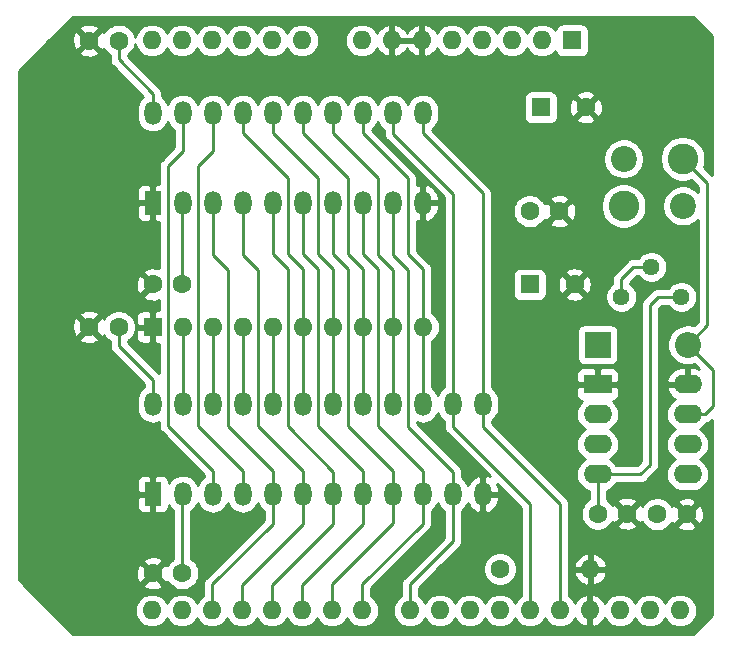
<source format=gbl>
G04 #@! TF.GenerationSoftware,KiCad,Pcbnew,5.1.4+dfsg1-2*
G04 #@! TF.CreationDate,2019-11-27T21:42:57+01:00*
G04 #@! TF.ProjectId,theroof,74686572-6f6f-4662-9e6b-696361645f70,rev?*
G04 #@! TF.SameCoordinates,Original*
G04 #@! TF.FileFunction,Copper,L2,Bot*
G04 #@! TF.FilePolarity,Positive*
%FSLAX46Y46*%
G04 Gerber Fmt 4.6, Leading zero omitted, Abs format (unit mm)*
G04 Created by KiCad (PCBNEW 5.1.4+dfsg1-2) date 2019-11-27 21:42:57*
%MOMM*%
%LPD*%
G04 APERTURE LIST*
%ADD10O,1.600000X1.600000*%
%ADD11R,1.600000X1.600000*%
%ADD12C,1.440000*%
%ADD13C,1.600000*%
%ADD14O,1.440000X2.000000*%
%ADD15R,1.440000X2.000000*%
%ADD16O,2.200000X2.200000*%
%ADD17R,2.200000X2.200000*%
%ADD18O,2.400000X1.600000*%
%ADD19R,2.400000X1.600000*%
%ADD20C,2.600000*%
%ADD21C,2.200000*%
%ADD22C,0.250000*%
%ADD23C,0.254000*%
G04 APERTURE END LIST*
D10*
X139460000Y-113150000D03*
X136920000Y-113150000D03*
X176540000Y-113150000D03*
X136920000Y-64890000D03*
X174000000Y-113150000D03*
X139460000Y-64890000D03*
X171460000Y-113150000D03*
X142000000Y-64890000D03*
X168920000Y-113150000D03*
X144540000Y-64890000D03*
X166380000Y-113150000D03*
X147080000Y-64890000D03*
X163840000Y-113150000D03*
X149620000Y-64890000D03*
X161300000Y-113150000D03*
X154700000Y-64890000D03*
X158760000Y-113150000D03*
X157240000Y-64890000D03*
X154700000Y-113150000D03*
X159780000Y-64890000D03*
X152160000Y-113150000D03*
X162320000Y-64890000D03*
X149620000Y-113150000D03*
X164860000Y-64890000D03*
X147080000Y-113150000D03*
X167400000Y-64890000D03*
X144540000Y-113150000D03*
X169940000Y-64890000D03*
X142000000Y-113150000D03*
D11*
X172480000Y-64890000D03*
D10*
X179080000Y-113150000D03*
X181620000Y-113150000D03*
D12*
X181730000Y-86600000D03*
X179190000Y-84060000D03*
X176650000Y-86600000D03*
D13*
X177150000Y-104950000D03*
X174650000Y-104950000D03*
D14*
X159860000Y-71030000D03*
X159860000Y-78650000D03*
X157320000Y-71030000D03*
X157320000Y-78650000D03*
X154780000Y-71030000D03*
X154780000Y-78650000D03*
X152240000Y-71030000D03*
X152240000Y-78650000D03*
X149700000Y-71030000D03*
X149700000Y-78650000D03*
X147160000Y-71030000D03*
X147160000Y-78650000D03*
X144620000Y-71030000D03*
X144620000Y-78650000D03*
X142080000Y-71030000D03*
X142080000Y-78650000D03*
X139540000Y-71030000D03*
X139540000Y-78650000D03*
X137000000Y-71030000D03*
D15*
X137000000Y-78650000D03*
D10*
X174020000Y-109650000D03*
D13*
X166400000Y-109650000D03*
D16*
X182270000Y-90650000D03*
D17*
X174650000Y-90650000D03*
D13*
X171400000Y-79350000D03*
X168900000Y-79350000D03*
D18*
X182270000Y-94000000D03*
X174650000Y-101620000D03*
X182270000Y-96540000D03*
X174650000Y-99080000D03*
X182270000Y-99080000D03*
X174650000Y-96540000D03*
X182270000Y-101620000D03*
D19*
X174650000Y-94000000D03*
D13*
X182200000Y-105000000D03*
X179700000Y-105000000D03*
X131600000Y-64900000D03*
X134100000Y-64900000D03*
X131600000Y-89150000D03*
X134100000Y-89150000D03*
X137000000Y-110000000D03*
X139500000Y-110000000D03*
D14*
X164940000Y-95680000D03*
X164940000Y-103300000D03*
X162400000Y-95680000D03*
X162400000Y-103300000D03*
X159860000Y-95680000D03*
X159860000Y-103300000D03*
X157320000Y-95680000D03*
X157320000Y-103300000D03*
X154780000Y-95680000D03*
X154780000Y-103300000D03*
X152240000Y-95680000D03*
X152240000Y-103300000D03*
X149700000Y-95680000D03*
X149700000Y-103300000D03*
X147160000Y-95680000D03*
X147160000Y-103300000D03*
X144620000Y-95680000D03*
X144620000Y-103300000D03*
X142080000Y-95680000D03*
X142080000Y-103300000D03*
X139540000Y-95680000D03*
X139540000Y-103300000D03*
X137000000Y-95680000D03*
D15*
X137000000Y-103300000D03*
D10*
X159860000Y-89150000D03*
X157320000Y-89150000D03*
X154780000Y-89150000D03*
X152240000Y-89150000D03*
X149700000Y-89150000D03*
X147160000Y-89150000D03*
X144620000Y-89150000D03*
X142080000Y-89150000D03*
X139540000Y-89150000D03*
D11*
X137000000Y-89150000D03*
D20*
X181850000Y-74900000D03*
X176850000Y-78900000D03*
D21*
X181850000Y-78900000D03*
X176850000Y-74900000D03*
D13*
X137000000Y-85550000D03*
X139500000Y-85550000D03*
X172700000Y-85550000D03*
D11*
X168900000Y-85550000D03*
D13*
X173650000Y-70550000D03*
D11*
X169850000Y-70550000D03*
D22*
X164940000Y-79540000D02*
X164940000Y-95680000D01*
X164940000Y-77840000D02*
X164940000Y-79540000D01*
X159860000Y-71030000D02*
X159860000Y-72760000D01*
X159860000Y-72760000D02*
X164940000Y-77840000D01*
X164940000Y-97590000D02*
X164940000Y-95680000D01*
X171460000Y-113150000D02*
X171460000Y-104110000D01*
X171460000Y-104110000D02*
X164940000Y-97590000D01*
X157320000Y-72770000D02*
X157320000Y-71030000D01*
X162400000Y-95680000D02*
X162400000Y-77850000D01*
X162400000Y-77850000D02*
X157320000Y-72770000D01*
X162400000Y-97600000D02*
X162400000Y-95680000D01*
X168920000Y-113150000D02*
X168920000Y-104120000D01*
X168920000Y-104120000D02*
X162400000Y-97600000D01*
X140800000Y-97550000D02*
X140800000Y-75500000D01*
X144620000Y-103300000D02*
X144620000Y-101370000D01*
X142080000Y-74220000D02*
X142080000Y-71030000D01*
X140800000Y-75500000D02*
X142080000Y-74220000D01*
X144620000Y-101370000D02*
X140800000Y-97550000D01*
X139540000Y-74260000D02*
X139540000Y-71030000D01*
X138250000Y-75550000D02*
X139540000Y-74260000D01*
X138250000Y-97500000D02*
X138250000Y-75550000D01*
X142080000Y-103300000D02*
X142080000Y-101330000D01*
X142080000Y-101330000D02*
X138250000Y-97500000D01*
X157320000Y-83020000D02*
X157320000Y-78650000D01*
X158600000Y-84300000D02*
X157320000Y-83020000D01*
X158600000Y-97600000D02*
X158600000Y-84300000D01*
X162400000Y-103300000D02*
X162400000Y-101400000D01*
X162400000Y-101400000D02*
X158600000Y-97600000D01*
X162400000Y-107300000D02*
X162400000Y-103300000D01*
X158760000Y-113150000D02*
X158760000Y-110940000D01*
X158760000Y-110940000D02*
X162400000Y-107300000D01*
X154780000Y-82980000D02*
X154780000Y-78650000D01*
X156050000Y-97550000D02*
X156050000Y-84250000D01*
X156050000Y-84250000D02*
X154780000Y-82980000D01*
X159860000Y-103300000D02*
X159860000Y-101360000D01*
X159860000Y-101360000D02*
X156050000Y-97550000D01*
X159860000Y-105790000D02*
X159860000Y-103300000D01*
X154700000Y-113150000D02*
X154700000Y-110950000D01*
X154700000Y-110950000D02*
X159860000Y-105790000D01*
X153500000Y-84250000D02*
X153500000Y-97550000D01*
X157320000Y-101370000D02*
X157320000Y-103300000D01*
X152240000Y-78650000D02*
X152240000Y-82990000D01*
X153500000Y-97550000D02*
X157320000Y-101370000D01*
X152240000Y-82990000D02*
X153500000Y-84250000D01*
X157320000Y-105780000D02*
X157320000Y-103300000D01*
X152160000Y-113150000D02*
X152160000Y-110940000D01*
X152160000Y-110940000D02*
X157320000Y-105780000D01*
X137000000Y-69400000D02*
X137000000Y-71030000D01*
X134100000Y-64900000D02*
X134100000Y-66500000D01*
X134100000Y-66500000D02*
X137000000Y-69400000D01*
X137000000Y-93650000D02*
X137000000Y-95680000D01*
X134100000Y-89150000D02*
X134100000Y-90750000D01*
X134100000Y-90750000D02*
X137000000Y-93650000D01*
X154780000Y-101380000D02*
X154780000Y-103300000D01*
X150950000Y-84250000D02*
X150950000Y-97550000D01*
X150950000Y-97550000D02*
X154780000Y-101380000D01*
X149700000Y-78650000D02*
X149700000Y-83000000D01*
X149700000Y-83000000D02*
X150950000Y-84250000D01*
X154780000Y-105820000D02*
X154780000Y-103300000D01*
X149620000Y-113150000D02*
X149620000Y-110980000D01*
X149620000Y-110980000D02*
X154780000Y-105820000D01*
X147160000Y-83010000D02*
X147160000Y-78650000D01*
X152240000Y-103300000D02*
X152240000Y-101390000D01*
X148400000Y-84250000D02*
X147160000Y-83010000D01*
X148400000Y-97550000D02*
X148400000Y-84250000D01*
X152240000Y-101390000D02*
X148400000Y-97550000D01*
X152240000Y-105810000D02*
X152240000Y-103300000D01*
X147080000Y-113150000D02*
X147080000Y-110970000D01*
X147080000Y-110970000D02*
X152240000Y-105810000D01*
X145900000Y-84300000D02*
X145900000Y-97550000D01*
X149700000Y-101350000D02*
X149700000Y-103300000D01*
X145900000Y-97550000D02*
X149700000Y-101350000D01*
X144620000Y-78650000D02*
X144620000Y-83020000D01*
X144620000Y-83020000D02*
X145900000Y-84300000D01*
X144540000Y-113150000D02*
X144540000Y-110960000D01*
X149700000Y-105800000D02*
X149700000Y-103300000D01*
X144540000Y-110960000D02*
X149700000Y-105800000D01*
X142080000Y-83030000D02*
X142080000Y-78650000D01*
X143350000Y-84300000D02*
X142080000Y-83030000D01*
X143350000Y-97550000D02*
X143350000Y-84300000D01*
X147160000Y-103300000D02*
X147160000Y-101360000D01*
X147160000Y-101360000D02*
X143350000Y-97550000D01*
X147160000Y-105790000D02*
X147160000Y-103300000D01*
X142000000Y-113150000D02*
X142000000Y-110950000D01*
X142000000Y-110950000D02*
X147160000Y-105790000D01*
X139500000Y-103340000D02*
X139540000Y-103300000D01*
X139500000Y-110000000D02*
X139500000Y-103340000D01*
X139500000Y-78690000D02*
X139540000Y-78650000D01*
X139500000Y-85550000D02*
X139500000Y-78690000D01*
X177690000Y-84060000D02*
X179190000Y-84060000D01*
X176650000Y-86600000D02*
X176650000Y-85100000D01*
X176650000Y-85100000D02*
X177690000Y-84060000D01*
X183900000Y-76950000D02*
X183149999Y-76199999D01*
X182270000Y-90650000D02*
X183900000Y-89020000D01*
X183149999Y-76199999D02*
X181850000Y-74900000D01*
X183900000Y-89020000D02*
X183900000Y-76950000D01*
X183710000Y-96540000D02*
X182270000Y-96540000D01*
X182270000Y-90650000D02*
X184400000Y-92780000D01*
X184400000Y-95850000D02*
X183710000Y-96540000D01*
X184400000Y-92780000D02*
X184400000Y-95850000D01*
X159860000Y-89150000D02*
X159860000Y-95680000D01*
X154780000Y-72755000D02*
X154780000Y-71030000D01*
X158600000Y-83000000D02*
X158600000Y-76575000D01*
X159860000Y-89150000D02*
X159860000Y-84260000D01*
X158600000Y-76575000D02*
X154780000Y-72755000D01*
X159860000Y-84260000D02*
X158600000Y-83000000D01*
X157320000Y-89150000D02*
X157320000Y-95680000D01*
X152240000Y-72740000D02*
X152240000Y-71030000D01*
X156050000Y-76550000D02*
X152240000Y-72740000D01*
X156050000Y-83050000D02*
X156050000Y-76550000D01*
X157320000Y-89150000D02*
X157320000Y-84320000D01*
X157320000Y-84320000D02*
X156050000Y-83050000D01*
X154780000Y-89150000D02*
X154780000Y-95680000D01*
X149700000Y-72750000D02*
X149700000Y-71030000D01*
X153500000Y-83000000D02*
X153500000Y-76550000D01*
X154780000Y-89150000D02*
X154780000Y-84280000D01*
X153500000Y-76550000D02*
X149700000Y-72750000D01*
X154780000Y-84280000D02*
X153500000Y-83000000D01*
X152240000Y-89150000D02*
X152240000Y-95680000D01*
X147160000Y-72710000D02*
X147160000Y-71030000D01*
X151000000Y-76550000D02*
X147160000Y-72710000D01*
X151000000Y-83000000D02*
X151000000Y-76550000D01*
X152240000Y-89150000D02*
X152240000Y-84240000D01*
X152240000Y-84240000D02*
X151000000Y-83000000D01*
X149700000Y-89150000D02*
X149700000Y-95680000D01*
X148450000Y-76550000D02*
X148450000Y-83000000D01*
X149700000Y-84250000D02*
X149700000Y-89150000D01*
X144620000Y-71030000D02*
X144620000Y-72720000D01*
X148450000Y-83000000D02*
X149700000Y-84250000D01*
X144620000Y-72720000D02*
X148450000Y-76550000D01*
X147160000Y-89150000D02*
X147160000Y-95680000D01*
X144620000Y-89150000D02*
X144620000Y-95680000D01*
X142080000Y-89150000D02*
X142080000Y-95680000D01*
X139540000Y-90281370D02*
X139540000Y-95680000D01*
X139540000Y-89150000D02*
X139540000Y-90281370D01*
X174650000Y-104950000D02*
X174650000Y-101620000D01*
X179750000Y-86600000D02*
X181730000Y-86600000D01*
X174650000Y-101620000D02*
X178280000Y-101620000D01*
X179100000Y-87250000D02*
X179750000Y-86600000D01*
X179100000Y-100800000D02*
X179100000Y-87250000D01*
X178280000Y-101620000D02*
X179100000Y-100800000D01*
D23*
G36*
X184340000Y-64473381D02*
G01*
X184340000Y-76315198D01*
X183713802Y-75689001D01*
X183713798Y-75688996D01*
X183645787Y-75620985D01*
X183710639Y-75464419D01*
X183785000Y-75090581D01*
X183785000Y-74709419D01*
X183710639Y-74335581D01*
X183564775Y-73983434D01*
X183353013Y-73666509D01*
X183083491Y-73396987D01*
X182766566Y-73185225D01*
X182414419Y-73039361D01*
X182040581Y-72965000D01*
X181659419Y-72965000D01*
X181285581Y-73039361D01*
X180933434Y-73185225D01*
X180616509Y-73396987D01*
X180346987Y-73666509D01*
X180135225Y-73983434D01*
X179989361Y-74335581D01*
X179915000Y-74709419D01*
X179915000Y-75090581D01*
X179989361Y-75464419D01*
X180135225Y-75816566D01*
X180346987Y-76133491D01*
X180616509Y-76403013D01*
X180933434Y-76614775D01*
X181285581Y-76760639D01*
X181659419Y-76835000D01*
X182040581Y-76835000D01*
X182414419Y-76760639D01*
X182570985Y-76695787D01*
X182638996Y-76763798D01*
X182639001Y-76763802D01*
X183140001Y-77264803D01*
X183140001Y-77736340D01*
X182955998Y-77552337D01*
X182671831Y-77362463D01*
X182356081Y-77231675D01*
X182020883Y-77165000D01*
X181679117Y-77165000D01*
X181343919Y-77231675D01*
X181028169Y-77362463D01*
X180744002Y-77552337D01*
X180502337Y-77794002D01*
X180312463Y-78078169D01*
X180181675Y-78393919D01*
X180115000Y-78729117D01*
X180115000Y-79070883D01*
X180181675Y-79406081D01*
X180312463Y-79721831D01*
X180502337Y-80005998D01*
X180744002Y-80247663D01*
X181028169Y-80437537D01*
X181343919Y-80568325D01*
X181679117Y-80635000D01*
X182020883Y-80635000D01*
X182356081Y-80568325D01*
X182671831Y-80437537D01*
X182955998Y-80247663D01*
X183140001Y-80063660D01*
X183140000Y-88705198D01*
X182836440Y-89008759D01*
X182610119Y-88940105D01*
X182355225Y-88915000D01*
X182184775Y-88915000D01*
X181929881Y-88940105D01*
X181602832Y-89039314D01*
X181301422Y-89200421D01*
X181037234Y-89417234D01*
X180820421Y-89681422D01*
X180659314Y-89982832D01*
X180560105Y-90309881D01*
X180526606Y-90650000D01*
X180560105Y-90990119D01*
X180659314Y-91317168D01*
X180820421Y-91618578D01*
X181037234Y-91882766D01*
X181301422Y-92099579D01*
X181602832Y-92260686D01*
X181929881Y-92359895D01*
X182184775Y-92385000D01*
X182355225Y-92385000D01*
X182610119Y-92359895D01*
X182836440Y-92291241D01*
X183221891Y-92676692D01*
X183074514Y-92617350D01*
X182797000Y-92565000D01*
X182397000Y-92565000D01*
X182397000Y-93873000D01*
X182417000Y-93873000D01*
X182417000Y-94127000D01*
X182397000Y-94127000D01*
X182397000Y-94147000D01*
X182143000Y-94147000D01*
X182143000Y-94127000D01*
X180600085Y-94127000D01*
X180478096Y-94349039D01*
X180495633Y-94431818D01*
X180606285Y-94691646D01*
X180765500Y-94924895D01*
X180967161Y-95122601D01*
X181196741Y-95272735D01*
X181068899Y-95341068D01*
X180850392Y-95520392D01*
X180671068Y-95738899D01*
X180537818Y-95988192D01*
X180455764Y-96258691D01*
X180428057Y-96540000D01*
X180455764Y-96821309D01*
X180537818Y-97091808D01*
X180671068Y-97341101D01*
X180850392Y-97559608D01*
X181068899Y-97738932D01*
X181201858Y-97810000D01*
X181068899Y-97881068D01*
X180850392Y-98060392D01*
X180671068Y-98278899D01*
X180537818Y-98528192D01*
X180455764Y-98798691D01*
X180428057Y-99080000D01*
X180455764Y-99361309D01*
X180537818Y-99631808D01*
X180671068Y-99881101D01*
X180850392Y-100099608D01*
X181068899Y-100278932D01*
X181201858Y-100350000D01*
X181068899Y-100421068D01*
X180850392Y-100600392D01*
X180671068Y-100818899D01*
X180537818Y-101068192D01*
X180455764Y-101338691D01*
X180428057Y-101620000D01*
X180455764Y-101901309D01*
X180537818Y-102171808D01*
X180671068Y-102421101D01*
X180850392Y-102639608D01*
X181068899Y-102818932D01*
X181318192Y-102952182D01*
X181588691Y-103034236D01*
X181799508Y-103055000D01*
X182740492Y-103055000D01*
X182951309Y-103034236D01*
X183221808Y-102952182D01*
X183471101Y-102818932D01*
X183689608Y-102639608D01*
X183868932Y-102421101D01*
X184002182Y-102171808D01*
X184084236Y-101901309D01*
X184111943Y-101620000D01*
X184084236Y-101338691D01*
X184002182Y-101068192D01*
X183868932Y-100818899D01*
X183689608Y-100600392D01*
X183471101Y-100421068D01*
X183338142Y-100350000D01*
X183471101Y-100278932D01*
X183689608Y-100099608D01*
X183868932Y-99881101D01*
X184002182Y-99631808D01*
X184084236Y-99361309D01*
X184111943Y-99080000D01*
X184084236Y-98798691D01*
X184002182Y-98528192D01*
X183868932Y-98278899D01*
X183689608Y-98060392D01*
X183471101Y-97881068D01*
X183338142Y-97810000D01*
X183471101Y-97738932D01*
X183689608Y-97559608D01*
X183868932Y-97341101D01*
X183904093Y-97275320D01*
X184002247Y-97245546D01*
X184134276Y-97174974D01*
X184250001Y-97080001D01*
X184273803Y-97050998D01*
X184340001Y-96984800D01*
X184340001Y-113526618D01*
X182726620Y-115140000D01*
X130273381Y-115140000D01*
X126126083Y-110992702D01*
X136186903Y-110992702D01*
X136258486Y-111236671D01*
X136513996Y-111357571D01*
X136788184Y-111426300D01*
X137070512Y-111440217D01*
X137350130Y-111398787D01*
X137616292Y-111303603D01*
X137741514Y-111236671D01*
X137813097Y-110992702D01*
X137000000Y-110179605D01*
X136186903Y-110992702D01*
X126126083Y-110992702D01*
X125660000Y-110526620D01*
X125660000Y-110070512D01*
X135559783Y-110070512D01*
X135601213Y-110350130D01*
X135696397Y-110616292D01*
X135763329Y-110741514D01*
X136007298Y-110813097D01*
X136820395Y-110000000D01*
X136007298Y-109186903D01*
X135763329Y-109258486D01*
X135642429Y-109513996D01*
X135573700Y-109788184D01*
X135559783Y-110070512D01*
X125660000Y-110070512D01*
X125660000Y-109007298D01*
X136186903Y-109007298D01*
X137000000Y-109820395D01*
X137813097Y-109007298D01*
X137741514Y-108763329D01*
X137486004Y-108642429D01*
X137211816Y-108573700D01*
X136929488Y-108559783D01*
X136649870Y-108601213D01*
X136383708Y-108696397D01*
X136258486Y-108763329D01*
X136186903Y-109007298D01*
X125660000Y-109007298D01*
X125660000Y-104300000D01*
X135641928Y-104300000D01*
X135654188Y-104424482D01*
X135690498Y-104544180D01*
X135749463Y-104654494D01*
X135828815Y-104751185D01*
X135925506Y-104830537D01*
X136035820Y-104889502D01*
X136155518Y-104925812D01*
X136280000Y-104938072D01*
X136714250Y-104935000D01*
X136873000Y-104776250D01*
X136873000Y-103427000D01*
X135803750Y-103427000D01*
X135645000Y-103585750D01*
X135641928Y-104300000D01*
X125660000Y-104300000D01*
X125660000Y-102300000D01*
X135641928Y-102300000D01*
X135645000Y-103014250D01*
X135803750Y-103173000D01*
X136873000Y-103173000D01*
X136873000Y-101823750D01*
X136714250Y-101665000D01*
X136280000Y-101661928D01*
X136155518Y-101674188D01*
X136035820Y-101710498D01*
X135925506Y-101769463D01*
X135828815Y-101848815D01*
X135749463Y-101945506D01*
X135690498Y-102055820D01*
X135654188Y-102175518D01*
X135641928Y-102300000D01*
X125660000Y-102300000D01*
X125660000Y-90142702D01*
X130786903Y-90142702D01*
X130858486Y-90386671D01*
X131113996Y-90507571D01*
X131388184Y-90576300D01*
X131670512Y-90590217D01*
X131950130Y-90548787D01*
X132216292Y-90453603D01*
X132341514Y-90386671D01*
X132413097Y-90142702D01*
X131600000Y-89329605D01*
X130786903Y-90142702D01*
X125660000Y-90142702D01*
X125660000Y-89220512D01*
X130159783Y-89220512D01*
X130201213Y-89500130D01*
X130296397Y-89766292D01*
X130363329Y-89891514D01*
X130607298Y-89963097D01*
X131420395Y-89150000D01*
X130607298Y-88336903D01*
X130363329Y-88408486D01*
X130242429Y-88663996D01*
X130173700Y-88938184D01*
X130159783Y-89220512D01*
X125660000Y-89220512D01*
X125660000Y-88157298D01*
X130786903Y-88157298D01*
X131600000Y-88970395D01*
X132413097Y-88157298D01*
X132341514Y-87913329D01*
X132086004Y-87792429D01*
X131811816Y-87723700D01*
X131529488Y-87709783D01*
X131249870Y-87751213D01*
X130983708Y-87846397D01*
X130858486Y-87913329D01*
X130786903Y-88157298D01*
X125660000Y-88157298D01*
X125660000Y-85620512D01*
X135559783Y-85620512D01*
X135601213Y-85900130D01*
X135696397Y-86166292D01*
X135763329Y-86291514D01*
X136007298Y-86363097D01*
X136820395Y-85550000D01*
X136007298Y-84736903D01*
X135763329Y-84808486D01*
X135642429Y-85063996D01*
X135573700Y-85338184D01*
X135559783Y-85620512D01*
X125660000Y-85620512D01*
X125660000Y-79650000D01*
X135641928Y-79650000D01*
X135654188Y-79774482D01*
X135690498Y-79894180D01*
X135749463Y-80004494D01*
X135828815Y-80101185D01*
X135925506Y-80180537D01*
X136035820Y-80239502D01*
X136155518Y-80275812D01*
X136280000Y-80288072D01*
X136714250Y-80285000D01*
X136873000Y-80126250D01*
X136873000Y-78777000D01*
X135803750Y-78777000D01*
X135645000Y-78935750D01*
X135641928Y-79650000D01*
X125660000Y-79650000D01*
X125660000Y-77650000D01*
X135641928Y-77650000D01*
X135645000Y-78364250D01*
X135803750Y-78523000D01*
X136873000Y-78523000D01*
X136873000Y-77173750D01*
X136714250Y-77015000D01*
X136280000Y-77011928D01*
X136155518Y-77024188D01*
X136035820Y-77060498D01*
X135925506Y-77119463D01*
X135828815Y-77198815D01*
X135749463Y-77295506D01*
X135690498Y-77405820D01*
X135654188Y-77525518D01*
X135641928Y-77650000D01*
X125660000Y-77650000D01*
X125660000Y-67473380D01*
X127240678Y-65892702D01*
X130786903Y-65892702D01*
X130858486Y-66136671D01*
X131113996Y-66257571D01*
X131388184Y-66326300D01*
X131670512Y-66340217D01*
X131950130Y-66298787D01*
X132216292Y-66203603D01*
X132341514Y-66136671D01*
X132413097Y-65892702D01*
X131600000Y-65079605D01*
X130786903Y-65892702D01*
X127240678Y-65892702D01*
X128162868Y-64970512D01*
X130159783Y-64970512D01*
X130201213Y-65250130D01*
X130296397Y-65516292D01*
X130363329Y-65641514D01*
X130607298Y-65713097D01*
X131420395Y-64900000D01*
X131779605Y-64900000D01*
X132592702Y-65713097D01*
X132836671Y-65641514D01*
X132850324Y-65612659D01*
X132985363Y-65814759D01*
X133185241Y-66014637D01*
X133340001Y-66118044D01*
X133340001Y-66462668D01*
X133336324Y-66500000D01*
X133350998Y-66648985D01*
X133394454Y-66792246D01*
X133465026Y-66924276D01*
X133536201Y-67011002D01*
X133560000Y-67040001D01*
X133588998Y-67063799D01*
X136188386Y-69663188D01*
X136037235Y-69787236D01*
X135867908Y-69993561D01*
X135742086Y-70228956D01*
X135664606Y-70484375D01*
X135645000Y-70683437D01*
X135645000Y-71376564D01*
X135664606Y-71575626D01*
X135742086Y-71831045D01*
X135867908Y-72066440D01*
X136037236Y-72272765D01*
X136243561Y-72442092D01*
X136478956Y-72567914D01*
X136734375Y-72645394D01*
X137000000Y-72671556D01*
X137265626Y-72645394D01*
X137521045Y-72567914D01*
X137756440Y-72442092D01*
X137962765Y-72272765D01*
X138132092Y-72066440D01*
X138257914Y-71831045D01*
X138270000Y-71791202D01*
X138282086Y-71831045D01*
X138407908Y-72066440D01*
X138577236Y-72272765D01*
X138780001Y-72439170D01*
X138780000Y-73945197D01*
X137738998Y-74986201D01*
X137710000Y-75009999D01*
X137686202Y-75038997D01*
X137686201Y-75038998D01*
X137615026Y-75125724D01*
X137544454Y-75257754D01*
X137500998Y-75401015D01*
X137486324Y-75550000D01*
X137490001Y-75587333D01*
X137490001Y-77013555D01*
X137285750Y-77015000D01*
X137127000Y-77173750D01*
X137127000Y-78523000D01*
X137147000Y-78523000D01*
X137147000Y-78777000D01*
X137127000Y-78777000D01*
X137127000Y-80126250D01*
X137285750Y-80285000D01*
X137490001Y-80286445D01*
X137490001Y-84194320D01*
X137486004Y-84192429D01*
X137211816Y-84123700D01*
X136929488Y-84109783D01*
X136649870Y-84151213D01*
X136383708Y-84246397D01*
X136258486Y-84313329D01*
X136186903Y-84557298D01*
X137000000Y-85370395D01*
X137014143Y-85356253D01*
X137193748Y-85535858D01*
X137179605Y-85550000D01*
X137193748Y-85564143D01*
X137014143Y-85743748D01*
X137000000Y-85729605D01*
X136186903Y-86542702D01*
X136258486Y-86786671D01*
X136513996Y-86907571D01*
X136788184Y-86976300D01*
X137070512Y-86990217D01*
X137350130Y-86948787D01*
X137490000Y-86898767D01*
X137490000Y-87713780D01*
X137285750Y-87715000D01*
X137127000Y-87873750D01*
X137127000Y-89023000D01*
X137147000Y-89023000D01*
X137147000Y-89277000D01*
X137127000Y-89277000D01*
X137127000Y-90426250D01*
X137285750Y-90585000D01*
X137490000Y-90586220D01*
X137490000Y-93065198D01*
X134860000Y-90435199D01*
X134860000Y-90368043D01*
X135014759Y-90264637D01*
X135214637Y-90064759D01*
X135291316Y-89950000D01*
X135561928Y-89950000D01*
X135574188Y-90074482D01*
X135610498Y-90194180D01*
X135669463Y-90304494D01*
X135748815Y-90401185D01*
X135845506Y-90480537D01*
X135955820Y-90539502D01*
X136075518Y-90575812D01*
X136200000Y-90588072D01*
X136714250Y-90585000D01*
X136873000Y-90426250D01*
X136873000Y-89277000D01*
X135723750Y-89277000D01*
X135565000Y-89435750D01*
X135561928Y-89950000D01*
X135291316Y-89950000D01*
X135371680Y-89829727D01*
X135479853Y-89568574D01*
X135535000Y-89291335D01*
X135535000Y-89008665D01*
X135479853Y-88731426D01*
X135371680Y-88470273D01*
X135291317Y-88350000D01*
X135561928Y-88350000D01*
X135565000Y-88864250D01*
X135723750Y-89023000D01*
X136873000Y-89023000D01*
X136873000Y-87873750D01*
X136714250Y-87715000D01*
X136200000Y-87711928D01*
X136075518Y-87724188D01*
X135955820Y-87760498D01*
X135845506Y-87819463D01*
X135748815Y-87898815D01*
X135669463Y-87995506D01*
X135610498Y-88105820D01*
X135574188Y-88225518D01*
X135561928Y-88350000D01*
X135291317Y-88350000D01*
X135214637Y-88235241D01*
X135014759Y-88035363D01*
X134779727Y-87878320D01*
X134518574Y-87770147D01*
X134241335Y-87715000D01*
X133958665Y-87715000D01*
X133681426Y-87770147D01*
X133420273Y-87878320D01*
X133185241Y-88035363D01*
X132985363Y-88235241D01*
X132851308Y-88435869D01*
X132836671Y-88408486D01*
X132592702Y-88336903D01*
X131779605Y-89150000D01*
X132592702Y-89963097D01*
X132836671Y-89891514D01*
X132850324Y-89862659D01*
X132985363Y-90064759D01*
X133185241Y-90264637D01*
X133340001Y-90368044D01*
X133340001Y-90712668D01*
X133336324Y-90750000D01*
X133340001Y-90787333D01*
X133350998Y-90898986D01*
X133364121Y-90942246D01*
X133394454Y-91042246D01*
X133465026Y-91174276D01*
X133536201Y-91261002D01*
X133560000Y-91290001D01*
X133588998Y-91313799D01*
X136240000Y-93964802D01*
X136240000Y-94270829D01*
X136037235Y-94437236D01*
X135867908Y-94643561D01*
X135742086Y-94878956D01*
X135664606Y-95134375D01*
X135645000Y-95333437D01*
X135645000Y-96026564D01*
X135664606Y-96225626D01*
X135742086Y-96481045D01*
X135867908Y-96716440D01*
X136037236Y-96922765D01*
X136243561Y-97092092D01*
X136478956Y-97217914D01*
X136734375Y-97295394D01*
X137000000Y-97321556D01*
X137265626Y-97295394D01*
X137490000Y-97227331D01*
X137490000Y-97462678D01*
X137486324Y-97500000D01*
X137490000Y-97537322D01*
X137490000Y-97537332D01*
X137500997Y-97648985D01*
X137544454Y-97792246D01*
X137615026Y-97924276D01*
X137639614Y-97954236D01*
X137709999Y-98040001D01*
X137739003Y-98063804D01*
X141320001Y-101644803D01*
X141320001Y-101890829D01*
X141117235Y-102057236D01*
X140947908Y-102263561D01*
X140822086Y-102498956D01*
X140810000Y-102538798D01*
X140797914Y-102498955D01*
X140672092Y-102263560D01*
X140502764Y-102057235D01*
X140296439Y-101887908D01*
X140061044Y-101762086D01*
X139805625Y-101684606D01*
X139540000Y-101658444D01*
X139274374Y-101684606D01*
X139018955Y-101762086D01*
X138783560Y-101887908D01*
X138577235Y-102057236D01*
X138407908Y-102263561D01*
X138357826Y-102357258D01*
X138358072Y-102300000D01*
X138345812Y-102175518D01*
X138309502Y-102055820D01*
X138250537Y-101945506D01*
X138171185Y-101848815D01*
X138074494Y-101769463D01*
X137964180Y-101710498D01*
X137844482Y-101674188D01*
X137720000Y-101661928D01*
X137285750Y-101665000D01*
X137127000Y-101823750D01*
X137127000Y-103173000D01*
X137147000Y-103173000D01*
X137147000Y-103427000D01*
X137127000Y-103427000D01*
X137127000Y-104776250D01*
X137285750Y-104935000D01*
X137720000Y-104938072D01*
X137844482Y-104925812D01*
X137964180Y-104889502D01*
X138074494Y-104830537D01*
X138171185Y-104751185D01*
X138250537Y-104654494D01*
X138309502Y-104544180D01*
X138345812Y-104424482D01*
X138358072Y-104300000D01*
X138357826Y-104242743D01*
X138407908Y-104336440D01*
X138577236Y-104542765D01*
X138740001Y-104676343D01*
X138740000Y-108781956D01*
X138585241Y-108885363D01*
X138385363Y-109085241D01*
X138251308Y-109285869D01*
X138236671Y-109258486D01*
X137992702Y-109186903D01*
X137179605Y-110000000D01*
X137992702Y-110813097D01*
X138236671Y-110741514D01*
X138250324Y-110712659D01*
X138385363Y-110914759D01*
X138585241Y-111114637D01*
X138820273Y-111271680D01*
X139081426Y-111379853D01*
X139358665Y-111435000D01*
X139641335Y-111435000D01*
X139918574Y-111379853D01*
X140179727Y-111271680D01*
X140414759Y-111114637D01*
X140614637Y-110914759D01*
X140771680Y-110679727D01*
X140879853Y-110418574D01*
X140935000Y-110141335D01*
X140935000Y-109858665D01*
X140879853Y-109581426D01*
X140771680Y-109320273D01*
X140614637Y-109085241D01*
X140414759Y-108885363D01*
X140260000Y-108781957D01*
X140260000Y-104731570D01*
X140296440Y-104712092D01*
X140502765Y-104542765D01*
X140672092Y-104336440D01*
X140797914Y-104101045D01*
X140810000Y-104061202D01*
X140822086Y-104101045D01*
X140947908Y-104336440D01*
X141117236Y-104542765D01*
X141323561Y-104712092D01*
X141558956Y-104837914D01*
X141814375Y-104915394D01*
X142080000Y-104941556D01*
X142345626Y-104915394D01*
X142601045Y-104837914D01*
X142836440Y-104712092D01*
X143042765Y-104542765D01*
X143212092Y-104336440D01*
X143337914Y-104101045D01*
X143350000Y-104061202D01*
X143362086Y-104101045D01*
X143487908Y-104336440D01*
X143657236Y-104542765D01*
X143863561Y-104712092D01*
X144098956Y-104837914D01*
X144354375Y-104915394D01*
X144620000Y-104941556D01*
X144885626Y-104915394D01*
X145141045Y-104837914D01*
X145376440Y-104712092D01*
X145582765Y-104542765D01*
X145752092Y-104336440D01*
X145877914Y-104101045D01*
X145890000Y-104061202D01*
X145902086Y-104101045D01*
X146027908Y-104336440D01*
X146197236Y-104542765D01*
X146400000Y-104709170D01*
X146400000Y-105475198D01*
X141488998Y-110386201D01*
X141460000Y-110409999D01*
X141436202Y-110438997D01*
X141436201Y-110438998D01*
X141365026Y-110525724D01*
X141294454Y-110657754D01*
X141285354Y-110687754D01*
X141254032Y-110791014D01*
X141250998Y-110801015D01*
X141236324Y-110950000D01*
X141240001Y-110987332D01*
X141240001Y-111929099D01*
X141198899Y-111951068D01*
X140980392Y-112130392D01*
X140801068Y-112348899D01*
X140730000Y-112481858D01*
X140658932Y-112348899D01*
X140479608Y-112130392D01*
X140261101Y-111951068D01*
X140011808Y-111817818D01*
X139741309Y-111735764D01*
X139530492Y-111715000D01*
X139389508Y-111715000D01*
X139178691Y-111735764D01*
X138908192Y-111817818D01*
X138658899Y-111951068D01*
X138440392Y-112130392D01*
X138261068Y-112348899D01*
X138190000Y-112481858D01*
X138118932Y-112348899D01*
X137939608Y-112130392D01*
X137721101Y-111951068D01*
X137471808Y-111817818D01*
X137201309Y-111735764D01*
X136990492Y-111715000D01*
X136849508Y-111715000D01*
X136638691Y-111735764D01*
X136368192Y-111817818D01*
X136118899Y-111951068D01*
X135900392Y-112130392D01*
X135721068Y-112348899D01*
X135587818Y-112598192D01*
X135505764Y-112868691D01*
X135478057Y-113150000D01*
X135505764Y-113431309D01*
X135587818Y-113701808D01*
X135721068Y-113951101D01*
X135900392Y-114169608D01*
X136118899Y-114348932D01*
X136368192Y-114482182D01*
X136638691Y-114564236D01*
X136849508Y-114585000D01*
X136990492Y-114585000D01*
X137201309Y-114564236D01*
X137471808Y-114482182D01*
X137721101Y-114348932D01*
X137939608Y-114169608D01*
X138118932Y-113951101D01*
X138190000Y-113818142D01*
X138261068Y-113951101D01*
X138440392Y-114169608D01*
X138658899Y-114348932D01*
X138908192Y-114482182D01*
X139178691Y-114564236D01*
X139389508Y-114585000D01*
X139530492Y-114585000D01*
X139741309Y-114564236D01*
X140011808Y-114482182D01*
X140261101Y-114348932D01*
X140479608Y-114169608D01*
X140658932Y-113951101D01*
X140730000Y-113818142D01*
X140801068Y-113951101D01*
X140980392Y-114169608D01*
X141198899Y-114348932D01*
X141448192Y-114482182D01*
X141718691Y-114564236D01*
X141929508Y-114585000D01*
X142070492Y-114585000D01*
X142281309Y-114564236D01*
X142551808Y-114482182D01*
X142801101Y-114348932D01*
X143019608Y-114169608D01*
X143198932Y-113951101D01*
X143270000Y-113818142D01*
X143341068Y-113951101D01*
X143520392Y-114169608D01*
X143738899Y-114348932D01*
X143988192Y-114482182D01*
X144258691Y-114564236D01*
X144469508Y-114585000D01*
X144610492Y-114585000D01*
X144821309Y-114564236D01*
X145091808Y-114482182D01*
X145341101Y-114348932D01*
X145559608Y-114169608D01*
X145738932Y-113951101D01*
X145810000Y-113818142D01*
X145881068Y-113951101D01*
X146060392Y-114169608D01*
X146278899Y-114348932D01*
X146528192Y-114482182D01*
X146798691Y-114564236D01*
X147009508Y-114585000D01*
X147150492Y-114585000D01*
X147361309Y-114564236D01*
X147631808Y-114482182D01*
X147881101Y-114348932D01*
X148099608Y-114169608D01*
X148278932Y-113951101D01*
X148350000Y-113818142D01*
X148421068Y-113951101D01*
X148600392Y-114169608D01*
X148818899Y-114348932D01*
X149068192Y-114482182D01*
X149338691Y-114564236D01*
X149549508Y-114585000D01*
X149690492Y-114585000D01*
X149901309Y-114564236D01*
X150171808Y-114482182D01*
X150421101Y-114348932D01*
X150639608Y-114169608D01*
X150818932Y-113951101D01*
X150890000Y-113818142D01*
X150961068Y-113951101D01*
X151140392Y-114169608D01*
X151358899Y-114348932D01*
X151608192Y-114482182D01*
X151878691Y-114564236D01*
X152089508Y-114585000D01*
X152230492Y-114585000D01*
X152441309Y-114564236D01*
X152711808Y-114482182D01*
X152961101Y-114348932D01*
X153179608Y-114169608D01*
X153358932Y-113951101D01*
X153430000Y-113818142D01*
X153501068Y-113951101D01*
X153680392Y-114169608D01*
X153898899Y-114348932D01*
X154148192Y-114482182D01*
X154418691Y-114564236D01*
X154629508Y-114585000D01*
X154770492Y-114585000D01*
X154981309Y-114564236D01*
X155251808Y-114482182D01*
X155501101Y-114348932D01*
X155719608Y-114169608D01*
X155898932Y-113951101D01*
X156032182Y-113701808D01*
X156114236Y-113431309D01*
X156141943Y-113150000D01*
X156114236Y-112868691D01*
X156032182Y-112598192D01*
X155898932Y-112348899D01*
X155719608Y-112130392D01*
X155501101Y-111951068D01*
X155460000Y-111929099D01*
X155460000Y-111264801D01*
X160371004Y-106353798D01*
X160400001Y-106330001D01*
X160447864Y-106271680D01*
X160494974Y-106214277D01*
X160565546Y-106082247D01*
X160570888Y-106064637D01*
X160609003Y-105938986D01*
X160620000Y-105827333D01*
X160620000Y-105827323D01*
X160623676Y-105790000D01*
X160620000Y-105752678D01*
X160620000Y-104709170D01*
X160822765Y-104542765D01*
X160992092Y-104336440D01*
X161117914Y-104101045D01*
X161130000Y-104061202D01*
X161142086Y-104101045D01*
X161267908Y-104336440D01*
X161437236Y-104542765D01*
X161640001Y-104709170D01*
X161640000Y-106985198D01*
X158248998Y-110376201D01*
X158220000Y-110399999D01*
X158196202Y-110428997D01*
X158196201Y-110428998D01*
X158125026Y-110515724D01*
X158054454Y-110647754D01*
X158042321Y-110687753D01*
X158019291Y-110763677D01*
X158010998Y-110791015D01*
X157996324Y-110940000D01*
X158000001Y-110977332D01*
X158000001Y-111929099D01*
X157958899Y-111951068D01*
X157740392Y-112130392D01*
X157561068Y-112348899D01*
X157427818Y-112598192D01*
X157345764Y-112868691D01*
X157318057Y-113150000D01*
X157345764Y-113431309D01*
X157427818Y-113701808D01*
X157561068Y-113951101D01*
X157740392Y-114169608D01*
X157958899Y-114348932D01*
X158208192Y-114482182D01*
X158478691Y-114564236D01*
X158689508Y-114585000D01*
X158830492Y-114585000D01*
X159041309Y-114564236D01*
X159311808Y-114482182D01*
X159561101Y-114348932D01*
X159779608Y-114169608D01*
X159958932Y-113951101D01*
X160030000Y-113818142D01*
X160101068Y-113951101D01*
X160280392Y-114169608D01*
X160498899Y-114348932D01*
X160748192Y-114482182D01*
X161018691Y-114564236D01*
X161229508Y-114585000D01*
X161370492Y-114585000D01*
X161581309Y-114564236D01*
X161851808Y-114482182D01*
X162101101Y-114348932D01*
X162319608Y-114169608D01*
X162498932Y-113951101D01*
X162570000Y-113818142D01*
X162641068Y-113951101D01*
X162820392Y-114169608D01*
X163038899Y-114348932D01*
X163288192Y-114482182D01*
X163558691Y-114564236D01*
X163769508Y-114585000D01*
X163910492Y-114585000D01*
X164121309Y-114564236D01*
X164391808Y-114482182D01*
X164641101Y-114348932D01*
X164859608Y-114169608D01*
X165038932Y-113951101D01*
X165110000Y-113818142D01*
X165181068Y-113951101D01*
X165360392Y-114169608D01*
X165578899Y-114348932D01*
X165828192Y-114482182D01*
X166098691Y-114564236D01*
X166309508Y-114585000D01*
X166450492Y-114585000D01*
X166661309Y-114564236D01*
X166931808Y-114482182D01*
X167181101Y-114348932D01*
X167399608Y-114169608D01*
X167578932Y-113951101D01*
X167650000Y-113818142D01*
X167721068Y-113951101D01*
X167900392Y-114169608D01*
X168118899Y-114348932D01*
X168368192Y-114482182D01*
X168638691Y-114564236D01*
X168849508Y-114585000D01*
X168990492Y-114585000D01*
X169201309Y-114564236D01*
X169471808Y-114482182D01*
X169721101Y-114348932D01*
X169939608Y-114169608D01*
X170118932Y-113951101D01*
X170190000Y-113818142D01*
X170261068Y-113951101D01*
X170440392Y-114169608D01*
X170658899Y-114348932D01*
X170908192Y-114482182D01*
X171178691Y-114564236D01*
X171389508Y-114585000D01*
X171530492Y-114585000D01*
X171741309Y-114564236D01*
X172011808Y-114482182D01*
X172261101Y-114348932D01*
X172479608Y-114169608D01*
X172658932Y-113951101D01*
X172732579Y-113813318D01*
X172847615Y-114005131D01*
X173036586Y-114213519D01*
X173262580Y-114381037D01*
X173516913Y-114501246D01*
X173650961Y-114541904D01*
X173873000Y-114419915D01*
X173873000Y-113277000D01*
X173853000Y-113277000D01*
X173853000Y-113023000D01*
X173873000Y-113023000D01*
X173873000Y-111880085D01*
X174127000Y-111880085D01*
X174127000Y-113023000D01*
X174147000Y-113023000D01*
X174147000Y-113277000D01*
X174127000Y-113277000D01*
X174127000Y-114419915D01*
X174349039Y-114541904D01*
X174483087Y-114501246D01*
X174737420Y-114381037D01*
X174963414Y-114213519D01*
X175152385Y-114005131D01*
X175267421Y-113813318D01*
X175341068Y-113951101D01*
X175520392Y-114169608D01*
X175738899Y-114348932D01*
X175988192Y-114482182D01*
X176258691Y-114564236D01*
X176469508Y-114585000D01*
X176610492Y-114585000D01*
X176821309Y-114564236D01*
X177091808Y-114482182D01*
X177341101Y-114348932D01*
X177559608Y-114169608D01*
X177738932Y-113951101D01*
X177810000Y-113818142D01*
X177881068Y-113951101D01*
X178060392Y-114169608D01*
X178278899Y-114348932D01*
X178528192Y-114482182D01*
X178798691Y-114564236D01*
X179009508Y-114585000D01*
X179150492Y-114585000D01*
X179361309Y-114564236D01*
X179631808Y-114482182D01*
X179881101Y-114348932D01*
X180099608Y-114169608D01*
X180278932Y-113951101D01*
X180350000Y-113818142D01*
X180421068Y-113951101D01*
X180600392Y-114169608D01*
X180818899Y-114348932D01*
X181068192Y-114482182D01*
X181338691Y-114564236D01*
X181549508Y-114585000D01*
X181690492Y-114585000D01*
X181901309Y-114564236D01*
X182171808Y-114482182D01*
X182421101Y-114348932D01*
X182639608Y-114169608D01*
X182818932Y-113951101D01*
X182952182Y-113701808D01*
X183034236Y-113431309D01*
X183061943Y-113150000D01*
X183034236Y-112868691D01*
X182952182Y-112598192D01*
X182818932Y-112348899D01*
X182639608Y-112130392D01*
X182421101Y-111951068D01*
X182171808Y-111817818D01*
X181901309Y-111735764D01*
X181690492Y-111715000D01*
X181549508Y-111715000D01*
X181338691Y-111735764D01*
X181068192Y-111817818D01*
X180818899Y-111951068D01*
X180600392Y-112130392D01*
X180421068Y-112348899D01*
X180350000Y-112481858D01*
X180278932Y-112348899D01*
X180099608Y-112130392D01*
X179881101Y-111951068D01*
X179631808Y-111817818D01*
X179361309Y-111735764D01*
X179150492Y-111715000D01*
X179009508Y-111715000D01*
X178798691Y-111735764D01*
X178528192Y-111817818D01*
X178278899Y-111951068D01*
X178060392Y-112130392D01*
X177881068Y-112348899D01*
X177810000Y-112481858D01*
X177738932Y-112348899D01*
X177559608Y-112130392D01*
X177341101Y-111951068D01*
X177091808Y-111817818D01*
X176821309Y-111735764D01*
X176610492Y-111715000D01*
X176469508Y-111715000D01*
X176258691Y-111735764D01*
X175988192Y-111817818D01*
X175738899Y-111951068D01*
X175520392Y-112130392D01*
X175341068Y-112348899D01*
X175267421Y-112486682D01*
X175152385Y-112294869D01*
X174963414Y-112086481D01*
X174737420Y-111918963D01*
X174483087Y-111798754D01*
X174349039Y-111758096D01*
X174127000Y-111880085D01*
X173873000Y-111880085D01*
X173650961Y-111758096D01*
X173516913Y-111798754D01*
X173262580Y-111918963D01*
X173036586Y-112086481D01*
X172847615Y-112294869D01*
X172732579Y-112486682D01*
X172658932Y-112348899D01*
X172479608Y-112130392D01*
X172261101Y-111951068D01*
X172220000Y-111929099D01*
X172220000Y-109999039D01*
X172628096Y-109999039D01*
X172668754Y-110133087D01*
X172788963Y-110387420D01*
X172956481Y-110613414D01*
X173164869Y-110802385D01*
X173406119Y-110947070D01*
X173670960Y-111041909D01*
X173893000Y-110920624D01*
X173893000Y-109777000D01*
X174147000Y-109777000D01*
X174147000Y-110920624D01*
X174369040Y-111041909D01*
X174633881Y-110947070D01*
X174875131Y-110802385D01*
X175083519Y-110613414D01*
X175251037Y-110387420D01*
X175371246Y-110133087D01*
X175411904Y-109999039D01*
X175289915Y-109777000D01*
X174147000Y-109777000D01*
X173893000Y-109777000D01*
X172750085Y-109777000D01*
X172628096Y-109999039D01*
X172220000Y-109999039D01*
X172220000Y-109300961D01*
X172628096Y-109300961D01*
X172750085Y-109523000D01*
X173893000Y-109523000D01*
X173893000Y-108379376D01*
X174147000Y-108379376D01*
X174147000Y-109523000D01*
X175289915Y-109523000D01*
X175411904Y-109300961D01*
X175371246Y-109166913D01*
X175251037Y-108912580D01*
X175083519Y-108686586D01*
X174875131Y-108497615D01*
X174633881Y-108352930D01*
X174369040Y-108258091D01*
X174147000Y-108379376D01*
X173893000Y-108379376D01*
X173670960Y-108258091D01*
X173406119Y-108352930D01*
X173164869Y-108497615D01*
X172956481Y-108686586D01*
X172788963Y-108912580D01*
X172668754Y-109166913D01*
X172628096Y-109300961D01*
X172220000Y-109300961D01*
X172220000Y-104147322D01*
X172223676Y-104109999D01*
X172220000Y-104072676D01*
X172220000Y-104072667D01*
X172209003Y-103961014D01*
X172165546Y-103817753D01*
X172094974Y-103685724D01*
X172062836Y-103646564D01*
X172023799Y-103598996D01*
X172023795Y-103598992D01*
X172000001Y-103569999D01*
X171971008Y-103546205D01*
X165700000Y-97275199D01*
X165700000Y-97089170D01*
X165902765Y-96922765D01*
X166072092Y-96716440D01*
X166166401Y-96540000D01*
X172808057Y-96540000D01*
X172835764Y-96821309D01*
X172917818Y-97091808D01*
X173051068Y-97341101D01*
X173230392Y-97559608D01*
X173448899Y-97738932D01*
X173581858Y-97810000D01*
X173448899Y-97881068D01*
X173230392Y-98060392D01*
X173051068Y-98278899D01*
X172917818Y-98528192D01*
X172835764Y-98798691D01*
X172808057Y-99080000D01*
X172835764Y-99361309D01*
X172917818Y-99631808D01*
X173051068Y-99881101D01*
X173230392Y-100099608D01*
X173448899Y-100278932D01*
X173581858Y-100350000D01*
X173448899Y-100421068D01*
X173230392Y-100600392D01*
X173051068Y-100818899D01*
X172917818Y-101068192D01*
X172835764Y-101338691D01*
X172808057Y-101620000D01*
X172835764Y-101901309D01*
X172917818Y-102171808D01*
X173051068Y-102421101D01*
X173230392Y-102639608D01*
X173448899Y-102818932D01*
X173698192Y-102952182D01*
X173890001Y-103010366D01*
X173890000Y-103731956D01*
X173735241Y-103835363D01*
X173535363Y-104035241D01*
X173378320Y-104270273D01*
X173270147Y-104531426D01*
X173215000Y-104808665D01*
X173215000Y-105091335D01*
X173270147Y-105368574D01*
X173378320Y-105629727D01*
X173535363Y-105864759D01*
X173735241Y-106064637D01*
X173970273Y-106221680D01*
X174231426Y-106329853D01*
X174508665Y-106385000D01*
X174791335Y-106385000D01*
X175068574Y-106329853D01*
X175329727Y-106221680D01*
X175564759Y-106064637D01*
X175686694Y-105942702D01*
X176336903Y-105942702D01*
X176408486Y-106186671D01*
X176663996Y-106307571D01*
X176938184Y-106376300D01*
X177220512Y-106390217D01*
X177500130Y-106348787D01*
X177766292Y-106253603D01*
X177891514Y-106186671D01*
X177963097Y-105942702D01*
X177150000Y-105129605D01*
X176336903Y-105942702D01*
X175686694Y-105942702D01*
X175764637Y-105864759D01*
X175898692Y-105664131D01*
X175913329Y-105691514D01*
X176157298Y-105763097D01*
X176970395Y-104950000D01*
X177329605Y-104950000D01*
X178142702Y-105763097D01*
X178386671Y-105691514D01*
X178411482Y-105639078D01*
X178428320Y-105679727D01*
X178585363Y-105914759D01*
X178785241Y-106114637D01*
X179020273Y-106271680D01*
X179281426Y-106379853D01*
X179558665Y-106435000D01*
X179841335Y-106435000D01*
X180118574Y-106379853D01*
X180379727Y-106271680D01*
X180614759Y-106114637D01*
X180736694Y-105992702D01*
X181386903Y-105992702D01*
X181458486Y-106236671D01*
X181713996Y-106357571D01*
X181988184Y-106426300D01*
X182270512Y-106440217D01*
X182550130Y-106398787D01*
X182816292Y-106303603D01*
X182941514Y-106236671D01*
X183013097Y-105992702D01*
X182200000Y-105179605D01*
X181386903Y-105992702D01*
X180736694Y-105992702D01*
X180814637Y-105914759D01*
X180948692Y-105714131D01*
X180963329Y-105741514D01*
X181207298Y-105813097D01*
X182020395Y-105000000D01*
X182379605Y-105000000D01*
X183192702Y-105813097D01*
X183436671Y-105741514D01*
X183557571Y-105486004D01*
X183626300Y-105211816D01*
X183640217Y-104929488D01*
X183598787Y-104649870D01*
X183503603Y-104383708D01*
X183436671Y-104258486D01*
X183192702Y-104186903D01*
X182379605Y-105000000D01*
X182020395Y-105000000D01*
X181207298Y-104186903D01*
X180963329Y-104258486D01*
X180949676Y-104287341D01*
X180814637Y-104085241D01*
X180736694Y-104007298D01*
X181386903Y-104007298D01*
X182200000Y-104820395D01*
X183013097Y-104007298D01*
X182941514Y-103763329D01*
X182686004Y-103642429D01*
X182411816Y-103573700D01*
X182129488Y-103559783D01*
X181849870Y-103601213D01*
X181583708Y-103696397D01*
X181458486Y-103763329D01*
X181386903Y-104007298D01*
X180736694Y-104007298D01*
X180614759Y-103885363D01*
X180379727Y-103728320D01*
X180118574Y-103620147D01*
X179841335Y-103565000D01*
X179558665Y-103565000D01*
X179281426Y-103620147D01*
X179020273Y-103728320D01*
X178785241Y-103885363D01*
X178585363Y-104085241D01*
X178438377Y-104305222D01*
X178386671Y-104208486D01*
X178142702Y-104136903D01*
X177329605Y-104950000D01*
X176970395Y-104950000D01*
X176157298Y-104136903D01*
X175913329Y-104208486D01*
X175899676Y-104237341D01*
X175764637Y-104035241D01*
X175686694Y-103957298D01*
X176336903Y-103957298D01*
X177150000Y-104770395D01*
X177963097Y-103957298D01*
X177891514Y-103713329D01*
X177636004Y-103592429D01*
X177361816Y-103523700D01*
X177079488Y-103509783D01*
X176799870Y-103551213D01*
X176533708Y-103646397D01*
X176408486Y-103713329D01*
X176336903Y-103957298D01*
X175686694Y-103957298D01*
X175564759Y-103835363D01*
X175410000Y-103731957D01*
X175410000Y-103010366D01*
X175601808Y-102952182D01*
X175851101Y-102818932D01*
X176069608Y-102639608D01*
X176248932Y-102421101D01*
X176270901Y-102380000D01*
X178242678Y-102380000D01*
X178280000Y-102383676D01*
X178317322Y-102380000D01*
X178317333Y-102380000D01*
X178428986Y-102369003D01*
X178572247Y-102325546D01*
X178704276Y-102254974D01*
X178820001Y-102160001D01*
X178843803Y-102130998D01*
X179611004Y-101363798D01*
X179640001Y-101340001D01*
X179713031Y-101251014D01*
X179734974Y-101224277D01*
X179805546Y-101092247D01*
X179822076Y-101037753D01*
X179849003Y-100948986D01*
X179860000Y-100837333D01*
X179860000Y-100837324D01*
X179863676Y-100800001D01*
X179860000Y-100762678D01*
X179860000Y-93650961D01*
X180478096Y-93650961D01*
X180600085Y-93873000D01*
X182143000Y-93873000D01*
X182143000Y-92565000D01*
X181743000Y-92565000D01*
X181465486Y-92617350D01*
X181203517Y-92722834D01*
X180967161Y-92877399D01*
X180765500Y-93075105D01*
X180606285Y-93308354D01*
X180495633Y-93568182D01*
X180478096Y-93650961D01*
X179860000Y-93650961D01*
X179860000Y-87564801D01*
X180064802Y-87360000D01*
X180608172Y-87360000D01*
X180677503Y-87463762D01*
X180866238Y-87652497D01*
X181088167Y-87800785D01*
X181334761Y-87902928D01*
X181596544Y-87955000D01*
X181863456Y-87955000D01*
X182125239Y-87902928D01*
X182371833Y-87800785D01*
X182593762Y-87652497D01*
X182782497Y-87463762D01*
X182930785Y-87241833D01*
X183032928Y-86995239D01*
X183085000Y-86733456D01*
X183085000Y-86466544D01*
X183032928Y-86204761D01*
X182930785Y-85958167D01*
X182782497Y-85736238D01*
X182593762Y-85547503D01*
X182371833Y-85399215D01*
X182125239Y-85297072D01*
X181863456Y-85245000D01*
X181596544Y-85245000D01*
X181334761Y-85297072D01*
X181088167Y-85399215D01*
X180866238Y-85547503D01*
X180677503Y-85736238D01*
X180608172Y-85840000D01*
X179787323Y-85840000D01*
X179750000Y-85836324D01*
X179712677Y-85840000D01*
X179712667Y-85840000D01*
X179601014Y-85850997D01*
X179457753Y-85894454D01*
X179325724Y-85965026D01*
X179209999Y-86059999D01*
X179186200Y-86088998D01*
X178588998Y-86686201D01*
X178560000Y-86709999D01*
X178536202Y-86738997D01*
X178536201Y-86738998D01*
X178465026Y-86825724D01*
X178394454Y-86957754D01*
X178350998Y-87101015D01*
X178336324Y-87250000D01*
X178340001Y-87287332D01*
X178340000Y-100485198D01*
X177965199Y-100860000D01*
X176270901Y-100860000D01*
X176248932Y-100818899D01*
X176069608Y-100600392D01*
X175851101Y-100421068D01*
X175718142Y-100350000D01*
X175851101Y-100278932D01*
X176069608Y-100099608D01*
X176248932Y-99881101D01*
X176382182Y-99631808D01*
X176464236Y-99361309D01*
X176491943Y-99080000D01*
X176464236Y-98798691D01*
X176382182Y-98528192D01*
X176248932Y-98278899D01*
X176069608Y-98060392D01*
X175851101Y-97881068D01*
X175718142Y-97810000D01*
X175851101Y-97738932D01*
X176069608Y-97559608D01*
X176248932Y-97341101D01*
X176382182Y-97091808D01*
X176464236Y-96821309D01*
X176491943Y-96540000D01*
X176464236Y-96258691D01*
X176382182Y-95988192D01*
X176248932Y-95738899D01*
X176069608Y-95520392D01*
X175956518Y-95427581D01*
X175974482Y-95425812D01*
X176094180Y-95389502D01*
X176204494Y-95330537D01*
X176301185Y-95251185D01*
X176380537Y-95154494D01*
X176439502Y-95044180D01*
X176475812Y-94924482D01*
X176488072Y-94800000D01*
X176485000Y-94285750D01*
X176326250Y-94127000D01*
X174777000Y-94127000D01*
X174777000Y-94147000D01*
X174523000Y-94147000D01*
X174523000Y-94127000D01*
X172973750Y-94127000D01*
X172815000Y-94285750D01*
X172811928Y-94800000D01*
X172824188Y-94924482D01*
X172860498Y-95044180D01*
X172919463Y-95154494D01*
X172998815Y-95251185D01*
X173095506Y-95330537D01*
X173205820Y-95389502D01*
X173325518Y-95425812D01*
X173343482Y-95427581D01*
X173230392Y-95520392D01*
X173051068Y-95738899D01*
X172917818Y-95988192D01*
X172835764Y-96258691D01*
X172808057Y-96540000D01*
X166166401Y-96540000D01*
X166197914Y-96481045D01*
X166275394Y-96225625D01*
X166295000Y-96026563D01*
X166295000Y-95333436D01*
X166275394Y-95134374D01*
X166197914Y-94878955D01*
X166072092Y-94643560D01*
X165902764Y-94437235D01*
X165700000Y-94270830D01*
X165700000Y-93200000D01*
X172811928Y-93200000D01*
X172815000Y-93714250D01*
X172973750Y-93873000D01*
X174523000Y-93873000D01*
X174523000Y-92723750D01*
X174777000Y-92723750D01*
X174777000Y-93873000D01*
X176326250Y-93873000D01*
X176485000Y-93714250D01*
X176488072Y-93200000D01*
X176475812Y-93075518D01*
X176439502Y-92955820D01*
X176380537Y-92845506D01*
X176301185Y-92748815D01*
X176204494Y-92669463D01*
X176094180Y-92610498D01*
X175974482Y-92574188D01*
X175850000Y-92561928D01*
X174935750Y-92565000D01*
X174777000Y-92723750D01*
X174523000Y-92723750D01*
X174364250Y-92565000D01*
X173450000Y-92561928D01*
X173325518Y-92574188D01*
X173205820Y-92610498D01*
X173095506Y-92669463D01*
X172998815Y-92748815D01*
X172919463Y-92845506D01*
X172860498Y-92955820D01*
X172824188Y-93075518D01*
X172811928Y-93200000D01*
X165700000Y-93200000D01*
X165700000Y-89550000D01*
X172911928Y-89550000D01*
X172911928Y-91750000D01*
X172924188Y-91874482D01*
X172960498Y-91994180D01*
X173019463Y-92104494D01*
X173098815Y-92201185D01*
X173195506Y-92280537D01*
X173305820Y-92339502D01*
X173425518Y-92375812D01*
X173550000Y-92388072D01*
X175750000Y-92388072D01*
X175874482Y-92375812D01*
X175994180Y-92339502D01*
X176104494Y-92280537D01*
X176201185Y-92201185D01*
X176280537Y-92104494D01*
X176339502Y-91994180D01*
X176375812Y-91874482D01*
X176388072Y-91750000D01*
X176388072Y-89550000D01*
X176375812Y-89425518D01*
X176339502Y-89305820D01*
X176280537Y-89195506D01*
X176201185Y-89098815D01*
X176104494Y-89019463D01*
X175994180Y-88960498D01*
X175874482Y-88924188D01*
X175750000Y-88911928D01*
X173550000Y-88911928D01*
X173425518Y-88924188D01*
X173305820Y-88960498D01*
X173195506Y-89019463D01*
X173098815Y-89098815D01*
X173019463Y-89195506D01*
X172960498Y-89305820D01*
X172924188Y-89425518D01*
X172911928Y-89550000D01*
X165700000Y-89550000D01*
X165700000Y-84750000D01*
X167461928Y-84750000D01*
X167461928Y-86350000D01*
X167474188Y-86474482D01*
X167510498Y-86594180D01*
X167569463Y-86704494D01*
X167648815Y-86801185D01*
X167745506Y-86880537D01*
X167855820Y-86939502D01*
X167975518Y-86975812D01*
X168100000Y-86988072D01*
X169700000Y-86988072D01*
X169824482Y-86975812D01*
X169944180Y-86939502D01*
X170054494Y-86880537D01*
X170151185Y-86801185D01*
X170230537Y-86704494D01*
X170289502Y-86594180D01*
X170305117Y-86542702D01*
X171886903Y-86542702D01*
X171958486Y-86786671D01*
X172213996Y-86907571D01*
X172488184Y-86976300D01*
X172770512Y-86990217D01*
X173050130Y-86948787D01*
X173316292Y-86853603D01*
X173441514Y-86786671D01*
X173513097Y-86542702D01*
X173436939Y-86466544D01*
X175295000Y-86466544D01*
X175295000Y-86733456D01*
X175347072Y-86995239D01*
X175449215Y-87241833D01*
X175597503Y-87463762D01*
X175786238Y-87652497D01*
X176008167Y-87800785D01*
X176254761Y-87902928D01*
X176516544Y-87955000D01*
X176783456Y-87955000D01*
X177045239Y-87902928D01*
X177291833Y-87800785D01*
X177513762Y-87652497D01*
X177702497Y-87463762D01*
X177850785Y-87241833D01*
X177952928Y-86995239D01*
X178005000Y-86733456D01*
X178005000Y-86466544D01*
X177952928Y-86204761D01*
X177850785Y-85958167D01*
X177702497Y-85736238D01*
X177513762Y-85547503D01*
X177410000Y-85478172D01*
X177410000Y-85414801D01*
X178004802Y-84820000D01*
X178068172Y-84820000D01*
X178137503Y-84923762D01*
X178326238Y-85112497D01*
X178548167Y-85260785D01*
X178794761Y-85362928D01*
X179056544Y-85415000D01*
X179323456Y-85415000D01*
X179585239Y-85362928D01*
X179831833Y-85260785D01*
X180053762Y-85112497D01*
X180242497Y-84923762D01*
X180390785Y-84701833D01*
X180492928Y-84455239D01*
X180545000Y-84193456D01*
X180545000Y-83926544D01*
X180492928Y-83664761D01*
X180390785Y-83418167D01*
X180242497Y-83196238D01*
X180053762Y-83007503D01*
X179831833Y-82859215D01*
X179585239Y-82757072D01*
X179323456Y-82705000D01*
X179056544Y-82705000D01*
X178794761Y-82757072D01*
X178548167Y-82859215D01*
X178326238Y-83007503D01*
X178137503Y-83196238D01*
X178068172Y-83300000D01*
X177727322Y-83300000D01*
X177689999Y-83296324D01*
X177652676Y-83300000D01*
X177652667Y-83300000D01*
X177541014Y-83310997D01*
X177437995Y-83342247D01*
X177397753Y-83354454D01*
X177265723Y-83425026D01*
X177203218Y-83476323D01*
X177149999Y-83519999D01*
X177126201Y-83548997D01*
X176138998Y-84536201D01*
X176110000Y-84559999D01*
X176086202Y-84588997D01*
X176086201Y-84588998D01*
X176015026Y-84675724D01*
X175944454Y-84807754D01*
X175928606Y-84860001D01*
X175900998Y-84951014D01*
X175891347Y-85049002D01*
X175886324Y-85100000D01*
X175890001Y-85137332D01*
X175890001Y-85478171D01*
X175786238Y-85547503D01*
X175597503Y-85736238D01*
X175449215Y-85958167D01*
X175347072Y-86204761D01*
X175295000Y-86466544D01*
X173436939Y-86466544D01*
X172700000Y-85729605D01*
X171886903Y-86542702D01*
X170305117Y-86542702D01*
X170325812Y-86474482D01*
X170338072Y-86350000D01*
X170338072Y-85620512D01*
X171259783Y-85620512D01*
X171301213Y-85900130D01*
X171396397Y-86166292D01*
X171463329Y-86291514D01*
X171707298Y-86363097D01*
X172520395Y-85550000D01*
X172879605Y-85550000D01*
X173692702Y-86363097D01*
X173936671Y-86291514D01*
X174057571Y-86036004D01*
X174126300Y-85761816D01*
X174140217Y-85479488D01*
X174098787Y-85199870D01*
X174003603Y-84933708D01*
X173936671Y-84808486D01*
X173692702Y-84736903D01*
X172879605Y-85550000D01*
X172520395Y-85550000D01*
X171707298Y-84736903D01*
X171463329Y-84808486D01*
X171342429Y-85063996D01*
X171273700Y-85338184D01*
X171259783Y-85620512D01*
X170338072Y-85620512D01*
X170338072Y-84750000D01*
X170325812Y-84625518D01*
X170305118Y-84557298D01*
X171886903Y-84557298D01*
X172700000Y-85370395D01*
X173513097Y-84557298D01*
X173441514Y-84313329D01*
X173186004Y-84192429D01*
X172911816Y-84123700D01*
X172629488Y-84109783D01*
X172349870Y-84151213D01*
X172083708Y-84246397D01*
X171958486Y-84313329D01*
X171886903Y-84557298D01*
X170305118Y-84557298D01*
X170289502Y-84505820D01*
X170230537Y-84395506D01*
X170151185Y-84298815D01*
X170054494Y-84219463D01*
X169944180Y-84160498D01*
X169824482Y-84124188D01*
X169700000Y-84111928D01*
X168100000Y-84111928D01*
X167975518Y-84124188D01*
X167855820Y-84160498D01*
X167745506Y-84219463D01*
X167648815Y-84298815D01*
X167569463Y-84395506D01*
X167510498Y-84505820D01*
X167474188Y-84625518D01*
X167461928Y-84750000D01*
X165700000Y-84750000D01*
X165700000Y-79208665D01*
X167465000Y-79208665D01*
X167465000Y-79491335D01*
X167520147Y-79768574D01*
X167628320Y-80029727D01*
X167785363Y-80264759D01*
X167985241Y-80464637D01*
X168220273Y-80621680D01*
X168481426Y-80729853D01*
X168758665Y-80785000D01*
X169041335Y-80785000D01*
X169318574Y-80729853D01*
X169579727Y-80621680D01*
X169814759Y-80464637D01*
X169936694Y-80342702D01*
X170586903Y-80342702D01*
X170658486Y-80586671D01*
X170913996Y-80707571D01*
X171188184Y-80776300D01*
X171470512Y-80790217D01*
X171750130Y-80748787D01*
X172016292Y-80653603D01*
X172141514Y-80586671D01*
X172213097Y-80342702D01*
X171400000Y-79529605D01*
X170586903Y-80342702D01*
X169936694Y-80342702D01*
X170014637Y-80264759D01*
X170148692Y-80064131D01*
X170163329Y-80091514D01*
X170407298Y-80163097D01*
X171220395Y-79350000D01*
X171579605Y-79350000D01*
X172392702Y-80163097D01*
X172636671Y-80091514D01*
X172757571Y-79836004D01*
X172826300Y-79561816D01*
X172840217Y-79279488D01*
X172798787Y-78999870D01*
X172703603Y-78733708D01*
X172690621Y-78709419D01*
X174915000Y-78709419D01*
X174915000Y-79090581D01*
X174989361Y-79464419D01*
X175135225Y-79816566D01*
X175346987Y-80133491D01*
X175616509Y-80403013D01*
X175933434Y-80614775D01*
X176285581Y-80760639D01*
X176659419Y-80835000D01*
X177040581Y-80835000D01*
X177414419Y-80760639D01*
X177766566Y-80614775D01*
X178083491Y-80403013D01*
X178353013Y-80133491D01*
X178564775Y-79816566D01*
X178710639Y-79464419D01*
X178785000Y-79090581D01*
X178785000Y-78709419D01*
X178710639Y-78335581D01*
X178564775Y-77983434D01*
X178353013Y-77666509D01*
X178083491Y-77396987D01*
X177766566Y-77185225D01*
X177414419Y-77039361D01*
X177040581Y-76965000D01*
X176659419Y-76965000D01*
X176285581Y-77039361D01*
X175933434Y-77185225D01*
X175616509Y-77396987D01*
X175346987Y-77666509D01*
X175135225Y-77983434D01*
X174989361Y-78335581D01*
X174915000Y-78709419D01*
X172690621Y-78709419D01*
X172636671Y-78608486D01*
X172392702Y-78536903D01*
X171579605Y-79350000D01*
X171220395Y-79350000D01*
X170407298Y-78536903D01*
X170163329Y-78608486D01*
X170149676Y-78637341D01*
X170014637Y-78435241D01*
X169936694Y-78357298D01*
X170586903Y-78357298D01*
X171400000Y-79170395D01*
X172213097Y-78357298D01*
X172141514Y-78113329D01*
X171886004Y-77992429D01*
X171611816Y-77923700D01*
X171329488Y-77909783D01*
X171049870Y-77951213D01*
X170783708Y-78046397D01*
X170658486Y-78113329D01*
X170586903Y-78357298D01*
X169936694Y-78357298D01*
X169814759Y-78235363D01*
X169579727Y-78078320D01*
X169318574Y-77970147D01*
X169041335Y-77915000D01*
X168758665Y-77915000D01*
X168481426Y-77970147D01*
X168220273Y-78078320D01*
X167985241Y-78235363D01*
X167785363Y-78435241D01*
X167628320Y-78670273D01*
X167520147Y-78931426D01*
X167465000Y-79208665D01*
X165700000Y-79208665D01*
X165700000Y-77877323D01*
X165703676Y-77840000D01*
X165700000Y-77802677D01*
X165700000Y-77802667D01*
X165689003Y-77691014D01*
X165645546Y-77547753D01*
X165626224Y-77511605D01*
X165574974Y-77415723D01*
X165503799Y-77328997D01*
X165480001Y-77299999D01*
X165451004Y-77276202D01*
X162903919Y-74729117D01*
X175115000Y-74729117D01*
X175115000Y-75070883D01*
X175181675Y-75406081D01*
X175312463Y-75721831D01*
X175502337Y-76005998D01*
X175744002Y-76247663D01*
X176028169Y-76437537D01*
X176343919Y-76568325D01*
X176679117Y-76635000D01*
X177020883Y-76635000D01*
X177356081Y-76568325D01*
X177671831Y-76437537D01*
X177955998Y-76247663D01*
X178197663Y-76005998D01*
X178387537Y-75721831D01*
X178518325Y-75406081D01*
X178585000Y-75070883D01*
X178585000Y-74729117D01*
X178518325Y-74393919D01*
X178387537Y-74078169D01*
X178197663Y-73794002D01*
X177955998Y-73552337D01*
X177671831Y-73362463D01*
X177356081Y-73231675D01*
X177020883Y-73165000D01*
X176679117Y-73165000D01*
X176343919Y-73231675D01*
X176028169Y-73362463D01*
X175744002Y-73552337D01*
X175502337Y-73794002D01*
X175312463Y-74078169D01*
X175181675Y-74393919D01*
X175115000Y-74729117D01*
X162903919Y-74729117D01*
X160620000Y-72445199D01*
X160620000Y-72439170D01*
X160822765Y-72272765D01*
X160992092Y-72066440D01*
X161117914Y-71831045D01*
X161195394Y-71575625D01*
X161215000Y-71376563D01*
X161215000Y-70683436D01*
X161195394Y-70484374D01*
X161117914Y-70228955D01*
X160992092Y-69993560D01*
X160822764Y-69787235D01*
X160777394Y-69750000D01*
X168411928Y-69750000D01*
X168411928Y-71350000D01*
X168424188Y-71474482D01*
X168460498Y-71594180D01*
X168519463Y-71704494D01*
X168598815Y-71801185D01*
X168695506Y-71880537D01*
X168805820Y-71939502D01*
X168925518Y-71975812D01*
X169050000Y-71988072D01*
X170650000Y-71988072D01*
X170774482Y-71975812D01*
X170894180Y-71939502D01*
X171004494Y-71880537D01*
X171101185Y-71801185D01*
X171180537Y-71704494D01*
X171239502Y-71594180D01*
X171255117Y-71542702D01*
X172836903Y-71542702D01*
X172908486Y-71786671D01*
X173163996Y-71907571D01*
X173438184Y-71976300D01*
X173720512Y-71990217D01*
X174000130Y-71948787D01*
X174266292Y-71853603D01*
X174391514Y-71786671D01*
X174463097Y-71542702D01*
X173650000Y-70729605D01*
X172836903Y-71542702D01*
X171255117Y-71542702D01*
X171275812Y-71474482D01*
X171288072Y-71350000D01*
X171288072Y-70620512D01*
X172209783Y-70620512D01*
X172251213Y-70900130D01*
X172346397Y-71166292D01*
X172413329Y-71291514D01*
X172657298Y-71363097D01*
X173470395Y-70550000D01*
X173829605Y-70550000D01*
X174642702Y-71363097D01*
X174886671Y-71291514D01*
X175007571Y-71036004D01*
X175076300Y-70761816D01*
X175090217Y-70479488D01*
X175048787Y-70199870D01*
X174953603Y-69933708D01*
X174886671Y-69808486D01*
X174642702Y-69736903D01*
X173829605Y-70550000D01*
X173470395Y-70550000D01*
X172657298Y-69736903D01*
X172413329Y-69808486D01*
X172292429Y-70063996D01*
X172223700Y-70338184D01*
X172209783Y-70620512D01*
X171288072Y-70620512D01*
X171288072Y-69750000D01*
X171275812Y-69625518D01*
X171255118Y-69557298D01*
X172836903Y-69557298D01*
X173650000Y-70370395D01*
X174463097Y-69557298D01*
X174391514Y-69313329D01*
X174136004Y-69192429D01*
X173861816Y-69123700D01*
X173579488Y-69109783D01*
X173299870Y-69151213D01*
X173033708Y-69246397D01*
X172908486Y-69313329D01*
X172836903Y-69557298D01*
X171255118Y-69557298D01*
X171239502Y-69505820D01*
X171180537Y-69395506D01*
X171101185Y-69298815D01*
X171004494Y-69219463D01*
X170894180Y-69160498D01*
X170774482Y-69124188D01*
X170650000Y-69111928D01*
X169050000Y-69111928D01*
X168925518Y-69124188D01*
X168805820Y-69160498D01*
X168695506Y-69219463D01*
X168598815Y-69298815D01*
X168519463Y-69395506D01*
X168460498Y-69505820D01*
X168424188Y-69625518D01*
X168411928Y-69750000D01*
X160777394Y-69750000D01*
X160616439Y-69617908D01*
X160381044Y-69492086D01*
X160125625Y-69414606D01*
X159860000Y-69388444D01*
X159594374Y-69414606D01*
X159338955Y-69492086D01*
X159103560Y-69617908D01*
X158897235Y-69787236D01*
X158727908Y-69993561D01*
X158602086Y-70228956D01*
X158590000Y-70268798D01*
X158577914Y-70228955D01*
X158452092Y-69993560D01*
X158282764Y-69787235D01*
X158076439Y-69617908D01*
X157841044Y-69492086D01*
X157585625Y-69414606D01*
X157320000Y-69388444D01*
X157054374Y-69414606D01*
X156798955Y-69492086D01*
X156563560Y-69617908D01*
X156357235Y-69787236D01*
X156187908Y-69993561D01*
X156062086Y-70228956D01*
X156050000Y-70268798D01*
X156037914Y-70228955D01*
X155912092Y-69993560D01*
X155742764Y-69787235D01*
X155536439Y-69617908D01*
X155301044Y-69492086D01*
X155045625Y-69414606D01*
X154780000Y-69388444D01*
X154514374Y-69414606D01*
X154258955Y-69492086D01*
X154023560Y-69617908D01*
X153817235Y-69787236D01*
X153647908Y-69993561D01*
X153522086Y-70228956D01*
X153510000Y-70268798D01*
X153497914Y-70228955D01*
X153372092Y-69993560D01*
X153202764Y-69787235D01*
X152996439Y-69617908D01*
X152761044Y-69492086D01*
X152505625Y-69414606D01*
X152240000Y-69388444D01*
X151974374Y-69414606D01*
X151718955Y-69492086D01*
X151483560Y-69617908D01*
X151277235Y-69787236D01*
X151107908Y-69993561D01*
X150982086Y-70228956D01*
X150970000Y-70268798D01*
X150957914Y-70228955D01*
X150832092Y-69993560D01*
X150662764Y-69787235D01*
X150456439Y-69617908D01*
X150221044Y-69492086D01*
X149965625Y-69414606D01*
X149700000Y-69388444D01*
X149434374Y-69414606D01*
X149178955Y-69492086D01*
X148943560Y-69617908D01*
X148737235Y-69787236D01*
X148567908Y-69993561D01*
X148442086Y-70228956D01*
X148430000Y-70268798D01*
X148417914Y-70228955D01*
X148292092Y-69993560D01*
X148122764Y-69787235D01*
X147916439Y-69617908D01*
X147681044Y-69492086D01*
X147425625Y-69414606D01*
X147160000Y-69388444D01*
X146894374Y-69414606D01*
X146638955Y-69492086D01*
X146403560Y-69617908D01*
X146197235Y-69787236D01*
X146027908Y-69993561D01*
X145902086Y-70228956D01*
X145890000Y-70268798D01*
X145877914Y-70228955D01*
X145752092Y-69993560D01*
X145582764Y-69787235D01*
X145376439Y-69617908D01*
X145141044Y-69492086D01*
X144885625Y-69414606D01*
X144620000Y-69388444D01*
X144354374Y-69414606D01*
X144098955Y-69492086D01*
X143863560Y-69617908D01*
X143657235Y-69787236D01*
X143487908Y-69993561D01*
X143362086Y-70228956D01*
X143350000Y-70268798D01*
X143337914Y-70228955D01*
X143212092Y-69993560D01*
X143042764Y-69787235D01*
X142836439Y-69617908D01*
X142601044Y-69492086D01*
X142345625Y-69414606D01*
X142080000Y-69388444D01*
X141814374Y-69414606D01*
X141558955Y-69492086D01*
X141323560Y-69617908D01*
X141117235Y-69787236D01*
X140947908Y-69993561D01*
X140822086Y-70228956D01*
X140810000Y-70268798D01*
X140797914Y-70228955D01*
X140672092Y-69993560D01*
X140502764Y-69787235D01*
X140296439Y-69617908D01*
X140061044Y-69492086D01*
X139805625Y-69414606D01*
X139540000Y-69388444D01*
X139274374Y-69414606D01*
X139018955Y-69492086D01*
X138783560Y-69617908D01*
X138577235Y-69787236D01*
X138407908Y-69993561D01*
X138282086Y-70228956D01*
X138270000Y-70268798D01*
X138257914Y-70228955D01*
X138132092Y-69993560D01*
X137962764Y-69787235D01*
X137760000Y-69620830D01*
X137760000Y-69437322D01*
X137763676Y-69399999D01*
X137760000Y-69362676D01*
X137760000Y-69362667D01*
X137749003Y-69251014D01*
X137705546Y-69107753D01*
X137634974Y-68975724D01*
X137540001Y-68859999D01*
X137511004Y-68836202D01*
X134860000Y-66185199D01*
X134860000Y-66118043D01*
X135014759Y-66014637D01*
X135214637Y-65814759D01*
X135371680Y-65579727D01*
X135479853Y-65318574D01*
X135507807Y-65178043D01*
X135587818Y-65441808D01*
X135721068Y-65691101D01*
X135900392Y-65909608D01*
X136118899Y-66088932D01*
X136368192Y-66222182D01*
X136638691Y-66304236D01*
X136849508Y-66325000D01*
X136990492Y-66325000D01*
X137201309Y-66304236D01*
X137471808Y-66222182D01*
X137721101Y-66088932D01*
X137939608Y-65909608D01*
X138118932Y-65691101D01*
X138190000Y-65558142D01*
X138261068Y-65691101D01*
X138440392Y-65909608D01*
X138658899Y-66088932D01*
X138908192Y-66222182D01*
X139178691Y-66304236D01*
X139389508Y-66325000D01*
X139530492Y-66325000D01*
X139741309Y-66304236D01*
X140011808Y-66222182D01*
X140261101Y-66088932D01*
X140479608Y-65909608D01*
X140658932Y-65691101D01*
X140730000Y-65558142D01*
X140801068Y-65691101D01*
X140980392Y-65909608D01*
X141198899Y-66088932D01*
X141448192Y-66222182D01*
X141718691Y-66304236D01*
X141929508Y-66325000D01*
X142070492Y-66325000D01*
X142281309Y-66304236D01*
X142551808Y-66222182D01*
X142801101Y-66088932D01*
X143019608Y-65909608D01*
X143198932Y-65691101D01*
X143270000Y-65558142D01*
X143341068Y-65691101D01*
X143520392Y-65909608D01*
X143738899Y-66088932D01*
X143988192Y-66222182D01*
X144258691Y-66304236D01*
X144469508Y-66325000D01*
X144610492Y-66325000D01*
X144821309Y-66304236D01*
X145091808Y-66222182D01*
X145341101Y-66088932D01*
X145559608Y-65909608D01*
X145738932Y-65691101D01*
X145810000Y-65558142D01*
X145881068Y-65691101D01*
X146060392Y-65909608D01*
X146278899Y-66088932D01*
X146528192Y-66222182D01*
X146798691Y-66304236D01*
X147009508Y-66325000D01*
X147150492Y-66325000D01*
X147361309Y-66304236D01*
X147631808Y-66222182D01*
X147881101Y-66088932D01*
X148099608Y-65909608D01*
X148278932Y-65691101D01*
X148350000Y-65558142D01*
X148421068Y-65691101D01*
X148600392Y-65909608D01*
X148818899Y-66088932D01*
X149068192Y-66222182D01*
X149338691Y-66304236D01*
X149549508Y-66325000D01*
X149690492Y-66325000D01*
X149901309Y-66304236D01*
X150171808Y-66222182D01*
X150421101Y-66088932D01*
X150639608Y-65909608D01*
X150818932Y-65691101D01*
X150952182Y-65441808D01*
X151034236Y-65171309D01*
X151061943Y-64890000D01*
X153258057Y-64890000D01*
X153285764Y-65171309D01*
X153367818Y-65441808D01*
X153501068Y-65691101D01*
X153680392Y-65909608D01*
X153898899Y-66088932D01*
X154148192Y-66222182D01*
X154418691Y-66304236D01*
X154629508Y-66325000D01*
X154770492Y-66325000D01*
X154981309Y-66304236D01*
X155251808Y-66222182D01*
X155501101Y-66088932D01*
X155719608Y-65909608D01*
X155898932Y-65691101D01*
X155972579Y-65553318D01*
X156087615Y-65745131D01*
X156276586Y-65953519D01*
X156502580Y-66121037D01*
X156756913Y-66241246D01*
X156890961Y-66281904D01*
X157113000Y-66159915D01*
X157113000Y-65017000D01*
X157367000Y-65017000D01*
X157367000Y-66159915D01*
X157589039Y-66281904D01*
X157723087Y-66241246D01*
X157977420Y-66121037D01*
X158203414Y-65953519D01*
X158392385Y-65745131D01*
X158510000Y-65549018D01*
X158627615Y-65745131D01*
X158816586Y-65953519D01*
X159042580Y-66121037D01*
X159296913Y-66241246D01*
X159430961Y-66281904D01*
X159653000Y-66159915D01*
X159653000Y-65017000D01*
X157367000Y-65017000D01*
X157113000Y-65017000D01*
X157093000Y-65017000D01*
X157093000Y-64763000D01*
X157113000Y-64763000D01*
X157113000Y-63620085D01*
X157367000Y-63620085D01*
X157367000Y-64763000D01*
X159653000Y-64763000D01*
X159653000Y-63620085D01*
X159907000Y-63620085D01*
X159907000Y-64763000D01*
X159927000Y-64763000D01*
X159927000Y-65017000D01*
X159907000Y-65017000D01*
X159907000Y-66159915D01*
X160129039Y-66281904D01*
X160263087Y-66241246D01*
X160517420Y-66121037D01*
X160743414Y-65953519D01*
X160932385Y-65745131D01*
X161047421Y-65553318D01*
X161121068Y-65691101D01*
X161300392Y-65909608D01*
X161518899Y-66088932D01*
X161768192Y-66222182D01*
X162038691Y-66304236D01*
X162249508Y-66325000D01*
X162390492Y-66325000D01*
X162601309Y-66304236D01*
X162871808Y-66222182D01*
X163121101Y-66088932D01*
X163339608Y-65909608D01*
X163518932Y-65691101D01*
X163590000Y-65558142D01*
X163661068Y-65691101D01*
X163840392Y-65909608D01*
X164058899Y-66088932D01*
X164308192Y-66222182D01*
X164578691Y-66304236D01*
X164789508Y-66325000D01*
X164930492Y-66325000D01*
X165141309Y-66304236D01*
X165411808Y-66222182D01*
X165661101Y-66088932D01*
X165879608Y-65909608D01*
X166058932Y-65691101D01*
X166130000Y-65558142D01*
X166201068Y-65691101D01*
X166380392Y-65909608D01*
X166598899Y-66088932D01*
X166848192Y-66222182D01*
X167118691Y-66304236D01*
X167329508Y-66325000D01*
X167470492Y-66325000D01*
X167681309Y-66304236D01*
X167951808Y-66222182D01*
X168201101Y-66088932D01*
X168419608Y-65909608D01*
X168598932Y-65691101D01*
X168670000Y-65558142D01*
X168741068Y-65691101D01*
X168920392Y-65909608D01*
X169138899Y-66088932D01*
X169388192Y-66222182D01*
X169658691Y-66304236D01*
X169869508Y-66325000D01*
X170010492Y-66325000D01*
X170221309Y-66304236D01*
X170491808Y-66222182D01*
X170741101Y-66088932D01*
X170959608Y-65909608D01*
X171052419Y-65796518D01*
X171054188Y-65814482D01*
X171090498Y-65934180D01*
X171149463Y-66044494D01*
X171228815Y-66141185D01*
X171325506Y-66220537D01*
X171435820Y-66279502D01*
X171555518Y-66315812D01*
X171680000Y-66328072D01*
X173280000Y-66328072D01*
X173404482Y-66315812D01*
X173524180Y-66279502D01*
X173634494Y-66220537D01*
X173731185Y-66141185D01*
X173810537Y-66044494D01*
X173869502Y-65934180D01*
X173905812Y-65814482D01*
X173918072Y-65690000D01*
X173918072Y-64090000D01*
X173905812Y-63965518D01*
X173869502Y-63845820D01*
X173810537Y-63735506D01*
X173731185Y-63638815D01*
X173634494Y-63559463D01*
X173524180Y-63500498D01*
X173404482Y-63464188D01*
X173280000Y-63451928D01*
X171680000Y-63451928D01*
X171555518Y-63464188D01*
X171435820Y-63500498D01*
X171325506Y-63559463D01*
X171228815Y-63638815D01*
X171149463Y-63735506D01*
X171090498Y-63845820D01*
X171054188Y-63965518D01*
X171052419Y-63983482D01*
X170959608Y-63870392D01*
X170741101Y-63691068D01*
X170491808Y-63557818D01*
X170221309Y-63475764D01*
X170010492Y-63455000D01*
X169869508Y-63455000D01*
X169658691Y-63475764D01*
X169388192Y-63557818D01*
X169138899Y-63691068D01*
X168920392Y-63870392D01*
X168741068Y-64088899D01*
X168670000Y-64221858D01*
X168598932Y-64088899D01*
X168419608Y-63870392D01*
X168201101Y-63691068D01*
X167951808Y-63557818D01*
X167681309Y-63475764D01*
X167470492Y-63455000D01*
X167329508Y-63455000D01*
X167118691Y-63475764D01*
X166848192Y-63557818D01*
X166598899Y-63691068D01*
X166380392Y-63870392D01*
X166201068Y-64088899D01*
X166130000Y-64221858D01*
X166058932Y-64088899D01*
X165879608Y-63870392D01*
X165661101Y-63691068D01*
X165411808Y-63557818D01*
X165141309Y-63475764D01*
X164930492Y-63455000D01*
X164789508Y-63455000D01*
X164578691Y-63475764D01*
X164308192Y-63557818D01*
X164058899Y-63691068D01*
X163840392Y-63870392D01*
X163661068Y-64088899D01*
X163590000Y-64221858D01*
X163518932Y-64088899D01*
X163339608Y-63870392D01*
X163121101Y-63691068D01*
X162871808Y-63557818D01*
X162601309Y-63475764D01*
X162390492Y-63455000D01*
X162249508Y-63455000D01*
X162038691Y-63475764D01*
X161768192Y-63557818D01*
X161518899Y-63691068D01*
X161300392Y-63870392D01*
X161121068Y-64088899D01*
X161047421Y-64226682D01*
X160932385Y-64034869D01*
X160743414Y-63826481D01*
X160517420Y-63658963D01*
X160263087Y-63538754D01*
X160129039Y-63498096D01*
X159907000Y-63620085D01*
X159653000Y-63620085D01*
X159430961Y-63498096D01*
X159296913Y-63538754D01*
X159042580Y-63658963D01*
X158816586Y-63826481D01*
X158627615Y-64034869D01*
X158510000Y-64230982D01*
X158392385Y-64034869D01*
X158203414Y-63826481D01*
X157977420Y-63658963D01*
X157723087Y-63538754D01*
X157589039Y-63498096D01*
X157367000Y-63620085D01*
X157113000Y-63620085D01*
X156890961Y-63498096D01*
X156756913Y-63538754D01*
X156502580Y-63658963D01*
X156276586Y-63826481D01*
X156087615Y-64034869D01*
X155972579Y-64226682D01*
X155898932Y-64088899D01*
X155719608Y-63870392D01*
X155501101Y-63691068D01*
X155251808Y-63557818D01*
X154981309Y-63475764D01*
X154770492Y-63455000D01*
X154629508Y-63455000D01*
X154418691Y-63475764D01*
X154148192Y-63557818D01*
X153898899Y-63691068D01*
X153680392Y-63870392D01*
X153501068Y-64088899D01*
X153367818Y-64338192D01*
X153285764Y-64608691D01*
X153258057Y-64890000D01*
X151061943Y-64890000D01*
X151034236Y-64608691D01*
X150952182Y-64338192D01*
X150818932Y-64088899D01*
X150639608Y-63870392D01*
X150421101Y-63691068D01*
X150171808Y-63557818D01*
X149901309Y-63475764D01*
X149690492Y-63455000D01*
X149549508Y-63455000D01*
X149338691Y-63475764D01*
X149068192Y-63557818D01*
X148818899Y-63691068D01*
X148600392Y-63870392D01*
X148421068Y-64088899D01*
X148350000Y-64221858D01*
X148278932Y-64088899D01*
X148099608Y-63870392D01*
X147881101Y-63691068D01*
X147631808Y-63557818D01*
X147361309Y-63475764D01*
X147150492Y-63455000D01*
X147009508Y-63455000D01*
X146798691Y-63475764D01*
X146528192Y-63557818D01*
X146278899Y-63691068D01*
X146060392Y-63870392D01*
X145881068Y-64088899D01*
X145810000Y-64221858D01*
X145738932Y-64088899D01*
X145559608Y-63870392D01*
X145341101Y-63691068D01*
X145091808Y-63557818D01*
X144821309Y-63475764D01*
X144610492Y-63455000D01*
X144469508Y-63455000D01*
X144258691Y-63475764D01*
X143988192Y-63557818D01*
X143738899Y-63691068D01*
X143520392Y-63870392D01*
X143341068Y-64088899D01*
X143270000Y-64221858D01*
X143198932Y-64088899D01*
X143019608Y-63870392D01*
X142801101Y-63691068D01*
X142551808Y-63557818D01*
X142281309Y-63475764D01*
X142070492Y-63455000D01*
X141929508Y-63455000D01*
X141718691Y-63475764D01*
X141448192Y-63557818D01*
X141198899Y-63691068D01*
X140980392Y-63870392D01*
X140801068Y-64088899D01*
X140730000Y-64221858D01*
X140658932Y-64088899D01*
X140479608Y-63870392D01*
X140261101Y-63691068D01*
X140011808Y-63557818D01*
X139741309Y-63475764D01*
X139530492Y-63455000D01*
X139389508Y-63455000D01*
X139178691Y-63475764D01*
X138908192Y-63557818D01*
X138658899Y-63691068D01*
X138440392Y-63870392D01*
X138261068Y-64088899D01*
X138190000Y-64221858D01*
X138118932Y-64088899D01*
X137939608Y-63870392D01*
X137721101Y-63691068D01*
X137471808Y-63557818D01*
X137201309Y-63475764D01*
X136990492Y-63455000D01*
X136849508Y-63455000D01*
X136638691Y-63475764D01*
X136368192Y-63557818D01*
X136118899Y-63691068D01*
X135900392Y-63870392D01*
X135721068Y-64088899D01*
X135587818Y-64338192D01*
X135505764Y-64608691D01*
X135505567Y-64610695D01*
X135479853Y-64481426D01*
X135371680Y-64220273D01*
X135214637Y-63985241D01*
X135014759Y-63785363D01*
X134779727Y-63628320D01*
X134518574Y-63520147D01*
X134241335Y-63465000D01*
X133958665Y-63465000D01*
X133681426Y-63520147D01*
X133420273Y-63628320D01*
X133185241Y-63785363D01*
X132985363Y-63985241D01*
X132851308Y-64185869D01*
X132836671Y-64158486D01*
X132592702Y-64086903D01*
X131779605Y-64900000D01*
X131420395Y-64900000D01*
X130607298Y-64086903D01*
X130363329Y-64158486D01*
X130242429Y-64413996D01*
X130173700Y-64688184D01*
X130159783Y-64970512D01*
X128162868Y-64970512D01*
X129226082Y-63907298D01*
X130786903Y-63907298D01*
X131600000Y-64720395D01*
X132413097Y-63907298D01*
X132341514Y-63663329D01*
X132086004Y-63542429D01*
X131811816Y-63473700D01*
X131529488Y-63459783D01*
X131249870Y-63501213D01*
X130983708Y-63596397D01*
X130858486Y-63663329D01*
X130786903Y-63907298D01*
X129226082Y-63907298D01*
X130273381Y-62860000D01*
X182726620Y-62860000D01*
X184340000Y-64473381D01*
X184340000Y-64473381D01*
G37*
X184340000Y-64473381D02*
X184340000Y-76315198D01*
X183713802Y-75689001D01*
X183713798Y-75688996D01*
X183645787Y-75620985D01*
X183710639Y-75464419D01*
X183785000Y-75090581D01*
X183785000Y-74709419D01*
X183710639Y-74335581D01*
X183564775Y-73983434D01*
X183353013Y-73666509D01*
X183083491Y-73396987D01*
X182766566Y-73185225D01*
X182414419Y-73039361D01*
X182040581Y-72965000D01*
X181659419Y-72965000D01*
X181285581Y-73039361D01*
X180933434Y-73185225D01*
X180616509Y-73396987D01*
X180346987Y-73666509D01*
X180135225Y-73983434D01*
X179989361Y-74335581D01*
X179915000Y-74709419D01*
X179915000Y-75090581D01*
X179989361Y-75464419D01*
X180135225Y-75816566D01*
X180346987Y-76133491D01*
X180616509Y-76403013D01*
X180933434Y-76614775D01*
X181285581Y-76760639D01*
X181659419Y-76835000D01*
X182040581Y-76835000D01*
X182414419Y-76760639D01*
X182570985Y-76695787D01*
X182638996Y-76763798D01*
X182639001Y-76763802D01*
X183140001Y-77264803D01*
X183140001Y-77736340D01*
X182955998Y-77552337D01*
X182671831Y-77362463D01*
X182356081Y-77231675D01*
X182020883Y-77165000D01*
X181679117Y-77165000D01*
X181343919Y-77231675D01*
X181028169Y-77362463D01*
X180744002Y-77552337D01*
X180502337Y-77794002D01*
X180312463Y-78078169D01*
X180181675Y-78393919D01*
X180115000Y-78729117D01*
X180115000Y-79070883D01*
X180181675Y-79406081D01*
X180312463Y-79721831D01*
X180502337Y-80005998D01*
X180744002Y-80247663D01*
X181028169Y-80437537D01*
X181343919Y-80568325D01*
X181679117Y-80635000D01*
X182020883Y-80635000D01*
X182356081Y-80568325D01*
X182671831Y-80437537D01*
X182955998Y-80247663D01*
X183140001Y-80063660D01*
X183140000Y-88705198D01*
X182836440Y-89008759D01*
X182610119Y-88940105D01*
X182355225Y-88915000D01*
X182184775Y-88915000D01*
X181929881Y-88940105D01*
X181602832Y-89039314D01*
X181301422Y-89200421D01*
X181037234Y-89417234D01*
X180820421Y-89681422D01*
X180659314Y-89982832D01*
X180560105Y-90309881D01*
X180526606Y-90650000D01*
X180560105Y-90990119D01*
X180659314Y-91317168D01*
X180820421Y-91618578D01*
X181037234Y-91882766D01*
X181301422Y-92099579D01*
X181602832Y-92260686D01*
X181929881Y-92359895D01*
X182184775Y-92385000D01*
X182355225Y-92385000D01*
X182610119Y-92359895D01*
X182836440Y-92291241D01*
X183221891Y-92676692D01*
X183074514Y-92617350D01*
X182797000Y-92565000D01*
X182397000Y-92565000D01*
X182397000Y-93873000D01*
X182417000Y-93873000D01*
X182417000Y-94127000D01*
X182397000Y-94127000D01*
X182397000Y-94147000D01*
X182143000Y-94147000D01*
X182143000Y-94127000D01*
X180600085Y-94127000D01*
X180478096Y-94349039D01*
X180495633Y-94431818D01*
X180606285Y-94691646D01*
X180765500Y-94924895D01*
X180967161Y-95122601D01*
X181196741Y-95272735D01*
X181068899Y-95341068D01*
X180850392Y-95520392D01*
X180671068Y-95738899D01*
X180537818Y-95988192D01*
X180455764Y-96258691D01*
X180428057Y-96540000D01*
X180455764Y-96821309D01*
X180537818Y-97091808D01*
X180671068Y-97341101D01*
X180850392Y-97559608D01*
X181068899Y-97738932D01*
X181201858Y-97810000D01*
X181068899Y-97881068D01*
X180850392Y-98060392D01*
X180671068Y-98278899D01*
X180537818Y-98528192D01*
X180455764Y-98798691D01*
X180428057Y-99080000D01*
X180455764Y-99361309D01*
X180537818Y-99631808D01*
X180671068Y-99881101D01*
X180850392Y-100099608D01*
X181068899Y-100278932D01*
X181201858Y-100350000D01*
X181068899Y-100421068D01*
X180850392Y-100600392D01*
X180671068Y-100818899D01*
X180537818Y-101068192D01*
X180455764Y-101338691D01*
X180428057Y-101620000D01*
X180455764Y-101901309D01*
X180537818Y-102171808D01*
X180671068Y-102421101D01*
X180850392Y-102639608D01*
X181068899Y-102818932D01*
X181318192Y-102952182D01*
X181588691Y-103034236D01*
X181799508Y-103055000D01*
X182740492Y-103055000D01*
X182951309Y-103034236D01*
X183221808Y-102952182D01*
X183471101Y-102818932D01*
X183689608Y-102639608D01*
X183868932Y-102421101D01*
X184002182Y-102171808D01*
X184084236Y-101901309D01*
X184111943Y-101620000D01*
X184084236Y-101338691D01*
X184002182Y-101068192D01*
X183868932Y-100818899D01*
X183689608Y-100600392D01*
X183471101Y-100421068D01*
X183338142Y-100350000D01*
X183471101Y-100278932D01*
X183689608Y-100099608D01*
X183868932Y-99881101D01*
X184002182Y-99631808D01*
X184084236Y-99361309D01*
X184111943Y-99080000D01*
X184084236Y-98798691D01*
X184002182Y-98528192D01*
X183868932Y-98278899D01*
X183689608Y-98060392D01*
X183471101Y-97881068D01*
X183338142Y-97810000D01*
X183471101Y-97738932D01*
X183689608Y-97559608D01*
X183868932Y-97341101D01*
X183904093Y-97275320D01*
X184002247Y-97245546D01*
X184134276Y-97174974D01*
X184250001Y-97080001D01*
X184273803Y-97050998D01*
X184340001Y-96984800D01*
X184340001Y-113526618D01*
X182726620Y-115140000D01*
X130273381Y-115140000D01*
X126126083Y-110992702D01*
X136186903Y-110992702D01*
X136258486Y-111236671D01*
X136513996Y-111357571D01*
X136788184Y-111426300D01*
X137070512Y-111440217D01*
X137350130Y-111398787D01*
X137616292Y-111303603D01*
X137741514Y-111236671D01*
X137813097Y-110992702D01*
X137000000Y-110179605D01*
X136186903Y-110992702D01*
X126126083Y-110992702D01*
X125660000Y-110526620D01*
X125660000Y-110070512D01*
X135559783Y-110070512D01*
X135601213Y-110350130D01*
X135696397Y-110616292D01*
X135763329Y-110741514D01*
X136007298Y-110813097D01*
X136820395Y-110000000D01*
X136007298Y-109186903D01*
X135763329Y-109258486D01*
X135642429Y-109513996D01*
X135573700Y-109788184D01*
X135559783Y-110070512D01*
X125660000Y-110070512D01*
X125660000Y-109007298D01*
X136186903Y-109007298D01*
X137000000Y-109820395D01*
X137813097Y-109007298D01*
X137741514Y-108763329D01*
X137486004Y-108642429D01*
X137211816Y-108573700D01*
X136929488Y-108559783D01*
X136649870Y-108601213D01*
X136383708Y-108696397D01*
X136258486Y-108763329D01*
X136186903Y-109007298D01*
X125660000Y-109007298D01*
X125660000Y-104300000D01*
X135641928Y-104300000D01*
X135654188Y-104424482D01*
X135690498Y-104544180D01*
X135749463Y-104654494D01*
X135828815Y-104751185D01*
X135925506Y-104830537D01*
X136035820Y-104889502D01*
X136155518Y-104925812D01*
X136280000Y-104938072D01*
X136714250Y-104935000D01*
X136873000Y-104776250D01*
X136873000Y-103427000D01*
X135803750Y-103427000D01*
X135645000Y-103585750D01*
X135641928Y-104300000D01*
X125660000Y-104300000D01*
X125660000Y-102300000D01*
X135641928Y-102300000D01*
X135645000Y-103014250D01*
X135803750Y-103173000D01*
X136873000Y-103173000D01*
X136873000Y-101823750D01*
X136714250Y-101665000D01*
X136280000Y-101661928D01*
X136155518Y-101674188D01*
X136035820Y-101710498D01*
X135925506Y-101769463D01*
X135828815Y-101848815D01*
X135749463Y-101945506D01*
X135690498Y-102055820D01*
X135654188Y-102175518D01*
X135641928Y-102300000D01*
X125660000Y-102300000D01*
X125660000Y-90142702D01*
X130786903Y-90142702D01*
X130858486Y-90386671D01*
X131113996Y-90507571D01*
X131388184Y-90576300D01*
X131670512Y-90590217D01*
X131950130Y-90548787D01*
X132216292Y-90453603D01*
X132341514Y-90386671D01*
X132413097Y-90142702D01*
X131600000Y-89329605D01*
X130786903Y-90142702D01*
X125660000Y-90142702D01*
X125660000Y-89220512D01*
X130159783Y-89220512D01*
X130201213Y-89500130D01*
X130296397Y-89766292D01*
X130363329Y-89891514D01*
X130607298Y-89963097D01*
X131420395Y-89150000D01*
X130607298Y-88336903D01*
X130363329Y-88408486D01*
X130242429Y-88663996D01*
X130173700Y-88938184D01*
X130159783Y-89220512D01*
X125660000Y-89220512D01*
X125660000Y-88157298D01*
X130786903Y-88157298D01*
X131600000Y-88970395D01*
X132413097Y-88157298D01*
X132341514Y-87913329D01*
X132086004Y-87792429D01*
X131811816Y-87723700D01*
X131529488Y-87709783D01*
X131249870Y-87751213D01*
X130983708Y-87846397D01*
X130858486Y-87913329D01*
X130786903Y-88157298D01*
X125660000Y-88157298D01*
X125660000Y-85620512D01*
X135559783Y-85620512D01*
X135601213Y-85900130D01*
X135696397Y-86166292D01*
X135763329Y-86291514D01*
X136007298Y-86363097D01*
X136820395Y-85550000D01*
X136007298Y-84736903D01*
X135763329Y-84808486D01*
X135642429Y-85063996D01*
X135573700Y-85338184D01*
X135559783Y-85620512D01*
X125660000Y-85620512D01*
X125660000Y-79650000D01*
X135641928Y-79650000D01*
X135654188Y-79774482D01*
X135690498Y-79894180D01*
X135749463Y-80004494D01*
X135828815Y-80101185D01*
X135925506Y-80180537D01*
X136035820Y-80239502D01*
X136155518Y-80275812D01*
X136280000Y-80288072D01*
X136714250Y-80285000D01*
X136873000Y-80126250D01*
X136873000Y-78777000D01*
X135803750Y-78777000D01*
X135645000Y-78935750D01*
X135641928Y-79650000D01*
X125660000Y-79650000D01*
X125660000Y-77650000D01*
X135641928Y-77650000D01*
X135645000Y-78364250D01*
X135803750Y-78523000D01*
X136873000Y-78523000D01*
X136873000Y-77173750D01*
X136714250Y-77015000D01*
X136280000Y-77011928D01*
X136155518Y-77024188D01*
X136035820Y-77060498D01*
X135925506Y-77119463D01*
X135828815Y-77198815D01*
X135749463Y-77295506D01*
X135690498Y-77405820D01*
X135654188Y-77525518D01*
X135641928Y-77650000D01*
X125660000Y-77650000D01*
X125660000Y-67473380D01*
X127240678Y-65892702D01*
X130786903Y-65892702D01*
X130858486Y-66136671D01*
X131113996Y-66257571D01*
X131388184Y-66326300D01*
X131670512Y-66340217D01*
X131950130Y-66298787D01*
X132216292Y-66203603D01*
X132341514Y-66136671D01*
X132413097Y-65892702D01*
X131600000Y-65079605D01*
X130786903Y-65892702D01*
X127240678Y-65892702D01*
X128162868Y-64970512D01*
X130159783Y-64970512D01*
X130201213Y-65250130D01*
X130296397Y-65516292D01*
X130363329Y-65641514D01*
X130607298Y-65713097D01*
X131420395Y-64900000D01*
X131779605Y-64900000D01*
X132592702Y-65713097D01*
X132836671Y-65641514D01*
X132850324Y-65612659D01*
X132985363Y-65814759D01*
X133185241Y-66014637D01*
X133340001Y-66118044D01*
X133340001Y-66462668D01*
X133336324Y-66500000D01*
X133350998Y-66648985D01*
X133394454Y-66792246D01*
X133465026Y-66924276D01*
X133536201Y-67011002D01*
X133560000Y-67040001D01*
X133588998Y-67063799D01*
X136188386Y-69663188D01*
X136037235Y-69787236D01*
X135867908Y-69993561D01*
X135742086Y-70228956D01*
X135664606Y-70484375D01*
X135645000Y-70683437D01*
X135645000Y-71376564D01*
X135664606Y-71575626D01*
X135742086Y-71831045D01*
X135867908Y-72066440D01*
X136037236Y-72272765D01*
X136243561Y-72442092D01*
X136478956Y-72567914D01*
X136734375Y-72645394D01*
X137000000Y-72671556D01*
X137265626Y-72645394D01*
X137521045Y-72567914D01*
X137756440Y-72442092D01*
X137962765Y-72272765D01*
X138132092Y-72066440D01*
X138257914Y-71831045D01*
X138270000Y-71791202D01*
X138282086Y-71831045D01*
X138407908Y-72066440D01*
X138577236Y-72272765D01*
X138780001Y-72439170D01*
X138780000Y-73945197D01*
X137738998Y-74986201D01*
X137710000Y-75009999D01*
X137686202Y-75038997D01*
X137686201Y-75038998D01*
X137615026Y-75125724D01*
X137544454Y-75257754D01*
X137500998Y-75401015D01*
X137486324Y-75550000D01*
X137490001Y-75587333D01*
X137490001Y-77013555D01*
X137285750Y-77015000D01*
X137127000Y-77173750D01*
X137127000Y-78523000D01*
X137147000Y-78523000D01*
X137147000Y-78777000D01*
X137127000Y-78777000D01*
X137127000Y-80126250D01*
X137285750Y-80285000D01*
X137490001Y-80286445D01*
X137490001Y-84194320D01*
X137486004Y-84192429D01*
X137211816Y-84123700D01*
X136929488Y-84109783D01*
X136649870Y-84151213D01*
X136383708Y-84246397D01*
X136258486Y-84313329D01*
X136186903Y-84557298D01*
X137000000Y-85370395D01*
X137014143Y-85356253D01*
X137193748Y-85535858D01*
X137179605Y-85550000D01*
X137193748Y-85564143D01*
X137014143Y-85743748D01*
X137000000Y-85729605D01*
X136186903Y-86542702D01*
X136258486Y-86786671D01*
X136513996Y-86907571D01*
X136788184Y-86976300D01*
X137070512Y-86990217D01*
X137350130Y-86948787D01*
X137490000Y-86898767D01*
X137490000Y-87713780D01*
X137285750Y-87715000D01*
X137127000Y-87873750D01*
X137127000Y-89023000D01*
X137147000Y-89023000D01*
X137147000Y-89277000D01*
X137127000Y-89277000D01*
X137127000Y-90426250D01*
X137285750Y-90585000D01*
X137490000Y-90586220D01*
X137490000Y-93065198D01*
X134860000Y-90435199D01*
X134860000Y-90368043D01*
X135014759Y-90264637D01*
X135214637Y-90064759D01*
X135291316Y-89950000D01*
X135561928Y-89950000D01*
X135574188Y-90074482D01*
X135610498Y-90194180D01*
X135669463Y-90304494D01*
X135748815Y-90401185D01*
X135845506Y-90480537D01*
X135955820Y-90539502D01*
X136075518Y-90575812D01*
X136200000Y-90588072D01*
X136714250Y-90585000D01*
X136873000Y-90426250D01*
X136873000Y-89277000D01*
X135723750Y-89277000D01*
X135565000Y-89435750D01*
X135561928Y-89950000D01*
X135291316Y-89950000D01*
X135371680Y-89829727D01*
X135479853Y-89568574D01*
X135535000Y-89291335D01*
X135535000Y-89008665D01*
X135479853Y-88731426D01*
X135371680Y-88470273D01*
X135291317Y-88350000D01*
X135561928Y-88350000D01*
X135565000Y-88864250D01*
X135723750Y-89023000D01*
X136873000Y-89023000D01*
X136873000Y-87873750D01*
X136714250Y-87715000D01*
X136200000Y-87711928D01*
X136075518Y-87724188D01*
X135955820Y-87760498D01*
X135845506Y-87819463D01*
X135748815Y-87898815D01*
X135669463Y-87995506D01*
X135610498Y-88105820D01*
X135574188Y-88225518D01*
X135561928Y-88350000D01*
X135291317Y-88350000D01*
X135214637Y-88235241D01*
X135014759Y-88035363D01*
X134779727Y-87878320D01*
X134518574Y-87770147D01*
X134241335Y-87715000D01*
X133958665Y-87715000D01*
X133681426Y-87770147D01*
X133420273Y-87878320D01*
X133185241Y-88035363D01*
X132985363Y-88235241D01*
X132851308Y-88435869D01*
X132836671Y-88408486D01*
X132592702Y-88336903D01*
X131779605Y-89150000D01*
X132592702Y-89963097D01*
X132836671Y-89891514D01*
X132850324Y-89862659D01*
X132985363Y-90064759D01*
X133185241Y-90264637D01*
X133340001Y-90368044D01*
X133340001Y-90712668D01*
X133336324Y-90750000D01*
X133340001Y-90787333D01*
X133350998Y-90898986D01*
X133364121Y-90942246D01*
X133394454Y-91042246D01*
X133465026Y-91174276D01*
X133536201Y-91261002D01*
X133560000Y-91290001D01*
X133588998Y-91313799D01*
X136240000Y-93964802D01*
X136240000Y-94270829D01*
X136037235Y-94437236D01*
X135867908Y-94643561D01*
X135742086Y-94878956D01*
X135664606Y-95134375D01*
X135645000Y-95333437D01*
X135645000Y-96026564D01*
X135664606Y-96225626D01*
X135742086Y-96481045D01*
X135867908Y-96716440D01*
X136037236Y-96922765D01*
X136243561Y-97092092D01*
X136478956Y-97217914D01*
X136734375Y-97295394D01*
X137000000Y-97321556D01*
X137265626Y-97295394D01*
X137490000Y-97227331D01*
X137490000Y-97462678D01*
X137486324Y-97500000D01*
X137490000Y-97537322D01*
X137490000Y-97537332D01*
X137500997Y-97648985D01*
X137544454Y-97792246D01*
X137615026Y-97924276D01*
X137639614Y-97954236D01*
X137709999Y-98040001D01*
X137739003Y-98063804D01*
X141320001Y-101644803D01*
X141320001Y-101890829D01*
X141117235Y-102057236D01*
X140947908Y-102263561D01*
X140822086Y-102498956D01*
X140810000Y-102538798D01*
X140797914Y-102498955D01*
X140672092Y-102263560D01*
X140502764Y-102057235D01*
X140296439Y-101887908D01*
X140061044Y-101762086D01*
X139805625Y-101684606D01*
X139540000Y-101658444D01*
X139274374Y-101684606D01*
X139018955Y-101762086D01*
X138783560Y-101887908D01*
X138577235Y-102057236D01*
X138407908Y-102263561D01*
X138357826Y-102357258D01*
X138358072Y-102300000D01*
X138345812Y-102175518D01*
X138309502Y-102055820D01*
X138250537Y-101945506D01*
X138171185Y-101848815D01*
X138074494Y-101769463D01*
X137964180Y-101710498D01*
X137844482Y-101674188D01*
X137720000Y-101661928D01*
X137285750Y-101665000D01*
X137127000Y-101823750D01*
X137127000Y-103173000D01*
X137147000Y-103173000D01*
X137147000Y-103427000D01*
X137127000Y-103427000D01*
X137127000Y-104776250D01*
X137285750Y-104935000D01*
X137720000Y-104938072D01*
X137844482Y-104925812D01*
X137964180Y-104889502D01*
X138074494Y-104830537D01*
X138171185Y-104751185D01*
X138250537Y-104654494D01*
X138309502Y-104544180D01*
X138345812Y-104424482D01*
X138358072Y-104300000D01*
X138357826Y-104242743D01*
X138407908Y-104336440D01*
X138577236Y-104542765D01*
X138740001Y-104676343D01*
X138740000Y-108781956D01*
X138585241Y-108885363D01*
X138385363Y-109085241D01*
X138251308Y-109285869D01*
X138236671Y-109258486D01*
X137992702Y-109186903D01*
X137179605Y-110000000D01*
X137992702Y-110813097D01*
X138236671Y-110741514D01*
X138250324Y-110712659D01*
X138385363Y-110914759D01*
X138585241Y-111114637D01*
X138820273Y-111271680D01*
X139081426Y-111379853D01*
X139358665Y-111435000D01*
X139641335Y-111435000D01*
X139918574Y-111379853D01*
X140179727Y-111271680D01*
X140414759Y-111114637D01*
X140614637Y-110914759D01*
X140771680Y-110679727D01*
X140879853Y-110418574D01*
X140935000Y-110141335D01*
X140935000Y-109858665D01*
X140879853Y-109581426D01*
X140771680Y-109320273D01*
X140614637Y-109085241D01*
X140414759Y-108885363D01*
X140260000Y-108781957D01*
X140260000Y-104731570D01*
X140296440Y-104712092D01*
X140502765Y-104542765D01*
X140672092Y-104336440D01*
X140797914Y-104101045D01*
X140810000Y-104061202D01*
X140822086Y-104101045D01*
X140947908Y-104336440D01*
X141117236Y-104542765D01*
X141323561Y-104712092D01*
X141558956Y-104837914D01*
X141814375Y-104915394D01*
X142080000Y-104941556D01*
X142345626Y-104915394D01*
X142601045Y-104837914D01*
X142836440Y-104712092D01*
X143042765Y-104542765D01*
X143212092Y-104336440D01*
X143337914Y-104101045D01*
X143350000Y-104061202D01*
X143362086Y-104101045D01*
X143487908Y-104336440D01*
X143657236Y-104542765D01*
X143863561Y-104712092D01*
X144098956Y-104837914D01*
X144354375Y-104915394D01*
X144620000Y-104941556D01*
X144885626Y-104915394D01*
X145141045Y-104837914D01*
X145376440Y-104712092D01*
X145582765Y-104542765D01*
X145752092Y-104336440D01*
X145877914Y-104101045D01*
X145890000Y-104061202D01*
X145902086Y-104101045D01*
X146027908Y-104336440D01*
X146197236Y-104542765D01*
X146400000Y-104709170D01*
X146400000Y-105475198D01*
X141488998Y-110386201D01*
X141460000Y-110409999D01*
X141436202Y-110438997D01*
X141436201Y-110438998D01*
X141365026Y-110525724D01*
X141294454Y-110657754D01*
X141285354Y-110687754D01*
X141254032Y-110791014D01*
X141250998Y-110801015D01*
X141236324Y-110950000D01*
X141240001Y-110987332D01*
X141240001Y-111929099D01*
X141198899Y-111951068D01*
X140980392Y-112130392D01*
X140801068Y-112348899D01*
X140730000Y-112481858D01*
X140658932Y-112348899D01*
X140479608Y-112130392D01*
X140261101Y-111951068D01*
X140011808Y-111817818D01*
X139741309Y-111735764D01*
X139530492Y-111715000D01*
X139389508Y-111715000D01*
X139178691Y-111735764D01*
X138908192Y-111817818D01*
X138658899Y-111951068D01*
X138440392Y-112130392D01*
X138261068Y-112348899D01*
X138190000Y-112481858D01*
X138118932Y-112348899D01*
X137939608Y-112130392D01*
X137721101Y-111951068D01*
X137471808Y-111817818D01*
X137201309Y-111735764D01*
X136990492Y-111715000D01*
X136849508Y-111715000D01*
X136638691Y-111735764D01*
X136368192Y-111817818D01*
X136118899Y-111951068D01*
X135900392Y-112130392D01*
X135721068Y-112348899D01*
X135587818Y-112598192D01*
X135505764Y-112868691D01*
X135478057Y-113150000D01*
X135505764Y-113431309D01*
X135587818Y-113701808D01*
X135721068Y-113951101D01*
X135900392Y-114169608D01*
X136118899Y-114348932D01*
X136368192Y-114482182D01*
X136638691Y-114564236D01*
X136849508Y-114585000D01*
X136990492Y-114585000D01*
X137201309Y-114564236D01*
X137471808Y-114482182D01*
X137721101Y-114348932D01*
X137939608Y-114169608D01*
X138118932Y-113951101D01*
X138190000Y-113818142D01*
X138261068Y-113951101D01*
X138440392Y-114169608D01*
X138658899Y-114348932D01*
X138908192Y-114482182D01*
X139178691Y-114564236D01*
X139389508Y-114585000D01*
X139530492Y-114585000D01*
X139741309Y-114564236D01*
X140011808Y-114482182D01*
X140261101Y-114348932D01*
X140479608Y-114169608D01*
X140658932Y-113951101D01*
X140730000Y-113818142D01*
X140801068Y-113951101D01*
X140980392Y-114169608D01*
X141198899Y-114348932D01*
X141448192Y-114482182D01*
X141718691Y-114564236D01*
X141929508Y-114585000D01*
X142070492Y-114585000D01*
X142281309Y-114564236D01*
X142551808Y-114482182D01*
X142801101Y-114348932D01*
X143019608Y-114169608D01*
X143198932Y-113951101D01*
X143270000Y-113818142D01*
X143341068Y-113951101D01*
X143520392Y-114169608D01*
X143738899Y-114348932D01*
X143988192Y-114482182D01*
X144258691Y-114564236D01*
X144469508Y-114585000D01*
X144610492Y-114585000D01*
X144821309Y-114564236D01*
X145091808Y-114482182D01*
X145341101Y-114348932D01*
X145559608Y-114169608D01*
X145738932Y-113951101D01*
X145810000Y-113818142D01*
X145881068Y-113951101D01*
X146060392Y-114169608D01*
X146278899Y-114348932D01*
X146528192Y-114482182D01*
X146798691Y-114564236D01*
X147009508Y-114585000D01*
X147150492Y-114585000D01*
X147361309Y-114564236D01*
X147631808Y-114482182D01*
X147881101Y-114348932D01*
X148099608Y-114169608D01*
X148278932Y-113951101D01*
X148350000Y-113818142D01*
X148421068Y-113951101D01*
X148600392Y-114169608D01*
X148818899Y-114348932D01*
X149068192Y-114482182D01*
X149338691Y-114564236D01*
X149549508Y-114585000D01*
X149690492Y-114585000D01*
X149901309Y-114564236D01*
X150171808Y-114482182D01*
X150421101Y-114348932D01*
X150639608Y-114169608D01*
X150818932Y-113951101D01*
X150890000Y-113818142D01*
X150961068Y-113951101D01*
X151140392Y-114169608D01*
X151358899Y-114348932D01*
X151608192Y-114482182D01*
X151878691Y-114564236D01*
X152089508Y-114585000D01*
X152230492Y-114585000D01*
X152441309Y-114564236D01*
X152711808Y-114482182D01*
X152961101Y-114348932D01*
X153179608Y-114169608D01*
X153358932Y-113951101D01*
X153430000Y-113818142D01*
X153501068Y-113951101D01*
X153680392Y-114169608D01*
X153898899Y-114348932D01*
X154148192Y-114482182D01*
X154418691Y-114564236D01*
X154629508Y-114585000D01*
X154770492Y-114585000D01*
X154981309Y-114564236D01*
X155251808Y-114482182D01*
X155501101Y-114348932D01*
X155719608Y-114169608D01*
X155898932Y-113951101D01*
X156032182Y-113701808D01*
X156114236Y-113431309D01*
X156141943Y-113150000D01*
X156114236Y-112868691D01*
X156032182Y-112598192D01*
X155898932Y-112348899D01*
X155719608Y-112130392D01*
X155501101Y-111951068D01*
X155460000Y-111929099D01*
X155460000Y-111264801D01*
X160371004Y-106353798D01*
X160400001Y-106330001D01*
X160447864Y-106271680D01*
X160494974Y-106214277D01*
X160565546Y-106082247D01*
X160570888Y-106064637D01*
X160609003Y-105938986D01*
X160620000Y-105827333D01*
X160620000Y-105827323D01*
X160623676Y-105790000D01*
X160620000Y-105752678D01*
X160620000Y-104709170D01*
X160822765Y-104542765D01*
X160992092Y-104336440D01*
X161117914Y-104101045D01*
X161130000Y-104061202D01*
X161142086Y-104101045D01*
X161267908Y-104336440D01*
X161437236Y-104542765D01*
X161640001Y-104709170D01*
X161640000Y-106985198D01*
X158248998Y-110376201D01*
X158220000Y-110399999D01*
X158196202Y-110428997D01*
X158196201Y-110428998D01*
X158125026Y-110515724D01*
X158054454Y-110647754D01*
X158042321Y-110687753D01*
X158019291Y-110763677D01*
X158010998Y-110791015D01*
X157996324Y-110940000D01*
X158000001Y-110977332D01*
X158000001Y-111929099D01*
X157958899Y-111951068D01*
X157740392Y-112130392D01*
X157561068Y-112348899D01*
X157427818Y-112598192D01*
X157345764Y-112868691D01*
X157318057Y-113150000D01*
X157345764Y-113431309D01*
X157427818Y-113701808D01*
X157561068Y-113951101D01*
X157740392Y-114169608D01*
X157958899Y-114348932D01*
X158208192Y-114482182D01*
X158478691Y-114564236D01*
X158689508Y-114585000D01*
X158830492Y-114585000D01*
X159041309Y-114564236D01*
X159311808Y-114482182D01*
X159561101Y-114348932D01*
X159779608Y-114169608D01*
X159958932Y-113951101D01*
X160030000Y-113818142D01*
X160101068Y-113951101D01*
X160280392Y-114169608D01*
X160498899Y-114348932D01*
X160748192Y-114482182D01*
X161018691Y-114564236D01*
X161229508Y-114585000D01*
X161370492Y-114585000D01*
X161581309Y-114564236D01*
X161851808Y-114482182D01*
X162101101Y-114348932D01*
X162319608Y-114169608D01*
X162498932Y-113951101D01*
X162570000Y-113818142D01*
X162641068Y-113951101D01*
X162820392Y-114169608D01*
X163038899Y-114348932D01*
X163288192Y-114482182D01*
X163558691Y-114564236D01*
X163769508Y-114585000D01*
X163910492Y-114585000D01*
X164121309Y-114564236D01*
X164391808Y-114482182D01*
X164641101Y-114348932D01*
X164859608Y-114169608D01*
X165038932Y-113951101D01*
X165110000Y-113818142D01*
X165181068Y-113951101D01*
X165360392Y-114169608D01*
X165578899Y-114348932D01*
X165828192Y-114482182D01*
X166098691Y-114564236D01*
X166309508Y-114585000D01*
X166450492Y-114585000D01*
X166661309Y-114564236D01*
X166931808Y-114482182D01*
X167181101Y-114348932D01*
X167399608Y-114169608D01*
X167578932Y-113951101D01*
X167650000Y-113818142D01*
X167721068Y-113951101D01*
X167900392Y-114169608D01*
X168118899Y-114348932D01*
X168368192Y-114482182D01*
X168638691Y-114564236D01*
X168849508Y-114585000D01*
X168990492Y-114585000D01*
X169201309Y-114564236D01*
X169471808Y-114482182D01*
X169721101Y-114348932D01*
X169939608Y-114169608D01*
X170118932Y-113951101D01*
X170190000Y-113818142D01*
X170261068Y-113951101D01*
X170440392Y-114169608D01*
X170658899Y-114348932D01*
X170908192Y-114482182D01*
X171178691Y-114564236D01*
X171389508Y-114585000D01*
X171530492Y-114585000D01*
X171741309Y-114564236D01*
X172011808Y-114482182D01*
X172261101Y-114348932D01*
X172479608Y-114169608D01*
X172658932Y-113951101D01*
X172732579Y-113813318D01*
X172847615Y-114005131D01*
X173036586Y-114213519D01*
X173262580Y-114381037D01*
X173516913Y-114501246D01*
X173650961Y-114541904D01*
X173873000Y-114419915D01*
X173873000Y-113277000D01*
X173853000Y-113277000D01*
X173853000Y-113023000D01*
X173873000Y-113023000D01*
X173873000Y-111880085D01*
X174127000Y-111880085D01*
X174127000Y-113023000D01*
X174147000Y-113023000D01*
X174147000Y-113277000D01*
X174127000Y-113277000D01*
X174127000Y-114419915D01*
X174349039Y-114541904D01*
X174483087Y-114501246D01*
X174737420Y-114381037D01*
X174963414Y-114213519D01*
X175152385Y-114005131D01*
X175267421Y-113813318D01*
X175341068Y-113951101D01*
X175520392Y-114169608D01*
X175738899Y-114348932D01*
X175988192Y-114482182D01*
X176258691Y-114564236D01*
X176469508Y-114585000D01*
X176610492Y-114585000D01*
X176821309Y-114564236D01*
X177091808Y-114482182D01*
X177341101Y-114348932D01*
X177559608Y-114169608D01*
X177738932Y-113951101D01*
X177810000Y-113818142D01*
X177881068Y-113951101D01*
X178060392Y-114169608D01*
X178278899Y-114348932D01*
X178528192Y-114482182D01*
X178798691Y-114564236D01*
X179009508Y-114585000D01*
X179150492Y-114585000D01*
X179361309Y-114564236D01*
X179631808Y-114482182D01*
X179881101Y-114348932D01*
X180099608Y-114169608D01*
X180278932Y-113951101D01*
X180350000Y-113818142D01*
X180421068Y-113951101D01*
X180600392Y-114169608D01*
X180818899Y-114348932D01*
X181068192Y-114482182D01*
X181338691Y-114564236D01*
X181549508Y-114585000D01*
X181690492Y-114585000D01*
X181901309Y-114564236D01*
X182171808Y-114482182D01*
X182421101Y-114348932D01*
X182639608Y-114169608D01*
X182818932Y-113951101D01*
X182952182Y-113701808D01*
X183034236Y-113431309D01*
X183061943Y-113150000D01*
X183034236Y-112868691D01*
X182952182Y-112598192D01*
X182818932Y-112348899D01*
X182639608Y-112130392D01*
X182421101Y-111951068D01*
X182171808Y-111817818D01*
X181901309Y-111735764D01*
X181690492Y-111715000D01*
X181549508Y-111715000D01*
X181338691Y-111735764D01*
X181068192Y-111817818D01*
X180818899Y-111951068D01*
X180600392Y-112130392D01*
X180421068Y-112348899D01*
X180350000Y-112481858D01*
X180278932Y-112348899D01*
X180099608Y-112130392D01*
X179881101Y-111951068D01*
X179631808Y-111817818D01*
X179361309Y-111735764D01*
X179150492Y-111715000D01*
X179009508Y-111715000D01*
X178798691Y-111735764D01*
X178528192Y-111817818D01*
X178278899Y-111951068D01*
X178060392Y-112130392D01*
X177881068Y-112348899D01*
X177810000Y-112481858D01*
X177738932Y-112348899D01*
X177559608Y-112130392D01*
X177341101Y-111951068D01*
X177091808Y-111817818D01*
X176821309Y-111735764D01*
X176610492Y-111715000D01*
X176469508Y-111715000D01*
X176258691Y-111735764D01*
X175988192Y-111817818D01*
X175738899Y-111951068D01*
X175520392Y-112130392D01*
X175341068Y-112348899D01*
X175267421Y-112486682D01*
X175152385Y-112294869D01*
X174963414Y-112086481D01*
X174737420Y-111918963D01*
X174483087Y-111798754D01*
X174349039Y-111758096D01*
X174127000Y-111880085D01*
X173873000Y-111880085D01*
X173650961Y-111758096D01*
X173516913Y-111798754D01*
X173262580Y-111918963D01*
X173036586Y-112086481D01*
X172847615Y-112294869D01*
X172732579Y-112486682D01*
X172658932Y-112348899D01*
X172479608Y-112130392D01*
X172261101Y-111951068D01*
X172220000Y-111929099D01*
X172220000Y-109999039D01*
X172628096Y-109999039D01*
X172668754Y-110133087D01*
X172788963Y-110387420D01*
X172956481Y-110613414D01*
X173164869Y-110802385D01*
X173406119Y-110947070D01*
X173670960Y-111041909D01*
X173893000Y-110920624D01*
X173893000Y-109777000D01*
X174147000Y-109777000D01*
X174147000Y-110920624D01*
X174369040Y-111041909D01*
X174633881Y-110947070D01*
X174875131Y-110802385D01*
X175083519Y-110613414D01*
X175251037Y-110387420D01*
X175371246Y-110133087D01*
X175411904Y-109999039D01*
X175289915Y-109777000D01*
X174147000Y-109777000D01*
X173893000Y-109777000D01*
X172750085Y-109777000D01*
X172628096Y-109999039D01*
X172220000Y-109999039D01*
X172220000Y-109300961D01*
X172628096Y-109300961D01*
X172750085Y-109523000D01*
X173893000Y-109523000D01*
X173893000Y-108379376D01*
X174147000Y-108379376D01*
X174147000Y-109523000D01*
X175289915Y-109523000D01*
X175411904Y-109300961D01*
X175371246Y-109166913D01*
X175251037Y-108912580D01*
X175083519Y-108686586D01*
X174875131Y-108497615D01*
X174633881Y-108352930D01*
X174369040Y-108258091D01*
X174147000Y-108379376D01*
X173893000Y-108379376D01*
X173670960Y-108258091D01*
X173406119Y-108352930D01*
X173164869Y-108497615D01*
X172956481Y-108686586D01*
X172788963Y-108912580D01*
X172668754Y-109166913D01*
X172628096Y-109300961D01*
X172220000Y-109300961D01*
X172220000Y-104147322D01*
X172223676Y-104109999D01*
X172220000Y-104072676D01*
X172220000Y-104072667D01*
X172209003Y-103961014D01*
X172165546Y-103817753D01*
X172094974Y-103685724D01*
X172062836Y-103646564D01*
X172023799Y-103598996D01*
X172023795Y-103598992D01*
X172000001Y-103569999D01*
X171971008Y-103546205D01*
X165700000Y-97275199D01*
X165700000Y-97089170D01*
X165902765Y-96922765D01*
X166072092Y-96716440D01*
X166166401Y-96540000D01*
X172808057Y-96540000D01*
X172835764Y-96821309D01*
X172917818Y-97091808D01*
X173051068Y-97341101D01*
X173230392Y-97559608D01*
X173448899Y-97738932D01*
X173581858Y-97810000D01*
X173448899Y-97881068D01*
X173230392Y-98060392D01*
X173051068Y-98278899D01*
X172917818Y-98528192D01*
X172835764Y-98798691D01*
X172808057Y-99080000D01*
X172835764Y-99361309D01*
X172917818Y-99631808D01*
X173051068Y-99881101D01*
X173230392Y-100099608D01*
X173448899Y-100278932D01*
X173581858Y-100350000D01*
X173448899Y-100421068D01*
X173230392Y-100600392D01*
X173051068Y-100818899D01*
X172917818Y-101068192D01*
X172835764Y-101338691D01*
X172808057Y-101620000D01*
X172835764Y-101901309D01*
X172917818Y-102171808D01*
X173051068Y-102421101D01*
X173230392Y-102639608D01*
X173448899Y-102818932D01*
X173698192Y-102952182D01*
X173890001Y-103010366D01*
X173890000Y-103731956D01*
X173735241Y-103835363D01*
X173535363Y-104035241D01*
X173378320Y-104270273D01*
X173270147Y-104531426D01*
X173215000Y-104808665D01*
X173215000Y-105091335D01*
X173270147Y-105368574D01*
X173378320Y-105629727D01*
X173535363Y-105864759D01*
X173735241Y-106064637D01*
X173970273Y-106221680D01*
X174231426Y-106329853D01*
X174508665Y-106385000D01*
X174791335Y-106385000D01*
X175068574Y-106329853D01*
X175329727Y-106221680D01*
X175564759Y-106064637D01*
X175686694Y-105942702D01*
X176336903Y-105942702D01*
X176408486Y-106186671D01*
X176663996Y-106307571D01*
X176938184Y-106376300D01*
X177220512Y-106390217D01*
X177500130Y-106348787D01*
X177766292Y-106253603D01*
X177891514Y-106186671D01*
X177963097Y-105942702D01*
X177150000Y-105129605D01*
X176336903Y-105942702D01*
X175686694Y-105942702D01*
X175764637Y-105864759D01*
X175898692Y-105664131D01*
X175913329Y-105691514D01*
X176157298Y-105763097D01*
X176970395Y-104950000D01*
X177329605Y-104950000D01*
X178142702Y-105763097D01*
X178386671Y-105691514D01*
X178411482Y-105639078D01*
X178428320Y-105679727D01*
X178585363Y-105914759D01*
X178785241Y-106114637D01*
X179020273Y-106271680D01*
X179281426Y-106379853D01*
X179558665Y-106435000D01*
X179841335Y-106435000D01*
X180118574Y-106379853D01*
X180379727Y-106271680D01*
X180614759Y-106114637D01*
X180736694Y-105992702D01*
X181386903Y-105992702D01*
X181458486Y-106236671D01*
X181713996Y-106357571D01*
X181988184Y-106426300D01*
X182270512Y-106440217D01*
X182550130Y-106398787D01*
X182816292Y-106303603D01*
X182941514Y-106236671D01*
X183013097Y-105992702D01*
X182200000Y-105179605D01*
X181386903Y-105992702D01*
X180736694Y-105992702D01*
X180814637Y-105914759D01*
X180948692Y-105714131D01*
X180963329Y-105741514D01*
X181207298Y-105813097D01*
X182020395Y-105000000D01*
X182379605Y-105000000D01*
X183192702Y-105813097D01*
X183436671Y-105741514D01*
X183557571Y-105486004D01*
X183626300Y-105211816D01*
X183640217Y-104929488D01*
X183598787Y-104649870D01*
X183503603Y-104383708D01*
X183436671Y-104258486D01*
X183192702Y-104186903D01*
X182379605Y-105000000D01*
X182020395Y-105000000D01*
X181207298Y-104186903D01*
X180963329Y-104258486D01*
X180949676Y-104287341D01*
X180814637Y-104085241D01*
X180736694Y-104007298D01*
X181386903Y-104007298D01*
X182200000Y-104820395D01*
X183013097Y-104007298D01*
X182941514Y-103763329D01*
X182686004Y-103642429D01*
X182411816Y-103573700D01*
X182129488Y-103559783D01*
X181849870Y-103601213D01*
X181583708Y-103696397D01*
X181458486Y-103763329D01*
X181386903Y-104007298D01*
X180736694Y-104007298D01*
X180614759Y-103885363D01*
X180379727Y-103728320D01*
X180118574Y-103620147D01*
X179841335Y-103565000D01*
X179558665Y-103565000D01*
X179281426Y-103620147D01*
X179020273Y-103728320D01*
X178785241Y-103885363D01*
X178585363Y-104085241D01*
X178438377Y-104305222D01*
X178386671Y-104208486D01*
X178142702Y-104136903D01*
X177329605Y-104950000D01*
X176970395Y-104950000D01*
X176157298Y-104136903D01*
X175913329Y-104208486D01*
X175899676Y-104237341D01*
X175764637Y-104035241D01*
X175686694Y-103957298D01*
X176336903Y-103957298D01*
X177150000Y-104770395D01*
X177963097Y-103957298D01*
X177891514Y-103713329D01*
X177636004Y-103592429D01*
X177361816Y-103523700D01*
X177079488Y-103509783D01*
X176799870Y-103551213D01*
X176533708Y-103646397D01*
X176408486Y-103713329D01*
X176336903Y-103957298D01*
X175686694Y-103957298D01*
X175564759Y-103835363D01*
X175410000Y-103731957D01*
X175410000Y-103010366D01*
X175601808Y-102952182D01*
X175851101Y-102818932D01*
X176069608Y-102639608D01*
X176248932Y-102421101D01*
X176270901Y-102380000D01*
X178242678Y-102380000D01*
X178280000Y-102383676D01*
X178317322Y-102380000D01*
X178317333Y-102380000D01*
X178428986Y-102369003D01*
X178572247Y-102325546D01*
X178704276Y-102254974D01*
X178820001Y-102160001D01*
X178843803Y-102130998D01*
X179611004Y-101363798D01*
X179640001Y-101340001D01*
X179713031Y-101251014D01*
X179734974Y-101224277D01*
X179805546Y-101092247D01*
X179822076Y-101037753D01*
X179849003Y-100948986D01*
X179860000Y-100837333D01*
X179860000Y-100837324D01*
X179863676Y-100800001D01*
X179860000Y-100762678D01*
X179860000Y-93650961D01*
X180478096Y-93650961D01*
X180600085Y-93873000D01*
X182143000Y-93873000D01*
X182143000Y-92565000D01*
X181743000Y-92565000D01*
X181465486Y-92617350D01*
X181203517Y-92722834D01*
X180967161Y-92877399D01*
X180765500Y-93075105D01*
X180606285Y-93308354D01*
X180495633Y-93568182D01*
X180478096Y-93650961D01*
X179860000Y-93650961D01*
X179860000Y-87564801D01*
X180064802Y-87360000D01*
X180608172Y-87360000D01*
X180677503Y-87463762D01*
X180866238Y-87652497D01*
X181088167Y-87800785D01*
X181334761Y-87902928D01*
X181596544Y-87955000D01*
X181863456Y-87955000D01*
X182125239Y-87902928D01*
X182371833Y-87800785D01*
X182593762Y-87652497D01*
X182782497Y-87463762D01*
X182930785Y-87241833D01*
X183032928Y-86995239D01*
X183085000Y-86733456D01*
X183085000Y-86466544D01*
X183032928Y-86204761D01*
X182930785Y-85958167D01*
X182782497Y-85736238D01*
X182593762Y-85547503D01*
X182371833Y-85399215D01*
X182125239Y-85297072D01*
X181863456Y-85245000D01*
X181596544Y-85245000D01*
X181334761Y-85297072D01*
X181088167Y-85399215D01*
X180866238Y-85547503D01*
X180677503Y-85736238D01*
X180608172Y-85840000D01*
X179787323Y-85840000D01*
X179750000Y-85836324D01*
X179712677Y-85840000D01*
X179712667Y-85840000D01*
X179601014Y-85850997D01*
X179457753Y-85894454D01*
X179325724Y-85965026D01*
X179209999Y-86059999D01*
X179186200Y-86088998D01*
X178588998Y-86686201D01*
X178560000Y-86709999D01*
X178536202Y-86738997D01*
X178536201Y-86738998D01*
X178465026Y-86825724D01*
X178394454Y-86957754D01*
X178350998Y-87101015D01*
X178336324Y-87250000D01*
X178340001Y-87287332D01*
X178340000Y-100485198D01*
X177965199Y-100860000D01*
X176270901Y-100860000D01*
X176248932Y-100818899D01*
X176069608Y-100600392D01*
X175851101Y-100421068D01*
X175718142Y-100350000D01*
X175851101Y-100278932D01*
X176069608Y-100099608D01*
X176248932Y-99881101D01*
X176382182Y-99631808D01*
X176464236Y-99361309D01*
X176491943Y-99080000D01*
X176464236Y-98798691D01*
X176382182Y-98528192D01*
X176248932Y-98278899D01*
X176069608Y-98060392D01*
X175851101Y-97881068D01*
X175718142Y-97810000D01*
X175851101Y-97738932D01*
X176069608Y-97559608D01*
X176248932Y-97341101D01*
X176382182Y-97091808D01*
X176464236Y-96821309D01*
X176491943Y-96540000D01*
X176464236Y-96258691D01*
X176382182Y-95988192D01*
X176248932Y-95738899D01*
X176069608Y-95520392D01*
X175956518Y-95427581D01*
X175974482Y-95425812D01*
X176094180Y-95389502D01*
X176204494Y-95330537D01*
X176301185Y-95251185D01*
X176380537Y-95154494D01*
X176439502Y-95044180D01*
X176475812Y-94924482D01*
X176488072Y-94800000D01*
X176485000Y-94285750D01*
X176326250Y-94127000D01*
X174777000Y-94127000D01*
X174777000Y-94147000D01*
X174523000Y-94147000D01*
X174523000Y-94127000D01*
X172973750Y-94127000D01*
X172815000Y-94285750D01*
X172811928Y-94800000D01*
X172824188Y-94924482D01*
X172860498Y-95044180D01*
X172919463Y-95154494D01*
X172998815Y-95251185D01*
X173095506Y-95330537D01*
X173205820Y-95389502D01*
X173325518Y-95425812D01*
X173343482Y-95427581D01*
X173230392Y-95520392D01*
X173051068Y-95738899D01*
X172917818Y-95988192D01*
X172835764Y-96258691D01*
X172808057Y-96540000D01*
X166166401Y-96540000D01*
X166197914Y-96481045D01*
X166275394Y-96225625D01*
X166295000Y-96026563D01*
X166295000Y-95333436D01*
X166275394Y-95134374D01*
X166197914Y-94878955D01*
X166072092Y-94643560D01*
X165902764Y-94437235D01*
X165700000Y-94270830D01*
X165700000Y-93200000D01*
X172811928Y-93200000D01*
X172815000Y-93714250D01*
X172973750Y-93873000D01*
X174523000Y-93873000D01*
X174523000Y-92723750D01*
X174777000Y-92723750D01*
X174777000Y-93873000D01*
X176326250Y-93873000D01*
X176485000Y-93714250D01*
X176488072Y-93200000D01*
X176475812Y-93075518D01*
X176439502Y-92955820D01*
X176380537Y-92845506D01*
X176301185Y-92748815D01*
X176204494Y-92669463D01*
X176094180Y-92610498D01*
X175974482Y-92574188D01*
X175850000Y-92561928D01*
X174935750Y-92565000D01*
X174777000Y-92723750D01*
X174523000Y-92723750D01*
X174364250Y-92565000D01*
X173450000Y-92561928D01*
X173325518Y-92574188D01*
X173205820Y-92610498D01*
X173095506Y-92669463D01*
X172998815Y-92748815D01*
X172919463Y-92845506D01*
X172860498Y-92955820D01*
X172824188Y-93075518D01*
X172811928Y-93200000D01*
X165700000Y-93200000D01*
X165700000Y-89550000D01*
X172911928Y-89550000D01*
X172911928Y-91750000D01*
X172924188Y-91874482D01*
X172960498Y-91994180D01*
X173019463Y-92104494D01*
X173098815Y-92201185D01*
X173195506Y-92280537D01*
X173305820Y-92339502D01*
X173425518Y-92375812D01*
X173550000Y-92388072D01*
X175750000Y-92388072D01*
X175874482Y-92375812D01*
X175994180Y-92339502D01*
X176104494Y-92280537D01*
X176201185Y-92201185D01*
X176280537Y-92104494D01*
X176339502Y-91994180D01*
X176375812Y-91874482D01*
X176388072Y-91750000D01*
X176388072Y-89550000D01*
X176375812Y-89425518D01*
X176339502Y-89305820D01*
X176280537Y-89195506D01*
X176201185Y-89098815D01*
X176104494Y-89019463D01*
X175994180Y-88960498D01*
X175874482Y-88924188D01*
X175750000Y-88911928D01*
X173550000Y-88911928D01*
X173425518Y-88924188D01*
X173305820Y-88960498D01*
X173195506Y-89019463D01*
X173098815Y-89098815D01*
X173019463Y-89195506D01*
X172960498Y-89305820D01*
X172924188Y-89425518D01*
X172911928Y-89550000D01*
X165700000Y-89550000D01*
X165700000Y-84750000D01*
X167461928Y-84750000D01*
X167461928Y-86350000D01*
X167474188Y-86474482D01*
X167510498Y-86594180D01*
X167569463Y-86704494D01*
X167648815Y-86801185D01*
X167745506Y-86880537D01*
X167855820Y-86939502D01*
X167975518Y-86975812D01*
X168100000Y-86988072D01*
X169700000Y-86988072D01*
X169824482Y-86975812D01*
X169944180Y-86939502D01*
X170054494Y-86880537D01*
X170151185Y-86801185D01*
X170230537Y-86704494D01*
X170289502Y-86594180D01*
X170305117Y-86542702D01*
X171886903Y-86542702D01*
X171958486Y-86786671D01*
X172213996Y-86907571D01*
X172488184Y-86976300D01*
X172770512Y-86990217D01*
X173050130Y-86948787D01*
X173316292Y-86853603D01*
X173441514Y-86786671D01*
X173513097Y-86542702D01*
X173436939Y-86466544D01*
X175295000Y-86466544D01*
X175295000Y-86733456D01*
X175347072Y-86995239D01*
X175449215Y-87241833D01*
X175597503Y-87463762D01*
X175786238Y-87652497D01*
X176008167Y-87800785D01*
X176254761Y-87902928D01*
X176516544Y-87955000D01*
X176783456Y-87955000D01*
X177045239Y-87902928D01*
X177291833Y-87800785D01*
X177513762Y-87652497D01*
X177702497Y-87463762D01*
X177850785Y-87241833D01*
X177952928Y-86995239D01*
X178005000Y-86733456D01*
X178005000Y-86466544D01*
X177952928Y-86204761D01*
X177850785Y-85958167D01*
X177702497Y-85736238D01*
X177513762Y-85547503D01*
X177410000Y-85478172D01*
X177410000Y-85414801D01*
X178004802Y-84820000D01*
X178068172Y-84820000D01*
X178137503Y-84923762D01*
X178326238Y-85112497D01*
X178548167Y-85260785D01*
X178794761Y-85362928D01*
X179056544Y-85415000D01*
X179323456Y-85415000D01*
X179585239Y-85362928D01*
X179831833Y-85260785D01*
X180053762Y-85112497D01*
X180242497Y-84923762D01*
X180390785Y-84701833D01*
X180492928Y-84455239D01*
X180545000Y-84193456D01*
X180545000Y-83926544D01*
X180492928Y-83664761D01*
X180390785Y-83418167D01*
X180242497Y-83196238D01*
X180053762Y-83007503D01*
X179831833Y-82859215D01*
X179585239Y-82757072D01*
X179323456Y-82705000D01*
X179056544Y-82705000D01*
X178794761Y-82757072D01*
X178548167Y-82859215D01*
X178326238Y-83007503D01*
X178137503Y-83196238D01*
X178068172Y-83300000D01*
X177727322Y-83300000D01*
X177689999Y-83296324D01*
X177652676Y-83300000D01*
X177652667Y-83300000D01*
X177541014Y-83310997D01*
X177437995Y-83342247D01*
X177397753Y-83354454D01*
X177265723Y-83425026D01*
X177203218Y-83476323D01*
X177149999Y-83519999D01*
X177126201Y-83548997D01*
X176138998Y-84536201D01*
X176110000Y-84559999D01*
X176086202Y-84588997D01*
X176086201Y-84588998D01*
X176015026Y-84675724D01*
X175944454Y-84807754D01*
X175928606Y-84860001D01*
X175900998Y-84951014D01*
X175891347Y-85049002D01*
X175886324Y-85100000D01*
X175890001Y-85137332D01*
X175890001Y-85478171D01*
X175786238Y-85547503D01*
X175597503Y-85736238D01*
X175449215Y-85958167D01*
X175347072Y-86204761D01*
X175295000Y-86466544D01*
X173436939Y-86466544D01*
X172700000Y-85729605D01*
X171886903Y-86542702D01*
X170305117Y-86542702D01*
X170325812Y-86474482D01*
X170338072Y-86350000D01*
X170338072Y-85620512D01*
X171259783Y-85620512D01*
X171301213Y-85900130D01*
X171396397Y-86166292D01*
X171463329Y-86291514D01*
X171707298Y-86363097D01*
X172520395Y-85550000D01*
X172879605Y-85550000D01*
X173692702Y-86363097D01*
X173936671Y-86291514D01*
X174057571Y-86036004D01*
X174126300Y-85761816D01*
X174140217Y-85479488D01*
X174098787Y-85199870D01*
X174003603Y-84933708D01*
X173936671Y-84808486D01*
X173692702Y-84736903D01*
X172879605Y-85550000D01*
X172520395Y-85550000D01*
X171707298Y-84736903D01*
X171463329Y-84808486D01*
X171342429Y-85063996D01*
X171273700Y-85338184D01*
X171259783Y-85620512D01*
X170338072Y-85620512D01*
X170338072Y-84750000D01*
X170325812Y-84625518D01*
X170305118Y-84557298D01*
X171886903Y-84557298D01*
X172700000Y-85370395D01*
X173513097Y-84557298D01*
X173441514Y-84313329D01*
X173186004Y-84192429D01*
X172911816Y-84123700D01*
X172629488Y-84109783D01*
X172349870Y-84151213D01*
X172083708Y-84246397D01*
X171958486Y-84313329D01*
X171886903Y-84557298D01*
X170305118Y-84557298D01*
X170289502Y-84505820D01*
X170230537Y-84395506D01*
X170151185Y-84298815D01*
X170054494Y-84219463D01*
X169944180Y-84160498D01*
X169824482Y-84124188D01*
X169700000Y-84111928D01*
X168100000Y-84111928D01*
X167975518Y-84124188D01*
X167855820Y-84160498D01*
X167745506Y-84219463D01*
X167648815Y-84298815D01*
X167569463Y-84395506D01*
X167510498Y-84505820D01*
X167474188Y-84625518D01*
X167461928Y-84750000D01*
X165700000Y-84750000D01*
X165700000Y-79208665D01*
X167465000Y-79208665D01*
X167465000Y-79491335D01*
X167520147Y-79768574D01*
X167628320Y-80029727D01*
X167785363Y-80264759D01*
X167985241Y-80464637D01*
X168220273Y-80621680D01*
X168481426Y-80729853D01*
X168758665Y-80785000D01*
X169041335Y-80785000D01*
X169318574Y-80729853D01*
X169579727Y-80621680D01*
X169814759Y-80464637D01*
X169936694Y-80342702D01*
X170586903Y-80342702D01*
X170658486Y-80586671D01*
X170913996Y-80707571D01*
X171188184Y-80776300D01*
X171470512Y-80790217D01*
X171750130Y-80748787D01*
X172016292Y-80653603D01*
X172141514Y-80586671D01*
X172213097Y-80342702D01*
X171400000Y-79529605D01*
X170586903Y-80342702D01*
X169936694Y-80342702D01*
X170014637Y-80264759D01*
X170148692Y-80064131D01*
X170163329Y-80091514D01*
X170407298Y-80163097D01*
X171220395Y-79350000D01*
X171579605Y-79350000D01*
X172392702Y-80163097D01*
X172636671Y-80091514D01*
X172757571Y-79836004D01*
X172826300Y-79561816D01*
X172840217Y-79279488D01*
X172798787Y-78999870D01*
X172703603Y-78733708D01*
X172690621Y-78709419D01*
X174915000Y-78709419D01*
X174915000Y-79090581D01*
X174989361Y-79464419D01*
X175135225Y-79816566D01*
X175346987Y-80133491D01*
X175616509Y-80403013D01*
X175933434Y-80614775D01*
X176285581Y-80760639D01*
X176659419Y-80835000D01*
X177040581Y-80835000D01*
X177414419Y-80760639D01*
X177766566Y-80614775D01*
X178083491Y-80403013D01*
X178353013Y-80133491D01*
X178564775Y-79816566D01*
X178710639Y-79464419D01*
X178785000Y-79090581D01*
X178785000Y-78709419D01*
X178710639Y-78335581D01*
X178564775Y-77983434D01*
X178353013Y-77666509D01*
X178083491Y-77396987D01*
X177766566Y-77185225D01*
X177414419Y-77039361D01*
X177040581Y-76965000D01*
X176659419Y-76965000D01*
X176285581Y-77039361D01*
X175933434Y-77185225D01*
X175616509Y-77396987D01*
X175346987Y-77666509D01*
X175135225Y-77983434D01*
X174989361Y-78335581D01*
X174915000Y-78709419D01*
X172690621Y-78709419D01*
X172636671Y-78608486D01*
X172392702Y-78536903D01*
X171579605Y-79350000D01*
X171220395Y-79350000D01*
X170407298Y-78536903D01*
X170163329Y-78608486D01*
X170149676Y-78637341D01*
X170014637Y-78435241D01*
X169936694Y-78357298D01*
X170586903Y-78357298D01*
X171400000Y-79170395D01*
X172213097Y-78357298D01*
X172141514Y-78113329D01*
X171886004Y-77992429D01*
X171611816Y-77923700D01*
X171329488Y-77909783D01*
X171049870Y-77951213D01*
X170783708Y-78046397D01*
X170658486Y-78113329D01*
X170586903Y-78357298D01*
X169936694Y-78357298D01*
X169814759Y-78235363D01*
X169579727Y-78078320D01*
X169318574Y-77970147D01*
X169041335Y-77915000D01*
X168758665Y-77915000D01*
X168481426Y-77970147D01*
X168220273Y-78078320D01*
X167985241Y-78235363D01*
X167785363Y-78435241D01*
X167628320Y-78670273D01*
X167520147Y-78931426D01*
X167465000Y-79208665D01*
X165700000Y-79208665D01*
X165700000Y-77877323D01*
X165703676Y-77840000D01*
X165700000Y-77802677D01*
X165700000Y-77802667D01*
X165689003Y-77691014D01*
X165645546Y-77547753D01*
X165626224Y-77511605D01*
X165574974Y-77415723D01*
X165503799Y-77328997D01*
X165480001Y-77299999D01*
X165451004Y-77276202D01*
X162903919Y-74729117D01*
X175115000Y-74729117D01*
X175115000Y-75070883D01*
X175181675Y-75406081D01*
X175312463Y-75721831D01*
X175502337Y-76005998D01*
X175744002Y-76247663D01*
X176028169Y-76437537D01*
X176343919Y-76568325D01*
X176679117Y-76635000D01*
X177020883Y-76635000D01*
X177356081Y-76568325D01*
X177671831Y-76437537D01*
X177955998Y-76247663D01*
X178197663Y-76005998D01*
X178387537Y-75721831D01*
X178518325Y-75406081D01*
X178585000Y-75070883D01*
X178585000Y-74729117D01*
X178518325Y-74393919D01*
X178387537Y-74078169D01*
X178197663Y-73794002D01*
X177955998Y-73552337D01*
X177671831Y-73362463D01*
X177356081Y-73231675D01*
X177020883Y-73165000D01*
X176679117Y-73165000D01*
X176343919Y-73231675D01*
X176028169Y-73362463D01*
X175744002Y-73552337D01*
X175502337Y-73794002D01*
X175312463Y-74078169D01*
X175181675Y-74393919D01*
X175115000Y-74729117D01*
X162903919Y-74729117D01*
X160620000Y-72445199D01*
X160620000Y-72439170D01*
X160822765Y-72272765D01*
X160992092Y-72066440D01*
X161117914Y-71831045D01*
X161195394Y-71575625D01*
X161215000Y-71376563D01*
X161215000Y-70683436D01*
X161195394Y-70484374D01*
X161117914Y-70228955D01*
X160992092Y-69993560D01*
X160822764Y-69787235D01*
X160777394Y-69750000D01*
X168411928Y-69750000D01*
X168411928Y-71350000D01*
X168424188Y-71474482D01*
X168460498Y-71594180D01*
X168519463Y-71704494D01*
X168598815Y-71801185D01*
X168695506Y-71880537D01*
X168805820Y-71939502D01*
X168925518Y-71975812D01*
X169050000Y-71988072D01*
X170650000Y-71988072D01*
X170774482Y-71975812D01*
X170894180Y-71939502D01*
X171004494Y-71880537D01*
X171101185Y-71801185D01*
X171180537Y-71704494D01*
X171239502Y-71594180D01*
X171255117Y-71542702D01*
X172836903Y-71542702D01*
X172908486Y-71786671D01*
X173163996Y-71907571D01*
X173438184Y-71976300D01*
X173720512Y-71990217D01*
X174000130Y-71948787D01*
X174266292Y-71853603D01*
X174391514Y-71786671D01*
X174463097Y-71542702D01*
X173650000Y-70729605D01*
X172836903Y-71542702D01*
X171255117Y-71542702D01*
X171275812Y-71474482D01*
X171288072Y-71350000D01*
X171288072Y-70620512D01*
X172209783Y-70620512D01*
X172251213Y-70900130D01*
X172346397Y-71166292D01*
X172413329Y-71291514D01*
X172657298Y-71363097D01*
X173470395Y-70550000D01*
X173829605Y-70550000D01*
X174642702Y-71363097D01*
X174886671Y-71291514D01*
X175007571Y-71036004D01*
X175076300Y-70761816D01*
X175090217Y-70479488D01*
X175048787Y-70199870D01*
X174953603Y-69933708D01*
X174886671Y-69808486D01*
X174642702Y-69736903D01*
X173829605Y-70550000D01*
X173470395Y-70550000D01*
X172657298Y-69736903D01*
X172413329Y-69808486D01*
X172292429Y-70063996D01*
X172223700Y-70338184D01*
X172209783Y-70620512D01*
X171288072Y-70620512D01*
X171288072Y-69750000D01*
X171275812Y-69625518D01*
X171255118Y-69557298D01*
X172836903Y-69557298D01*
X173650000Y-70370395D01*
X174463097Y-69557298D01*
X174391514Y-69313329D01*
X174136004Y-69192429D01*
X173861816Y-69123700D01*
X173579488Y-69109783D01*
X173299870Y-69151213D01*
X173033708Y-69246397D01*
X172908486Y-69313329D01*
X172836903Y-69557298D01*
X171255118Y-69557298D01*
X171239502Y-69505820D01*
X171180537Y-69395506D01*
X171101185Y-69298815D01*
X171004494Y-69219463D01*
X170894180Y-69160498D01*
X170774482Y-69124188D01*
X170650000Y-69111928D01*
X169050000Y-69111928D01*
X168925518Y-69124188D01*
X168805820Y-69160498D01*
X168695506Y-69219463D01*
X168598815Y-69298815D01*
X168519463Y-69395506D01*
X168460498Y-69505820D01*
X168424188Y-69625518D01*
X168411928Y-69750000D01*
X160777394Y-69750000D01*
X160616439Y-69617908D01*
X160381044Y-69492086D01*
X160125625Y-69414606D01*
X159860000Y-69388444D01*
X159594374Y-69414606D01*
X159338955Y-69492086D01*
X159103560Y-69617908D01*
X158897235Y-69787236D01*
X158727908Y-69993561D01*
X158602086Y-70228956D01*
X158590000Y-70268798D01*
X158577914Y-70228955D01*
X158452092Y-69993560D01*
X158282764Y-69787235D01*
X158076439Y-69617908D01*
X157841044Y-69492086D01*
X157585625Y-69414606D01*
X157320000Y-69388444D01*
X157054374Y-69414606D01*
X156798955Y-69492086D01*
X156563560Y-69617908D01*
X156357235Y-69787236D01*
X156187908Y-69993561D01*
X156062086Y-70228956D01*
X156050000Y-70268798D01*
X156037914Y-70228955D01*
X155912092Y-69993560D01*
X155742764Y-69787235D01*
X155536439Y-69617908D01*
X155301044Y-69492086D01*
X155045625Y-69414606D01*
X154780000Y-69388444D01*
X154514374Y-69414606D01*
X154258955Y-69492086D01*
X154023560Y-69617908D01*
X153817235Y-69787236D01*
X153647908Y-69993561D01*
X153522086Y-70228956D01*
X153510000Y-70268798D01*
X153497914Y-70228955D01*
X153372092Y-69993560D01*
X153202764Y-69787235D01*
X152996439Y-69617908D01*
X152761044Y-69492086D01*
X152505625Y-69414606D01*
X152240000Y-69388444D01*
X151974374Y-69414606D01*
X151718955Y-69492086D01*
X151483560Y-69617908D01*
X151277235Y-69787236D01*
X151107908Y-69993561D01*
X150982086Y-70228956D01*
X150970000Y-70268798D01*
X150957914Y-70228955D01*
X150832092Y-69993560D01*
X150662764Y-69787235D01*
X150456439Y-69617908D01*
X150221044Y-69492086D01*
X149965625Y-69414606D01*
X149700000Y-69388444D01*
X149434374Y-69414606D01*
X149178955Y-69492086D01*
X148943560Y-69617908D01*
X148737235Y-69787236D01*
X148567908Y-69993561D01*
X148442086Y-70228956D01*
X148430000Y-70268798D01*
X148417914Y-70228955D01*
X148292092Y-69993560D01*
X148122764Y-69787235D01*
X147916439Y-69617908D01*
X147681044Y-69492086D01*
X147425625Y-69414606D01*
X147160000Y-69388444D01*
X146894374Y-69414606D01*
X146638955Y-69492086D01*
X146403560Y-69617908D01*
X146197235Y-69787236D01*
X146027908Y-69993561D01*
X145902086Y-70228956D01*
X145890000Y-70268798D01*
X145877914Y-70228955D01*
X145752092Y-69993560D01*
X145582764Y-69787235D01*
X145376439Y-69617908D01*
X145141044Y-69492086D01*
X144885625Y-69414606D01*
X144620000Y-69388444D01*
X144354374Y-69414606D01*
X144098955Y-69492086D01*
X143863560Y-69617908D01*
X143657235Y-69787236D01*
X143487908Y-69993561D01*
X143362086Y-70228956D01*
X143350000Y-70268798D01*
X143337914Y-70228955D01*
X143212092Y-69993560D01*
X143042764Y-69787235D01*
X142836439Y-69617908D01*
X142601044Y-69492086D01*
X142345625Y-69414606D01*
X142080000Y-69388444D01*
X141814374Y-69414606D01*
X141558955Y-69492086D01*
X141323560Y-69617908D01*
X141117235Y-69787236D01*
X140947908Y-69993561D01*
X140822086Y-70228956D01*
X140810000Y-70268798D01*
X140797914Y-70228955D01*
X140672092Y-69993560D01*
X140502764Y-69787235D01*
X140296439Y-69617908D01*
X140061044Y-69492086D01*
X139805625Y-69414606D01*
X139540000Y-69388444D01*
X139274374Y-69414606D01*
X139018955Y-69492086D01*
X138783560Y-69617908D01*
X138577235Y-69787236D01*
X138407908Y-69993561D01*
X138282086Y-70228956D01*
X138270000Y-70268798D01*
X138257914Y-70228955D01*
X138132092Y-69993560D01*
X137962764Y-69787235D01*
X137760000Y-69620830D01*
X137760000Y-69437322D01*
X137763676Y-69399999D01*
X137760000Y-69362676D01*
X137760000Y-69362667D01*
X137749003Y-69251014D01*
X137705546Y-69107753D01*
X137634974Y-68975724D01*
X137540001Y-68859999D01*
X137511004Y-68836202D01*
X134860000Y-66185199D01*
X134860000Y-66118043D01*
X135014759Y-66014637D01*
X135214637Y-65814759D01*
X135371680Y-65579727D01*
X135479853Y-65318574D01*
X135507807Y-65178043D01*
X135587818Y-65441808D01*
X135721068Y-65691101D01*
X135900392Y-65909608D01*
X136118899Y-66088932D01*
X136368192Y-66222182D01*
X136638691Y-66304236D01*
X136849508Y-66325000D01*
X136990492Y-66325000D01*
X137201309Y-66304236D01*
X137471808Y-66222182D01*
X137721101Y-66088932D01*
X137939608Y-65909608D01*
X138118932Y-65691101D01*
X138190000Y-65558142D01*
X138261068Y-65691101D01*
X138440392Y-65909608D01*
X138658899Y-66088932D01*
X138908192Y-66222182D01*
X139178691Y-66304236D01*
X139389508Y-66325000D01*
X139530492Y-66325000D01*
X139741309Y-66304236D01*
X140011808Y-66222182D01*
X140261101Y-66088932D01*
X140479608Y-65909608D01*
X140658932Y-65691101D01*
X140730000Y-65558142D01*
X140801068Y-65691101D01*
X140980392Y-65909608D01*
X141198899Y-66088932D01*
X141448192Y-66222182D01*
X141718691Y-66304236D01*
X141929508Y-66325000D01*
X142070492Y-66325000D01*
X142281309Y-66304236D01*
X142551808Y-66222182D01*
X142801101Y-66088932D01*
X143019608Y-65909608D01*
X143198932Y-65691101D01*
X143270000Y-65558142D01*
X143341068Y-65691101D01*
X143520392Y-65909608D01*
X143738899Y-66088932D01*
X143988192Y-66222182D01*
X144258691Y-66304236D01*
X144469508Y-66325000D01*
X144610492Y-66325000D01*
X144821309Y-66304236D01*
X145091808Y-66222182D01*
X145341101Y-66088932D01*
X145559608Y-65909608D01*
X145738932Y-65691101D01*
X145810000Y-65558142D01*
X145881068Y-65691101D01*
X146060392Y-65909608D01*
X146278899Y-66088932D01*
X146528192Y-66222182D01*
X146798691Y-66304236D01*
X147009508Y-66325000D01*
X147150492Y-66325000D01*
X147361309Y-66304236D01*
X147631808Y-66222182D01*
X147881101Y-66088932D01*
X148099608Y-65909608D01*
X148278932Y-65691101D01*
X148350000Y-65558142D01*
X148421068Y-65691101D01*
X148600392Y-65909608D01*
X148818899Y-66088932D01*
X149068192Y-66222182D01*
X149338691Y-66304236D01*
X149549508Y-66325000D01*
X149690492Y-66325000D01*
X149901309Y-66304236D01*
X150171808Y-66222182D01*
X150421101Y-66088932D01*
X150639608Y-65909608D01*
X150818932Y-65691101D01*
X150952182Y-65441808D01*
X151034236Y-65171309D01*
X151061943Y-64890000D01*
X153258057Y-64890000D01*
X153285764Y-65171309D01*
X153367818Y-65441808D01*
X153501068Y-65691101D01*
X153680392Y-65909608D01*
X153898899Y-66088932D01*
X154148192Y-66222182D01*
X154418691Y-66304236D01*
X154629508Y-66325000D01*
X154770492Y-66325000D01*
X154981309Y-66304236D01*
X155251808Y-66222182D01*
X155501101Y-66088932D01*
X155719608Y-65909608D01*
X155898932Y-65691101D01*
X155972579Y-65553318D01*
X156087615Y-65745131D01*
X156276586Y-65953519D01*
X156502580Y-66121037D01*
X156756913Y-66241246D01*
X156890961Y-66281904D01*
X157113000Y-66159915D01*
X157113000Y-65017000D01*
X157367000Y-65017000D01*
X157367000Y-66159915D01*
X157589039Y-66281904D01*
X157723087Y-66241246D01*
X157977420Y-66121037D01*
X158203414Y-65953519D01*
X158392385Y-65745131D01*
X158510000Y-65549018D01*
X158627615Y-65745131D01*
X158816586Y-65953519D01*
X159042580Y-66121037D01*
X159296913Y-66241246D01*
X159430961Y-66281904D01*
X159653000Y-66159915D01*
X159653000Y-65017000D01*
X157367000Y-65017000D01*
X157113000Y-65017000D01*
X157093000Y-65017000D01*
X157093000Y-64763000D01*
X157113000Y-64763000D01*
X157113000Y-63620085D01*
X157367000Y-63620085D01*
X157367000Y-64763000D01*
X159653000Y-64763000D01*
X159653000Y-63620085D01*
X159907000Y-63620085D01*
X159907000Y-64763000D01*
X159927000Y-64763000D01*
X159927000Y-65017000D01*
X159907000Y-65017000D01*
X159907000Y-66159915D01*
X160129039Y-66281904D01*
X160263087Y-66241246D01*
X160517420Y-66121037D01*
X160743414Y-65953519D01*
X160932385Y-65745131D01*
X161047421Y-65553318D01*
X161121068Y-65691101D01*
X161300392Y-65909608D01*
X161518899Y-66088932D01*
X161768192Y-66222182D01*
X162038691Y-66304236D01*
X162249508Y-66325000D01*
X162390492Y-66325000D01*
X162601309Y-66304236D01*
X162871808Y-66222182D01*
X163121101Y-66088932D01*
X163339608Y-65909608D01*
X163518932Y-65691101D01*
X163590000Y-65558142D01*
X163661068Y-65691101D01*
X163840392Y-65909608D01*
X164058899Y-66088932D01*
X164308192Y-66222182D01*
X164578691Y-66304236D01*
X164789508Y-66325000D01*
X164930492Y-66325000D01*
X165141309Y-66304236D01*
X165411808Y-66222182D01*
X165661101Y-66088932D01*
X165879608Y-65909608D01*
X166058932Y-65691101D01*
X166130000Y-65558142D01*
X166201068Y-65691101D01*
X166380392Y-65909608D01*
X166598899Y-66088932D01*
X166848192Y-66222182D01*
X167118691Y-66304236D01*
X167329508Y-66325000D01*
X167470492Y-66325000D01*
X167681309Y-66304236D01*
X167951808Y-66222182D01*
X168201101Y-66088932D01*
X168419608Y-65909608D01*
X168598932Y-65691101D01*
X168670000Y-65558142D01*
X168741068Y-65691101D01*
X168920392Y-65909608D01*
X169138899Y-66088932D01*
X169388192Y-66222182D01*
X169658691Y-66304236D01*
X169869508Y-66325000D01*
X170010492Y-66325000D01*
X170221309Y-66304236D01*
X170491808Y-66222182D01*
X170741101Y-66088932D01*
X170959608Y-65909608D01*
X171052419Y-65796518D01*
X171054188Y-65814482D01*
X171090498Y-65934180D01*
X171149463Y-66044494D01*
X171228815Y-66141185D01*
X171325506Y-66220537D01*
X171435820Y-66279502D01*
X171555518Y-66315812D01*
X171680000Y-66328072D01*
X173280000Y-66328072D01*
X173404482Y-66315812D01*
X173524180Y-66279502D01*
X173634494Y-66220537D01*
X173731185Y-66141185D01*
X173810537Y-66044494D01*
X173869502Y-65934180D01*
X173905812Y-65814482D01*
X173918072Y-65690000D01*
X173918072Y-64090000D01*
X173905812Y-63965518D01*
X173869502Y-63845820D01*
X173810537Y-63735506D01*
X173731185Y-63638815D01*
X173634494Y-63559463D01*
X173524180Y-63500498D01*
X173404482Y-63464188D01*
X173280000Y-63451928D01*
X171680000Y-63451928D01*
X171555518Y-63464188D01*
X171435820Y-63500498D01*
X171325506Y-63559463D01*
X171228815Y-63638815D01*
X171149463Y-63735506D01*
X171090498Y-63845820D01*
X171054188Y-63965518D01*
X171052419Y-63983482D01*
X170959608Y-63870392D01*
X170741101Y-63691068D01*
X170491808Y-63557818D01*
X170221309Y-63475764D01*
X170010492Y-63455000D01*
X169869508Y-63455000D01*
X169658691Y-63475764D01*
X169388192Y-63557818D01*
X169138899Y-63691068D01*
X168920392Y-63870392D01*
X168741068Y-64088899D01*
X168670000Y-64221858D01*
X168598932Y-64088899D01*
X168419608Y-63870392D01*
X168201101Y-63691068D01*
X167951808Y-63557818D01*
X167681309Y-63475764D01*
X167470492Y-63455000D01*
X167329508Y-63455000D01*
X167118691Y-63475764D01*
X166848192Y-63557818D01*
X166598899Y-63691068D01*
X166380392Y-63870392D01*
X166201068Y-64088899D01*
X166130000Y-64221858D01*
X166058932Y-64088899D01*
X165879608Y-63870392D01*
X165661101Y-63691068D01*
X165411808Y-63557818D01*
X165141309Y-63475764D01*
X164930492Y-63455000D01*
X164789508Y-63455000D01*
X164578691Y-63475764D01*
X164308192Y-63557818D01*
X164058899Y-63691068D01*
X163840392Y-63870392D01*
X163661068Y-64088899D01*
X163590000Y-64221858D01*
X163518932Y-64088899D01*
X163339608Y-63870392D01*
X163121101Y-63691068D01*
X162871808Y-63557818D01*
X162601309Y-63475764D01*
X162390492Y-63455000D01*
X162249508Y-63455000D01*
X162038691Y-63475764D01*
X161768192Y-63557818D01*
X161518899Y-63691068D01*
X161300392Y-63870392D01*
X161121068Y-64088899D01*
X161047421Y-64226682D01*
X160932385Y-64034869D01*
X160743414Y-63826481D01*
X160517420Y-63658963D01*
X160263087Y-63538754D01*
X160129039Y-63498096D01*
X159907000Y-63620085D01*
X159653000Y-63620085D01*
X159430961Y-63498096D01*
X159296913Y-63538754D01*
X159042580Y-63658963D01*
X158816586Y-63826481D01*
X158627615Y-64034869D01*
X158510000Y-64230982D01*
X158392385Y-64034869D01*
X158203414Y-63826481D01*
X157977420Y-63658963D01*
X157723087Y-63538754D01*
X157589039Y-63498096D01*
X157367000Y-63620085D01*
X157113000Y-63620085D01*
X156890961Y-63498096D01*
X156756913Y-63538754D01*
X156502580Y-63658963D01*
X156276586Y-63826481D01*
X156087615Y-64034869D01*
X155972579Y-64226682D01*
X155898932Y-64088899D01*
X155719608Y-63870392D01*
X155501101Y-63691068D01*
X155251808Y-63557818D01*
X154981309Y-63475764D01*
X154770492Y-63455000D01*
X154629508Y-63455000D01*
X154418691Y-63475764D01*
X154148192Y-63557818D01*
X153898899Y-63691068D01*
X153680392Y-63870392D01*
X153501068Y-64088899D01*
X153367818Y-64338192D01*
X153285764Y-64608691D01*
X153258057Y-64890000D01*
X151061943Y-64890000D01*
X151034236Y-64608691D01*
X150952182Y-64338192D01*
X150818932Y-64088899D01*
X150639608Y-63870392D01*
X150421101Y-63691068D01*
X150171808Y-63557818D01*
X149901309Y-63475764D01*
X149690492Y-63455000D01*
X149549508Y-63455000D01*
X149338691Y-63475764D01*
X149068192Y-63557818D01*
X148818899Y-63691068D01*
X148600392Y-63870392D01*
X148421068Y-64088899D01*
X148350000Y-64221858D01*
X148278932Y-64088899D01*
X148099608Y-63870392D01*
X147881101Y-63691068D01*
X147631808Y-63557818D01*
X147361309Y-63475764D01*
X147150492Y-63455000D01*
X147009508Y-63455000D01*
X146798691Y-63475764D01*
X146528192Y-63557818D01*
X146278899Y-63691068D01*
X146060392Y-63870392D01*
X145881068Y-64088899D01*
X145810000Y-64221858D01*
X145738932Y-64088899D01*
X145559608Y-63870392D01*
X145341101Y-63691068D01*
X145091808Y-63557818D01*
X144821309Y-63475764D01*
X144610492Y-63455000D01*
X144469508Y-63455000D01*
X144258691Y-63475764D01*
X143988192Y-63557818D01*
X143738899Y-63691068D01*
X143520392Y-63870392D01*
X143341068Y-64088899D01*
X143270000Y-64221858D01*
X143198932Y-64088899D01*
X143019608Y-63870392D01*
X142801101Y-63691068D01*
X142551808Y-63557818D01*
X142281309Y-63475764D01*
X142070492Y-63455000D01*
X141929508Y-63455000D01*
X141718691Y-63475764D01*
X141448192Y-63557818D01*
X141198899Y-63691068D01*
X140980392Y-63870392D01*
X140801068Y-64088899D01*
X140730000Y-64221858D01*
X140658932Y-64088899D01*
X140479608Y-63870392D01*
X140261101Y-63691068D01*
X140011808Y-63557818D01*
X139741309Y-63475764D01*
X139530492Y-63455000D01*
X139389508Y-63455000D01*
X139178691Y-63475764D01*
X138908192Y-63557818D01*
X138658899Y-63691068D01*
X138440392Y-63870392D01*
X138261068Y-64088899D01*
X138190000Y-64221858D01*
X138118932Y-64088899D01*
X137939608Y-63870392D01*
X137721101Y-63691068D01*
X137471808Y-63557818D01*
X137201309Y-63475764D01*
X136990492Y-63455000D01*
X136849508Y-63455000D01*
X136638691Y-63475764D01*
X136368192Y-63557818D01*
X136118899Y-63691068D01*
X135900392Y-63870392D01*
X135721068Y-64088899D01*
X135587818Y-64338192D01*
X135505764Y-64608691D01*
X135505567Y-64610695D01*
X135479853Y-64481426D01*
X135371680Y-64220273D01*
X135214637Y-63985241D01*
X135014759Y-63785363D01*
X134779727Y-63628320D01*
X134518574Y-63520147D01*
X134241335Y-63465000D01*
X133958665Y-63465000D01*
X133681426Y-63520147D01*
X133420273Y-63628320D01*
X133185241Y-63785363D01*
X132985363Y-63985241D01*
X132851308Y-64185869D01*
X132836671Y-64158486D01*
X132592702Y-64086903D01*
X131779605Y-64900000D01*
X131420395Y-64900000D01*
X130607298Y-64086903D01*
X130363329Y-64158486D01*
X130242429Y-64413996D01*
X130173700Y-64688184D01*
X130159783Y-64970512D01*
X128162868Y-64970512D01*
X129226082Y-63907298D01*
X130786903Y-63907298D01*
X131600000Y-64720395D01*
X132413097Y-63907298D01*
X132341514Y-63663329D01*
X132086004Y-63542429D01*
X131811816Y-63473700D01*
X131529488Y-63459783D01*
X131249870Y-63501213D01*
X130983708Y-63596397D01*
X130858486Y-63663329D01*
X130786903Y-63907298D01*
X129226082Y-63907298D01*
X130273381Y-62860000D01*
X182726620Y-62860000D01*
X184340000Y-64473381D01*
G36*
X161142086Y-96481045D02*
G01*
X161267908Y-96716440D01*
X161437236Y-96922765D01*
X161640000Y-97089170D01*
X161640000Y-97562677D01*
X161636324Y-97600000D01*
X161640000Y-97637322D01*
X161640000Y-97637332D01*
X161650997Y-97748985D01*
X161688368Y-97872182D01*
X161694454Y-97892246D01*
X161765026Y-98024276D01*
X161794666Y-98060392D01*
X161859999Y-98140001D01*
X161889003Y-98163804D01*
X165519640Y-101794442D01*
X165341203Y-101719542D01*
X165276472Y-101707441D01*
X165067000Y-101830511D01*
X165067000Y-103173000D01*
X166295000Y-103173000D01*
X166295000Y-102893000D01*
X166244188Y-102631093D01*
X166166706Y-102441508D01*
X168160001Y-104434804D01*
X168160000Y-111929099D01*
X168118899Y-111951068D01*
X167900392Y-112130392D01*
X167721068Y-112348899D01*
X167650000Y-112481858D01*
X167578932Y-112348899D01*
X167399608Y-112130392D01*
X167181101Y-111951068D01*
X166931808Y-111817818D01*
X166661309Y-111735764D01*
X166450492Y-111715000D01*
X166309508Y-111715000D01*
X166098691Y-111735764D01*
X165828192Y-111817818D01*
X165578899Y-111951068D01*
X165360392Y-112130392D01*
X165181068Y-112348899D01*
X165110000Y-112481858D01*
X165038932Y-112348899D01*
X164859608Y-112130392D01*
X164641101Y-111951068D01*
X164391808Y-111817818D01*
X164121309Y-111735764D01*
X163910492Y-111715000D01*
X163769508Y-111715000D01*
X163558691Y-111735764D01*
X163288192Y-111817818D01*
X163038899Y-111951068D01*
X162820392Y-112130392D01*
X162641068Y-112348899D01*
X162570000Y-112481858D01*
X162498932Y-112348899D01*
X162319608Y-112130392D01*
X162101101Y-111951068D01*
X161851808Y-111817818D01*
X161581309Y-111735764D01*
X161370492Y-111715000D01*
X161229508Y-111715000D01*
X161018691Y-111735764D01*
X160748192Y-111817818D01*
X160498899Y-111951068D01*
X160280392Y-112130392D01*
X160101068Y-112348899D01*
X160030000Y-112481858D01*
X159958932Y-112348899D01*
X159779608Y-112130392D01*
X159561101Y-111951068D01*
X159520000Y-111929099D01*
X159520000Y-111254801D01*
X161266136Y-109508665D01*
X164965000Y-109508665D01*
X164965000Y-109791335D01*
X165020147Y-110068574D01*
X165128320Y-110329727D01*
X165285363Y-110564759D01*
X165485241Y-110764637D01*
X165720273Y-110921680D01*
X165981426Y-111029853D01*
X166258665Y-111085000D01*
X166541335Y-111085000D01*
X166818574Y-111029853D01*
X167079727Y-110921680D01*
X167314759Y-110764637D01*
X167514637Y-110564759D01*
X167671680Y-110329727D01*
X167779853Y-110068574D01*
X167835000Y-109791335D01*
X167835000Y-109508665D01*
X167779853Y-109231426D01*
X167671680Y-108970273D01*
X167514637Y-108735241D01*
X167314759Y-108535363D01*
X167079727Y-108378320D01*
X166818574Y-108270147D01*
X166541335Y-108215000D01*
X166258665Y-108215000D01*
X165981426Y-108270147D01*
X165720273Y-108378320D01*
X165485241Y-108535363D01*
X165285363Y-108735241D01*
X165128320Y-108970273D01*
X165020147Y-109231426D01*
X164965000Y-109508665D01*
X161266136Y-109508665D01*
X162911004Y-107863798D01*
X162940001Y-107840001D01*
X163034974Y-107724276D01*
X163105546Y-107592247D01*
X163149003Y-107448986D01*
X163160000Y-107337333D01*
X163160000Y-107337324D01*
X163163676Y-107300001D01*
X163160000Y-107262678D01*
X163160000Y-104709170D01*
X163362765Y-104542765D01*
X163532092Y-104336440D01*
X163657914Y-104101045D01*
X163671505Y-104056241D01*
X163736744Y-104215869D01*
X163883916Y-104438395D01*
X164071673Y-104627933D01*
X164292799Y-104777199D01*
X164538797Y-104880458D01*
X164603528Y-104892559D01*
X164813000Y-104769489D01*
X164813000Y-103427000D01*
X165067000Y-103427000D01*
X165067000Y-104769489D01*
X165276472Y-104892559D01*
X165341203Y-104880458D01*
X165587201Y-104777199D01*
X165808327Y-104627933D01*
X165996084Y-104438395D01*
X166143256Y-104215869D01*
X166244188Y-103968907D01*
X166295000Y-103707000D01*
X166295000Y-103427000D01*
X165067000Y-103427000D01*
X164813000Y-103427000D01*
X164793000Y-103427000D01*
X164793000Y-103173000D01*
X164813000Y-103173000D01*
X164813000Y-101830511D01*
X164603528Y-101707441D01*
X164538797Y-101719542D01*
X164292799Y-101822801D01*
X164071673Y-101972067D01*
X163883916Y-102161605D01*
X163736744Y-102384131D01*
X163671505Y-102543759D01*
X163657914Y-102498955D01*
X163532092Y-102263560D01*
X163362764Y-102057235D01*
X163160000Y-101890830D01*
X163160000Y-101437333D01*
X163163677Y-101400000D01*
X163149003Y-101251014D01*
X163105546Y-101107753D01*
X163034974Y-100975724D01*
X162984691Y-100914454D01*
X162940001Y-100859999D01*
X162911003Y-100836201D01*
X159360000Y-97285199D01*
X159360000Y-97224298D01*
X159594375Y-97295394D01*
X159860000Y-97321556D01*
X160125626Y-97295394D01*
X160381045Y-97217914D01*
X160616440Y-97092092D01*
X160822765Y-96922765D01*
X160992092Y-96716440D01*
X161117914Y-96481045D01*
X161130000Y-96441202D01*
X161142086Y-96481045D01*
X161142086Y-96481045D01*
G37*
X161142086Y-96481045D02*
X161267908Y-96716440D01*
X161437236Y-96922765D01*
X161640000Y-97089170D01*
X161640000Y-97562677D01*
X161636324Y-97600000D01*
X161640000Y-97637322D01*
X161640000Y-97637332D01*
X161650997Y-97748985D01*
X161688368Y-97872182D01*
X161694454Y-97892246D01*
X161765026Y-98024276D01*
X161794666Y-98060392D01*
X161859999Y-98140001D01*
X161889003Y-98163804D01*
X165519640Y-101794442D01*
X165341203Y-101719542D01*
X165276472Y-101707441D01*
X165067000Y-101830511D01*
X165067000Y-103173000D01*
X166295000Y-103173000D01*
X166295000Y-102893000D01*
X166244188Y-102631093D01*
X166166706Y-102441508D01*
X168160001Y-104434804D01*
X168160000Y-111929099D01*
X168118899Y-111951068D01*
X167900392Y-112130392D01*
X167721068Y-112348899D01*
X167650000Y-112481858D01*
X167578932Y-112348899D01*
X167399608Y-112130392D01*
X167181101Y-111951068D01*
X166931808Y-111817818D01*
X166661309Y-111735764D01*
X166450492Y-111715000D01*
X166309508Y-111715000D01*
X166098691Y-111735764D01*
X165828192Y-111817818D01*
X165578899Y-111951068D01*
X165360392Y-112130392D01*
X165181068Y-112348899D01*
X165110000Y-112481858D01*
X165038932Y-112348899D01*
X164859608Y-112130392D01*
X164641101Y-111951068D01*
X164391808Y-111817818D01*
X164121309Y-111735764D01*
X163910492Y-111715000D01*
X163769508Y-111715000D01*
X163558691Y-111735764D01*
X163288192Y-111817818D01*
X163038899Y-111951068D01*
X162820392Y-112130392D01*
X162641068Y-112348899D01*
X162570000Y-112481858D01*
X162498932Y-112348899D01*
X162319608Y-112130392D01*
X162101101Y-111951068D01*
X161851808Y-111817818D01*
X161581309Y-111735764D01*
X161370492Y-111715000D01*
X161229508Y-111715000D01*
X161018691Y-111735764D01*
X160748192Y-111817818D01*
X160498899Y-111951068D01*
X160280392Y-112130392D01*
X160101068Y-112348899D01*
X160030000Y-112481858D01*
X159958932Y-112348899D01*
X159779608Y-112130392D01*
X159561101Y-111951068D01*
X159520000Y-111929099D01*
X159520000Y-111254801D01*
X161266136Y-109508665D01*
X164965000Y-109508665D01*
X164965000Y-109791335D01*
X165020147Y-110068574D01*
X165128320Y-110329727D01*
X165285363Y-110564759D01*
X165485241Y-110764637D01*
X165720273Y-110921680D01*
X165981426Y-111029853D01*
X166258665Y-111085000D01*
X166541335Y-111085000D01*
X166818574Y-111029853D01*
X167079727Y-110921680D01*
X167314759Y-110764637D01*
X167514637Y-110564759D01*
X167671680Y-110329727D01*
X167779853Y-110068574D01*
X167835000Y-109791335D01*
X167835000Y-109508665D01*
X167779853Y-109231426D01*
X167671680Y-108970273D01*
X167514637Y-108735241D01*
X167314759Y-108535363D01*
X167079727Y-108378320D01*
X166818574Y-108270147D01*
X166541335Y-108215000D01*
X166258665Y-108215000D01*
X165981426Y-108270147D01*
X165720273Y-108378320D01*
X165485241Y-108535363D01*
X165285363Y-108735241D01*
X165128320Y-108970273D01*
X165020147Y-109231426D01*
X164965000Y-109508665D01*
X161266136Y-109508665D01*
X162911004Y-107863798D01*
X162940001Y-107840001D01*
X163034974Y-107724276D01*
X163105546Y-107592247D01*
X163149003Y-107448986D01*
X163160000Y-107337333D01*
X163160000Y-107337324D01*
X163163676Y-107300001D01*
X163160000Y-107262678D01*
X163160000Y-104709170D01*
X163362765Y-104542765D01*
X163532092Y-104336440D01*
X163657914Y-104101045D01*
X163671505Y-104056241D01*
X163736744Y-104215869D01*
X163883916Y-104438395D01*
X164071673Y-104627933D01*
X164292799Y-104777199D01*
X164538797Y-104880458D01*
X164603528Y-104892559D01*
X164813000Y-104769489D01*
X164813000Y-103427000D01*
X165067000Y-103427000D01*
X165067000Y-104769489D01*
X165276472Y-104892559D01*
X165341203Y-104880458D01*
X165587201Y-104777199D01*
X165808327Y-104627933D01*
X165996084Y-104438395D01*
X166143256Y-104215869D01*
X166244188Y-103968907D01*
X166295000Y-103707000D01*
X166295000Y-103427000D01*
X165067000Y-103427000D01*
X164813000Y-103427000D01*
X164793000Y-103427000D01*
X164793000Y-103173000D01*
X164813000Y-103173000D01*
X164813000Y-101830511D01*
X164603528Y-101707441D01*
X164538797Y-101719542D01*
X164292799Y-101822801D01*
X164071673Y-101972067D01*
X163883916Y-102161605D01*
X163736744Y-102384131D01*
X163671505Y-102543759D01*
X163657914Y-102498955D01*
X163532092Y-102263560D01*
X163362764Y-102057235D01*
X163160000Y-101890830D01*
X163160000Y-101437333D01*
X163163677Y-101400000D01*
X163149003Y-101251014D01*
X163105546Y-101107753D01*
X163034974Y-100975724D01*
X162984691Y-100914454D01*
X162940001Y-100859999D01*
X162911003Y-100836201D01*
X159360000Y-97285199D01*
X159360000Y-97224298D01*
X159594375Y-97295394D01*
X159860000Y-97321556D01*
X160125626Y-97295394D01*
X160381045Y-97217914D01*
X160616440Y-97092092D01*
X160822765Y-96922765D01*
X160992092Y-96716440D01*
X161117914Y-96481045D01*
X161130000Y-96441202D01*
X161142086Y-96481045D01*
G36*
X156062086Y-71831045D02*
G01*
X156187908Y-72066440D01*
X156357236Y-72272765D01*
X156560000Y-72439170D01*
X156560000Y-72732677D01*
X156556324Y-72770000D01*
X156560000Y-72807322D01*
X156560000Y-72807332D01*
X156570997Y-72918985D01*
X156609904Y-73047246D01*
X156614454Y-73062246D01*
X156685026Y-73194276D01*
X156706960Y-73221002D01*
X156779999Y-73310001D01*
X156809003Y-73333804D01*
X161640001Y-78164803D01*
X161640000Y-94270830D01*
X161437235Y-94437236D01*
X161267908Y-94643561D01*
X161142086Y-94878956D01*
X161130000Y-94918798D01*
X161117914Y-94878955D01*
X160992092Y-94643560D01*
X160822764Y-94437235D01*
X160620000Y-94270830D01*
X160620000Y-90370901D01*
X160661101Y-90348932D01*
X160879608Y-90169608D01*
X161058932Y-89951101D01*
X161192182Y-89701808D01*
X161274236Y-89431309D01*
X161301943Y-89150000D01*
X161274236Y-88868691D01*
X161192182Y-88598192D01*
X161058932Y-88348899D01*
X160879608Y-88130392D01*
X160661101Y-87951068D01*
X160620000Y-87929099D01*
X160620000Y-84297322D01*
X160623676Y-84259999D01*
X160620000Y-84222676D01*
X160620000Y-84222667D01*
X160609003Y-84111014D01*
X160565546Y-83967753D01*
X160543519Y-83926544D01*
X160494974Y-83835723D01*
X160423799Y-83748997D01*
X160400001Y-83719999D01*
X160371003Y-83696201D01*
X159360000Y-82685199D01*
X159360000Y-80188987D01*
X159458797Y-80230458D01*
X159523528Y-80242559D01*
X159733000Y-80119489D01*
X159733000Y-78777000D01*
X159987000Y-78777000D01*
X159987000Y-80119489D01*
X160196472Y-80242559D01*
X160261203Y-80230458D01*
X160507201Y-80127199D01*
X160728327Y-79977933D01*
X160916084Y-79788395D01*
X161063256Y-79565869D01*
X161164188Y-79318907D01*
X161215000Y-79057000D01*
X161215000Y-78777000D01*
X159987000Y-78777000D01*
X159733000Y-78777000D01*
X159713000Y-78777000D01*
X159713000Y-78523000D01*
X159733000Y-78523000D01*
X159733000Y-77180511D01*
X159987000Y-77180511D01*
X159987000Y-78523000D01*
X161215000Y-78523000D01*
X161215000Y-78243000D01*
X161164188Y-77981093D01*
X161063256Y-77734131D01*
X160916084Y-77511605D01*
X160728327Y-77322067D01*
X160507201Y-77172801D01*
X160261203Y-77069542D01*
X160196472Y-77057441D01*
X159987000Y-77180511D01*
X159733000Y-77180511D01*
X159523528Y-77057441D01*
X159458797Y-77069542D01*
X159360000Y-77111013D01*
X159360000Y-76612323D01*
X159363676Y-76575000D01*
X159360000Y-76537677D01*
X159360000Y-76537667D01*
X159349003Y-76426014D01*
X159305546Y-76282753D01*
X159234974Y-76150724D01*
X159140001Y-76034999D01*
X159111003Y-76011201D01*
X155540000Y-72440199D01*
X155540000Y-72439170D01*
X155742765Y-72272765D01*
X155912092Y-72066440D01*
X156037914Y-71831045D01*
X156050000Y-71791202D01*
X156062086Y-71831045D01*
X156062086Y-71831045D01*
G37*
X156062086Y-71831045D02*
X156187908Y-72066440D01*
X156357236Y-72272765D01*
X156560000Y-72439170D01*
X156560000Y-72732677D01*
X156556324Y-72770000D01*
X156560000Y-72807322D01*
X156560000Y-72807332D01*
X156570997Y-72918985D01*
X156609904Y-73047246D01*
X156614454Y-73062246D01*
X156685026Y-73194276D01*
X156706960Y-73221002D01*
X156779999Y-73310001D01*
X156809003Y-73333804D01*
X161640001Y-78164803D01*
X161640000Y-94270830D01*
X161437235Y-94437236D01*
X161267908Y-94643561D01*
X161142086Y-94878956D01*
X161130000Y-94918798D01*
X161117914Y-94878955D01*
X160992092Y-94643560D01*
X160822764Y-94437235D01*
X160620000Y-94270830D01*
X160620000Y-90370901D01*
X160661101Y-90348932D01*
X160879608Y-90169608D01*
X161058932Y-89951101D01*
X161192182Y-89701808D01*
X161274236Y-89431309D01*
X161301943Y-89150000D01*
X161274236Y-88868691D01*
X161192182Y-88598192D01*
X161058932Y-88348899D01*
X160879608Y-88130392D01*
X160661101Y-87951068D01*
X160620000Y-87929099D01*
X160620000Y-84297322D01*
X160623676Y-84259999D01*
X160620000Y-84222676D01*
X160620000Y-84222667D01*
X160609003Y-84111014D01*
X160565546Y-83967753D01*
X160543519Y-83926544D01*
X160494974Y-83835723D01*
X160423799Y-83748997D01*
X160400001Y-83719999D01*
X160371003Y-83696201D01*
X159360000Y-82685199D01*
X159360000Y-80188987D01*
X159458797Y-80230458D01*
X159523528Y-80242559D01*
X159733000Y-80119489D01*
X159733000Y-78777000D01*
X159987000Y-78777000D01*
X159987000Y-80119489D01*
X160196472Y-80242559D01*
X160261203Y-80230458D01*
X160507201Y-80127199D01*
X160728327Y-79977933D01*
X160916084Y-79788395D01*
X161063256Y-79565869D01*
X161164188Y-79318907D01*
X161215000Y-79057000D01*
X161215000Y-78777000D01*
X159987000Y-78777000D01*
X159733000Y-78777000D01*
X159713000Y-78777000D01*
X159713000Y-78523000D01*
X159733000Y-78523000D01*
X159733000Y-77180511D01*
X159987000Y-77180511D01*
X159987000Y-78523000D01*
X161215000Y-78523000D01*
X161215000Y-78243000D01*
X161164188Y-77981093D01*
X161063256Y-77734131D01*
X160916084Y-77511605D01*
X160728327Y-77322067D01*
X160507201Y-77172801D01*
X160261203Y-77069542D01*
X160196472Y-77057441D01*
X159987000Y-77180511D01*
X159733000Y-77180511D01*
X159523528Y-77057441D01*
X159458797Y-77069542D01*
X159360000Y-77111013D01*
X159360000Y-76612323D01*
X159363676Y-76575000D01*
X159360000Y-76537677D01*
X159360000Y-76537667D01*
X159349003Y-76426014D01*
X159305546Y-76282753D01*
X159234974Y-76150724D01*
X159140001Y-76034999D01*
X159111003Y-76011201D01*
X155540000Y-72440199D01*
X155540000Y-72439170D01*
X155742765Y-72272765D01*
X155912092Y-72066440D01*
X156037914Y-71831045D01*
X156050000Y-71791202D01*
X156062086Y-71831045D01*
M02*

</source>
